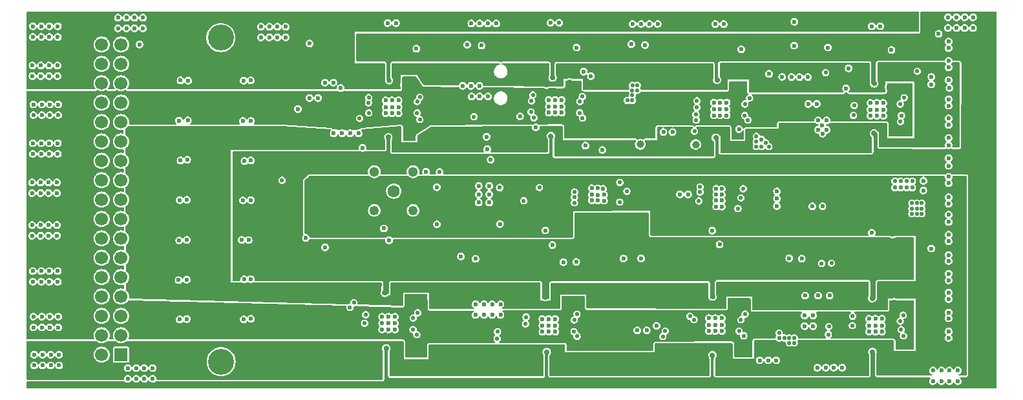
<source format=gbr>
%TF.GenerationSoftware,KiCad,Pcbnew,8.0.7*%
%TF.CreationDate,2025-02-17T23:40:52+01:00*%
%TF.ProjectId,A5256,41353235-362e-46b6-9963-61645f706362,rev?*%
%TF.SameCoordinates,Original*%
%TF.FileFunction,Copper,L5,Inr*%
%TF.FilePolarity,Positive*%
%FSLAX46Y46*%
G04 Gerber Fmt 4.6, Leading zero omitted, Abs format (unit mm)*
G04 Created by KiCad (PCBNEW 8.0.7) date 2025-02-17 23:40:52*
%MOMM*%
%LPD*%
G01*
G04 APERTURE LIST*
%TA.AperFunction,ComponentPad*%
%ADD10C,3.400000*%
%TD*%
%TA.AperFunction,ComponentPad*%
%ADD11R,1.700000X1.700000*%
%TD*%
%TA.AperFunction,ComponentPad*%
%ADD12C,1.700000*%
%TD*%
%TA.AperFunction,ComponentPad*%
%ADD13C,1.250000*%
%TD*%
%TA.AperFunction,ComponentPad*%
%ADD14C,1.300000*%
%TD*%
%TA.AperFunction,ComponentPad*%
%ADD15C,1.600000*%
%TD*%
%TA.AperFunction,ViaPad*%
%ADD16C,1.000000*%
%TD*%
%TA.AperFunction,ViaPad*%
%ADD17C,0.600000*%
%TD*%
%TA.AperFunction,ViaPad*%
%ADD18C,0.550000*%
%TD*%
%TA.AperFunction,ViaPad*%
%ADD19C,0.700000*%
%TD*%
G04 APERTURE END LIST*
D10*
%TO.N,GND*%
%TO.C,H2*%
X114150000Y-75600000D03*
%TD*%
D11*
%TO.N,unconnected-(J2-Pad1)*%
%TO.C,J2*%
X101090000Y-117140000D03*
D12*
%TO.N,unconnected-(J2-Pad2)*%
X98550000Y-117140000D03*
%TO.N,unconnected-(J2-Pad3)*%
X101090000Y-114600000D03*
%TO.N,unconnected-(J2-Pad4)*%
X98550000Y-114600000D03*
%TO.N,/IN 14*%
X101090000Y-112060000D03*
%TO.N,GND*%
X98550000Y-112060000D03*
%TO.N,/IN 13*%
X101090000Y-109520000D03*
%TO.N,GND*%
X98550000Y-109520000D03*
%TO.N,/IN 12*%
X101090000Y-106980000D03*
%TO.N,GND*%
X98550000Y-106980000D03*
%TO.N,/IN 11*%
X101090000Y-104440000D03*
%TO.N,GND*%
X98550000Y-104440000D03*
%TO.N,/IN 10*%
X101090000Y-101900000D03*
%TO.N,GND*%
X98550000Y-101900000D03*
%TO.N,/IN 9*%
X101090000Y-99360000D03*
%TO.N,GND*%
X98550000Y-99360000D03*
%TO.N,/IN 8*%
X101090000Y-96820000D03*
%TO.N,GND*%
X98550000Y-96820000D03*
%TO.N,/IN 7*%
X101090000Y-94280000D03*
%TO.N,GND*%
X98550000Y-94280000D03*
%TO.N,/IN 6*%
X101090000Y-91740000D03*
%TO.N,GND*%
X98550000Y-91740000D03*
%TO.N,/IN 5*%
X101090000Y-89200000D03*
%TO.N,GND*%
X98550000Y-89200000D03*
%TO.N,/IN 4*%
X101090000Y-86660000D03*
%TO.N,GND*%
X98550000Y-86660000D03*
%TO.N,/IN 3*%
X101090000Y-84120000D03*
%TO.N,GND*%
X98550000Y-84120000D03*
%TO.N,/IN 2*%
X101090000Y-81580000D03*
%TO.N,GND*%
X98550000Y-81580000D03*
%TO.N,/IN 1*%
X101090000Y-79040000D03*
%TO.N,GND*%
X98550000Y-79040000D03*
%TO.N,/IN 0*%
X101090000Y-76500000D03*
%TO.N,GND*%
X98550000Y-76500000D03*
%TD*%
D10*
%TO.N,GND*%
%TO.C,H1*%
X114190000Y-118060000D03*
%TD*%
D13*
%TO.N,GND*%
%TO.C,J3*%
X134270000Y-98250000D03*
X139350000Y-98250000D03*
D14*
X139350000Y-93170000D03*
X134270000Y-93170000D03*
D15*
%TO.N,/IN 0*%
X136810000Y-95710000D03*
%TD*%
D16*
%TO.N,/Power Supply/-5V*%
X176370000Y-89610000D03*
X169110000Y-89590000D03*
D17*
%TO.N,GND*%
X196420000Y-79620000D03*
D18*
X187310000Y-114950000D03*
D17*
X100680000Y-72990000D03*
X92970000Y-117150000D03*
X187020000Y-97680000D03*
X160710000Y-104990000D03*
X89530000Y-107590000D03*
X168720000Y-113950000D03*
X91700000Y-74120000D03*
X193910000Y-109410000D03*
X92690000Y-95980000D03*
X91590000Y-95980000D03*
X92800000Y-106190000D03*
D18*
X189280000Y-115600000D03*
D17*
X122680000Y-74170000D03*
X148640000Y-111940000D03*
X164360000Y-96190000D03*
X90640000Y-106190000D03*
X207230000Y-81730000D03*
X158470000Y-73650000D03*
X192990000Y-88170000D03*
X150800000Y-111940000D03*
X209430000Y-74340000D03*
X90590000Y-79260000D03*
X148960000Y-88590000D03*
X169220000Y-73810000D03*
X162760000Y-96190000D03*
X192970000Y-97700000D03*
X92860000Y-85750000D03*
X90810000Y-118550000D03*
X146970000Y-73750000D03*
X149070000Y-90220000D03*
X91590000Y-94580000D03*
X191750000Y-112000000D03*
X178930000Y-73830000D03*
X91700000Y-75520000D03*
X188920000Y-80760000D03*
X196080000Y-82260000D03*
X92800000Y-75520000D03*
X89590000Y-84350000D03*
X164360000Y-96970000D03*
X211600000Y-72940000D03*
X162740000Y-95330000D03*
X92860000Y-112160000D03*
X149330000Y-97200000D03*
X206180000Y-95640000D03*
X148080000Y-73750000D03*
X161700000Y-80050000D03*
X184750000Y-117880000D03*
X179780000Y-96950000D03*
X101790000Y-74390000D03*
X89700000Y-118550000D03*
X100680000Y-74390000D03*
X125780000Y-83520000D03*
X90640000Y-107590000D03*
X92690000Y-101560000D03*
X90530000Y-94580000D03*
X90590000Y-80660000D03*
X135990000Y-73700000D03*
X200560000Y-74110000D03*
X206200000Y-94380000D03*
X105230000Y-120300000D03*
X91700000Y-90830000D03*
X92860000Y-113560000D03*
D18*
X168060000Y-83840000D03*
D17*
X147530000Y-111940000D03*
X179780000Y-97740000D03*
X148060000Y-83300000D03*
X121580000Y-75570000D03*
X89530000Y-89430000D03*
X191660000Y-97700000D03*
X132210000Y-88150000D03*
X185860000Y-117880000D03*
X126890000Y-83520000D03*
D18*
X194160000Y-105160000D03*
D17*
X91590000Y-100160000D03*
X89420000Y-101560000D03*
X89420000Y-95980000D03*
X90700000Y-113560000D03*
X92970000Y-118550000D03*
X191130000Y-84300000D03*
X130050000Y-88150000D03*
X192230000Y-84300000D03*
X192300000Y-118850000D03*
X164240000Y-95400000D03*
X179780000Y-95440000D03*
X119410000Y-75570000D03*
X150710000Y-95240000D03*
X148640000Y-110540000D03*
X102850000Y-74390000D03*
D18*
X187980000Y-114950000D03*
D17*
X92800000Y-89430000D03*
X169940000Y-113950000D03*
X150240000Y-73750000D03*
X90700000Y-85750000D03*
X195570000Y-118850000D03*
X92800000Y-90830000D03*
X104130000Y-118900000D03*
X89480000Y-80660000D03*
D18*
X167410000Y-83830000D03*
D17*
X209620000Y-119220000D03*
X199450000Y-74110000D03*
X150800000Y-110540000D03*
X89590000Y-85750000D03*
D18*
X187300000Y-114290000D03*
D17*
X192410000Y-86440000D03*
D18*
X168710000Y-82510000D03*
D17*
X89590000Y-113560000D03*
X149160000Y-83300000D03*
X102850000Y-72990000D03*
X90700000Y-112160000D03*
X103950000Y-72990000D03*
X137100000Y-73700000D03*
X103950000Y-74390000D03*
X149700000Y-111940000D03*
D18*
X168710000Y-81850000D03*
D17*
X89420000Y-94580000D03*
X207450000Y-120620000D03*
D18*
X192870000Y-105180000D03*
D17*
X141040000Y-93160000D03*
X179500000Y-102700000D03*
X91760000Y-85750000D03*
X190710000Y-109410000D03*
D18*
X168060000Y-83160000D03*
D17*
X186920000Y-117880000D03*
X104130000Y-120300000D03*
X179780000Y-96180000D03*
X212700000Y-74340000D03*
X127810000Y-81510000D03*
X190650000Y-112000000D03*
X208560000Y-120620000D03*
X149700000Y-110540000D03*
X193410000Y-118850000D03*
D18*
X166420000Y-97150000D03*
D17*
X161920000Y-89750000D03*
X174310000Y-96140000D03*
X91590000Y-101560000D03*
X210720000Y-120620000D03*
X192410000Y-87680000D03*
X163540000Y-96950000D03*
X171240000Y-113360000D03*
X105230000Y-118900000D03*
X90640000Y-89430000D03*
X90530000Y-101560000D03*
D18*
X188624600Y-115600000D03*
D17*
X89700000Y-117150000D03*
X92690000Y-94580000D03*
X187020000Y-96700000D03*
X91700000Y-89430000D03*
X89530000Y-90830000D03*
X145860000Y-81930000D03*
X91700000Y-106190000D03*
X149330000Y-95040000D03*
X187710000Y-80750000D03*
X207250000Y-80750000D03*
X89480000Y-79260000D03*
X122680000Y-75570000D03*
X136200000Y-102160000D03*
X119410000Y-74170000D03*
D18*
X189284600Y-114950000D03*
D17*
X212700000Y-72940000D03*
X142820000Y-93210000D03*
X172140000Y-87970000D03*
X179060000Y-95430000D03*
D18*
X188630000Y-114960000D03*
D17*
X193530000Y-86440000D03*
X168110000Y-73810000D03*
X209620000Y-120620000D03*
X90640000Y-75520000D03*
X147930000Y-95040000D03*
X90700000Y-84350000D03*
X120520000Y-75570000D03*
X163520000Y-95350000D03*
X101960000Y-120300000D03*
X90530000Y-95980000D03*
X89530000Y-106190000D03*
X149330000Y-96140000D03*
X92860000Y-84350000D03*
X120520000Y-74170000D03*
X194470000Y-118850000D03*
X92750000Y-79260000D03*
X180040000Y-73830000D03*
X147530000Y-110540000D03*
X149140000Y-73750000D03*
D18*
X168070000Y-81860000D03*
D17*
X150720000Y-100020000D03*
X209430000Y-72940000D03*
X179060000Y-96960000D03*
X90640000Y-90830000D03*
X92690000Y-100160000D03*
X101960000Y-118900000D03*
X155430000Y-87360000D03*
X147000000Y-83300000D03*
X91700000Y-107590000D03*
X147930000Y-97200000D03*
X211600000Y-74340000D03*
X210720000Y-119220000D03*
X91650000Y-79260000D03*
X146920000Y-81930000D03*
X91870000Y-118550000D03*
X91760000Y-112160000D03*
X210540000Y-74340000D03*
X142490000Y-100060000D03*
X101790000Y-72990000D03*
X103070000Y-120300000D03*
X171380000Y-73810000D03*
X182040000Y-87600000D03*
X157360000Y-73650000D03*
X208560000Y-119220000D03*
X147930000Y-96140000D03*
X149510000Y-91600000D03*
X191750000Y-113400000D03*
X91760000Y-113560000D03*
X89420000Y-100160000D03*
X92750000Y-80660000D03*
X153350000Y-85920000D03*
X142450000Y-95200000D03*
X187020000Y-95750000D03*
X162650000Y-80660000D03*
X159030000Y-105020000D03*
X207450000Y-119220000D03*
X128910000Y-81510000D03*
X189980000Y-80760000D03*
X92800000Y-74120000D03*
X131110000Y-88150000D03*
X170280000Y-73810000D03*
X179060000Y-96200000D03*
X90530000Y-100160000D03*
X192410000Y-109410000D03*
X164160000Y-90320000D03*
X90810000Y-117150000D03*
X91760000Y-84350000D03*
X191080000Y-80760000D03*
X193530000Y-87680000D03*
X92800000Y-107590000D03*
X128940000Y-88150000D03*
X163570000Y-96210000D03*
X89530000Y-75520000D03*
X179060000Y-97730000D03*
X90640000Y-74120000D03*
X192960000Y-87080000D03*
X89530000Y-74120000D03*
X91870000Y-117150000D03*
X148020000Y-81930000D03*
X89590000Y-112160000D03*
D18*
X168060000Y-82510000D03*
D17*
X173330000Y-87970000D03*
X210540000Y-72940000D03*
X103070000Y-118900000D03*
X121580000Y-74170000D03*
X157580000Y-102780000D03*
X190650000Y-113400000D03*
X175370000Y-96140000D03*
X91650000Y-80660000D03*
X162750000Y-96940000D03*
D18*
%TO.N,4V5*%
X182360000Y-97400000D03*
D17*
X178222500Y-88252500D03*
D18*
X166900000Y-95110000D03*
X160620000Y-95150000D03*
D17*
X198180000Y-110090000D03*
X161462800Y-73600000D03*
X134580000Y-110160000D03*
X183120000Y-73600000D03*
X156465000Y-88035000D03*
X155777900Y-116617900D03*
X177875000Y-116285000D03*
X138409400Y-101086400D03*
X175250000Y-117820000D03*
X175250000Y-116160000D03*
X153780000Y-89840000D03*
X134692900Y-116260000D03*
X153790000Y-88150000D03*
X174400000Y-116990000D03*
X155430000Y-110420000D03*
X135252500Y-87922500D03*
X203500000Y-73915900D03*
X175250000Y-116990000D03*
X178387250Y-81752750D03*
X198850000Y-88050000D03*
X134980000Y-81910000D03*
X174400000Y-117800000D03*
X140100000Y-73600000D03*
X156838800Y-81821300D03*
X173400000Y-117800000D03*
X181330000Y-101080000D03*
X174400000Y-116160000D03*
X173400000Y-116990000D03*
X198557900Y-116587900D03*
X175250000Y-118660000D03*
D18*
X166430000Y-96320000D03*
D17*
X202180000Y-101410000D03*
X198920000Y-82110000D03*
X125650000Y-97725000D03*
X174400000Y-118660000D03*
X159461200Y-101100000D03*
D18*
X176270000Y-96350000D03*
D17*
X177770000Y-110330000D03*
X173400000Y-116160000D03*
X173400000Y-118660000D03*
%TO.N,-4V5*%
X135290000Y-113850000D03*
X178740000Y-84990000D03*
X200100000Y-85040000D03*
X136980000Y-113850000D03*
X157980000Y-114140000D03*
X179800000Y-113240000D03*
X135290000Y-112170000D03*
X199260000Y-84160000D03*
X122700000Y-91100000D03*
X157970000Y-85440000D03*
X178950000Y-112360000D03*
X178110000Y-112360000D03*
X200950000Y-85840000D03*
X133659400Y-104586400D03*
X157130000Y-85440000D03*
X136130000Y-113850000D03*
D19*
X199520000Y-116780000D03*
X178550000Y-117220000D03*
D17*
X175800000Y-77160000D03*
D19*
X199720000Y-88140000D03*
D17*
X156290000Y-113340000D03*
X178950000Y-114040000D03*
D19*
X179180000Y-81150000D03*
D17*
X199910000Y-113330000D03*
X157980000Y-113340000D03*
X136230000Y-81230000D03*
X157970000Y-84640000D03*
X165810000Y-102000000D03*
X157130000Y-113340000D03*
X136980000Y-112170000D03*
X199910000Y-114130000D03*
X199070000Y-112450000D03*
D19*
X157626682Y-80829465D03*
D17*
X137440000Y-83830000D03*
X180430000Y-85790000D03*
D19*
X178580000Y-109530000D03*
D17*
X179800000Y-114040000D03*
D19*
X135640000Y-109034600D03*
D17*
X196450000Y-76725000D03*
X180430000Y-84990000D03*
X200760000Y-113330000D03*
D19*
X199750000Y-81610000D03*
D17*
X157970000Y-83760000D03*
X135750000Y-83830000D03*
X199070000Y-114130000D03*
D19*
X135830000Y-116300000D03*
D17*
X199260000Y-85040000D03*
X199260000Y-85840000D03*
X136980000Y-113050000D03*
X196190000Y-104330000D03*
D19*
X136102515Y-88650000D03*
D17*
X179580000Y-85790000D03*
X158820000Y-83760000D03*
X157130000Y-83760000D03*
X158820000Y-85440000D03*
X178740000Y-85790000D03*
X157130000Y-84640000D03*
X199070000Y-113330000D03*
X156290000Y-114140000D03*
X178110000Y-113240000D03*
X166800000Y-101020000D03*
X135750000Y-85510000D03*
X158820000Y-84640000D03*
X166800000Y-100120000D03*
X179580000Y-84110000D03*
X157980000Y-112460000D03*
X178950000Y-113240000D03*
X135750000Y-84710000D03*
D19*
X156847400Y-116812600D03*
D17*
X179580000Y-84990000D03*
D19*
X156695964Y-109590289D03*
D17*
X200760000Y-114130000D03*
X179800000Y-112360000D03*
X180430000Y-84110000D03*
X137440000Y-85510000D03*
X154350000Y-76325000D03*
X164890000Y-101020000D03*
X178740000Y-84110000D03*
X200100000Y-84160000D03*
X153575000Y-104836400D03*
X200950000Y-85040000D03*
X137440000Y-84710000D03*
D19*
X179015000Y-88710000D03*
D17*
X135290000Y-113050000D03*
X136590000Y-85510000D03*
X136130000Y-112170000D03*
X200950000Y-84160000D03*
D19*
X157401368Y-88520000D03*
D17*
X157130000Y-114140000D03*
X136130000Y-113050000D03*
X156290000Y-112460000D03*
X200100000Y-85840000D03*
X163830000Y-100120000D03*
X136590000Y-83830000D03*
X136590000Y-84710000D03*
X157130000Y-112460000D03*
X164890000Y-100120000D03*
X132710000Y-76990000D03*
D19*
X199500000Y-109760000D03*
D17*
X178110000Y-114040000D03*
X199910000Y-112450000D03*
X165810000Y-101020000D03*
X200760000Y-112450000D03*
X166800000Y-102000000D03*
X175400000Y-104870000D03*
X165810000Y-100120000D03*
%TO.N,+1V7*%
X138140000Y-81790000D03*
X170640000Y-85420000D03*
X169800000Y-88090000D03*
X181840000Y-116220000D03*
X139300000Y-113123400D03*
X138870000Y-116212900D03*
X202860000Y-115780000D03*
X159855050Y-81405050D03*
X181375000Y-88045900D03*
X169120000Y-84210000D03*
X201639800Y-82079800D03*
X159920000Y-115920000D03*
X159620000Y-110200000D03*
X181400000Y-110250000D03*
X139375000Y-84745900D03*
X138425000Y-87695900D03*
X170640000Y-87470000D03*
X202900000Y-85055400D03*
X160336200Y-113384600D03*
X169830000Y-84830000D03*
X138590000Y-109910000D03*
X170670000Y-86500000D03*
X201950000Y-88005400D03*
X160775000Y-84720900D03*
X159825000Y-87670900D03*
X181350000Y-81680000D03*
X202400000Y-110240000D03*
X170640000Y-84190000D03*
X181761200Y-113334600D03*
X169060000Y-87440000D03*
X202619291Y-113289172D03*
X182325000Y-85095900D03*
%TO.N,/Vb2*%
X178550000Y-100890000D03*
X125306350Y-101850000D03*
X156660000Y-100860000D03*
X135530000Y-100601000D03*
X199420000Y-101160000D03*
%TO.N,/Vb1*%
X125790000Y-76370000D03*
X160775000Y-76900000D03*
X182350000Y-77125000D03*
X139780000Y-77060000D03*
X202020000Y-77210000D03*
D18*
%TO.N,Net-(U4-INB+)*%
X197040100Y-85783300D03*
D17*
X193700000Y-76900000D03*
D18*
%TO.N,Net-(U4-INA+)*%
X197140100Y-84503303D03*
D17*
X208200000Y-75100000D03*
%TO.N,Net-(JP5-B)*%
X189265000Y-76650000D03*
%TO.N,Net-(JP8-B)*%
X169740000Y-76580000D03*
%TO.N,Net-(JP10-B)*%
X167925000Y-76449500D03*
%TO.N,Net-(JP13-B)*%
X148323300Y-76641000D03*
%TO.N,Net-(JP15-B)*%
X146425000Y-76539500D03*
%TO.N,Net-(JP18-B)*%
X124260000Y-84960000D03*
%TO.N,Net-(JP20-B)*%
X145620000Y-104280000D03*
%TO.N,Net-(JP23-B)*%
X127810000Y-103080000D03*
%TO.N,Net-(JP25-B)*%
X166910000Y-104540000D03*
%TO.N,Net-(JP28-B)*%
X147520000Y-104580000D03*
%TO.N,Net-(JP30-B)*%
X188630000Y-104510000D03*
%TO.N,Net-(JP33-B)*%
X169230000Y-104530000D03*
%TO.N,Net-(JP35-B)*%
X207230000Y-103230000D03*
%TO.N,Net-(JP38-B)*%
X190260000Y-104558100D03*
%TO.N,/VOUT1*%
X185980000Y-80360000D03*
D18*
X176210000Y-87870000D03*
%TO.N,Net-(IC6-VREF)*%
X182280000Y-96600000D03*
X166430000Y-94580000D03*
D17*
X132713850Y-90045000D03*
D18*
%TO.N,/CH0/SCL*%
X176781985Y-97001985D03*
X153840000Y-96970000D03*
X160499178Y-95830821D03*
%TO.N,/CH0/SDA*%
X155900000Y-95240000D03*
X167350000Y-95740000D03*
%TO.N,/CH0/A0*%
X160485000Y-96530822D03*
D17*
%TO.N,/VOUT4*%
X129860000Y-82210000D03*
D18*
X147310000Y-85960000D03*
%TO.N,/CH0/A1*%
X160480000Y-97250000D03*
D17*
%TO.N,/IN 0*%
X103500000Y-76500000D03*
X189310000Y-73530000D03*
D18*
X122180000Y-94290000D03*
D17*
%TO.N,/~{OUT6}*%
X209500000Y-94675000D03*
D18*
X140230000Y-86320000D03*
D17*
%TO.N,/QB_CH0*%
X209500000Y-78650000D03*
D18*
X203320000Y-85805400D03*
%TO.N,/~{OUT3}*%
X161520000Y-83330000D03*
D17*
X209500000Y-86175000D03*
D18*
%TO.N,/OUT9*%
X160463700Y-112609200D03*
D17*
X209500000Y-102275000D03*
D18*
%TO.N,/~{OUT7}*%
X139937750Y-111657750D03*
D17*
X209500000Y-96512500D03*
%TO.N,/~{OUT5}*%
X209500000Y-91387500D03*
D18*
X140227500Y-83405500D03*
D17*
%TO.N,/~{OUT13}*%
X209500000Y-111625000D03*
D18*
X203552450Y-111970850D03*
%TO.N,/OUT11*%
X182282450Y-112570850D03*
D17*
X209500000Y-107400000D03*
D18*
%TO.N,/OUT4*%
X161171250Y-85451750D03*
D17*
X209500000Y-88750000D03*
D18*
%TO.N,/OUT12*%
X182040000Y-114056700D03*
D17*
X209500000Y-109000000D03*
%TO.N,/~{OUT8}*%
X209500000Y-99750000D03*
D18*
X139832500Y-114520000D03*
D17*
%TO.N,/OUT14*%
X209500000Y-114100000D03*
D18*
X203290000Y-113856590D03*
D17*
%TO.N,/OUT1*%
X209634620Y-82190650D03*
D18*
X182821250Y-84311750D03*
D17*
%TO.N,/OUT5*%
X209500000Y-92398492D03*
D18*
X139877500Y-83990500D03*
%TO.N,/~{OUT4}*%
X161540000Y-86130000D03*
D17*
X209500000Y-89725000D03*
%TO.N,/OUT3*%
X209500000Y-87025000D03*
D18*
X161191250Y-83961750D03*
%TO.N,/~{OUT14}*%
X203594550Y-114685450D03*
D17*
X209500000Y-114950000D03*
D18*
%TO.N,/OUT13*%
X203163700Y-112743350D03*
D17*
X209500000Y-112375000D03*
D18*
%TO.N,/~{OUT9}*%
X160813700Y-111859600D03*
D17*
X209500000Y-101425000D03*
%TO.N,/OUT7*%
X209500000Y-97362500D03*
D18*
X139352450Y-112350850D03*
D17*
%TO.N,/~{OUT12}*%
X209500000Y-109850000D03*
D18*
X182662450Y-114660850D03*
D17*
%TO.N,/~{QA}_CH0*%
X209500000Y-76100000D03*
D18*
X203685050Y-83470000D03*
%TO.N,/OUT10*%
X160422450Y-114130850D03*
D17*
X209500000Y-104079997D03*
D18*
%TO.N,/~{OUT1}*%
X183429250Y-83529250D03*
D17*
X209500000Y-81175000D03*
D18*
%TO.N,/QA_CH0*%
X203163800Y-84301650D03*
D17*
X209500000Y-76950000D03*
%TO.N,/OUT2*%
X209500000Y-83675000D03*
D18*
X182801250Y-85801750D03*
%TO.N,/OUT8*%
X139332450Y-113840850D03*
D17*
X209500000Y-98800000D03*
%TO.N,/OUT6*%
X209500000Y-93825000D03*
D18*
X139857500Y-85465500D03*
%TO.N,/~{QB}_CH0*%
X203190000Y-86620000D03*
D17*
X209500000Y-79500000D03*
D18*
%TO.N,/~{OUT11}*%
X182839400Y-111829400D03*
D17*
X209500000Y-106550000D03*
D18*
%TO.N,/~{OUT10}*%
X160822450Y-114730850D03*
D17*
X209500000Y-104875000D03*
%TO.N,/~{OUT2}*%
X209500000Y-84525000D03*
D18*
X183201250Y-86401750D03*
%TO.N,/CH0/CA1*%
X176940000Y-95840000D03*
%TO.N,/CH0/CA0*%
X176940000Y-95160000D03*
%TO.N,/Signals 1-2/INA+*%
X176527500Y-84765500D03*
D17*
X109875000Y-81250000D03*
D18*
%TO.N,Net-(JP6-C)*%
X176527500Y-83865500D03*
D17*
X108875000Y-81200000D03*
%TO.N,/Signals 1-2/INB+*%
X117150000Y-81250000D03*
D18*
X176400000Y-85680000D03*
%TO.N,Net-(JP9-C)*%
X176427500Y-86385503D03*
D17*
X118075000Y-81200000D03*
%TO.N,/Signals 3-4/INA+*%
X109825000Y-86450000D03*
D18*
X154850000Y-83910000D03*
D17*
%TO.N,Net-(JP11-C)*%
X108675000Y-86475000D03*
D18*
X155050000Y-83120000D03*
%TO.N,/Signals 3-4/INB+*%
X154801000Y-85339000D03*
D17*
X117025000Y-86525000D03*
%TO.N,Net-(JP14-C)*%
X118100000Y-86525000D03*
D18*
X155170000Y-86120153D03*
D17*
%TO.N,Net-(JP16-C)*%
X108875000Y-91700000D03*
D18*
X133527500Y-83465500D03*
D17*
%TO.N,/Signals 5-6/INB+*%
X117250000Y-91775000D03*
D18*
X133527500Y-85465500D03*
%TO.N,Net-(JP19-C)*%
X132340000Y-86190000D03*
D17*
X118100000Y-91700000D03*
D18*
%TO.N,/Signals 7-8/INA+*%
X132988700Y-113034600D03*
D17*
X109725000Y-96850000D03*
D18*
%TO.N,Net-(JP21-C)*%
X133137500Y-111912500D03*
D17*
X108775000Y-96900000D03*
D18*
%TO.N,/Signals 7-8/INB+*%
X131588700Y-110334600D03*
D17*
X117050000Y-96925000D03*
%TO.N,Net-(JP24-C)*%
X118100000Y-96900000D03*
D18*
X131057053Y-110934600D03*
%TO.N,/Signals 9-10/INA+*%
X154080000Y-113120000D03*
D17*
X109700000Y-102100000D03*
%TO.N,Net-(JP26-C)*%
X108700000Y-102175000D03*
D18*
X154137500Y-112212500D03*
%TO.N,/Signals 9-10/INB+*%
X150408703Y-114134600D03*
D17*
X116900000Y-102100000D03*
%TO.N,Net-(JP29-C)*%
X117791551Y-102128449D03*
D18*
X150350000Y-115030000D03*
%TO.N,/Signals 11-12/INA+*%
X176150000Y-112560000D03*
D17*
X109675000Y-107325000D03*
%TO.N,Net-(JP31-C)*%
X108625000Y-107375000D03*
D18*
X175617500Y-112112500D03*
D17*
%TO.N,/Signals 11-12/INB+*%
X117225000Y-107275000D03*
D18*
X172375714Y-114034600D03*
D17*
%TO.N,Net-(JP34-C)*%
X118075000Y-107250000D03*
D18*
X172065400Y-114755400D03*
%TO.N,/Signals 13-14/INA+*%
X196888700Y-113334600D03*
D17*
X109725000Y-112475000D03*
%TO.N,Net-(JP36-C)*%
X108775000Y-112525000D03*
D18*
X196937500Y-112112500D03*
D17*
%TO.N,/Signals 13-14/INB+*%
X117160000Y-112520000D03*
D18*
X193820000Y-113460000D03*
%TO.N,Net-(JP39-C)*%
X193750000Y-114500000D03*
D17*
X118100000Y-112450000D03*
D18*
%TO.N,Net-(U1-VOUTA)*%
X193400000Y-80200000D03*
X182600000Y-95400000D03*
%TO.N,Net-(U1-VOUTB)*%
X181900000Y-98000000D03*
X205400000Y-80000000D03*
%TO.N,/Signals 5-6/INA+*%
X133500000Y-84150000D03*
D17*
X109750000Y-91600000D03*
D18*
%TO.N,/Power Supply/GND_out*%
X184990000Y-89880000D03*
X184300000Y-89860000D03*
X185960000Y-89880000D03*
X184300000Y-89210000D03*
X185538016Y-89381984D03*
X184990000Y-88930000D03*
X184320000Y-88530000D03*
%TO.N,/Power Supply/GND_in*%
X203220000Y-95260000D03*
X204750000Y-94420000D03*
X202470000Y-95260000D03*
X204750000Y-95260000D03*
X202470000Y-94420000D03*
X204010000Y-94420000D03*
X203220000Y-94420000D03*
X204010000Y-95260000D03*
%TO.N,/Power Supply/GND_diode*%
X206000000Y-98660000D03*
X206000000Y-97300000D03*
X205340000Y-97300000D03*
X205340000Y-98660000D03*
X205350000Y-98010000D03*
X204700000Y-97300000D03*
X206000000Y-98010000D03*
X204700000Y-98660000D03*
X204700000Y-98010000D03*
%TD*%
%TA.AperFunction,Conductor*%
%TO.N,+1V7*%
G36*
X139758499Y-80724407D02*
G01*
X139782585Y-80749441D01*
X140227610Y-81414500D01*
X140287689Y-81504284D01*
X140541076Y-81882954D01*
X140562929Y-81910261D01*
X140562934Y-81910266D01*
X140586071Y-81934602D01*
X140591229Y-81939837D01*
X140591231Y-81939839D01*
X140632892Y-81965409D01*
X140669174Y-81987678D01*
X140727135Y-82007278D01*
X140790513Y-82018092D01*
X145274119Y-82071599D01*
X145292812Y-82070971D01*
X145302223Y-82070224D01*
X145361724Y-82084470D01*
X145400103Y-82127787D01*
X145429002Y-82191065D01*
X145434623Y-82203373D01*
X145496459Y-82274736D01*
X145528873Y-82312144D01*
X145610341Y-82364500D01*
X145649947Y-82389953D01*
X145738271Y-82415887D01*
X145788035Y-82430499D01*
X145788036Y-82430499D01*
X145788039Y-82430500D01*
X145788041Y-82430500D01*
X145931959Y-82430500D01*
X145931961Y-82430500D01*
X146070053Y-82389953D01*
X146191128Y-82312143D01*
X146285377Y-82203373D01*
X146299947Y-82171467D01*
X146341315Y-82126393D01*
X146401282Y-82114241D01*
X146456939Y-82139657D01*
X146480052Y-82171468D01*
X146494622Y-82203372D01*
X146515930Y-82227963D01*
X146556351Y-82274612D01*
X146588873Y-82312144D01*
X146670341Y-82364500D01*
X146709947Y-82389953D01*
X146798271Y-82415887D01*
X146848035Y-82430499D01*
X146848036Y-82430499D01*
X146848039Y-82430500D01*
X146848041Y-82430500D01*
X146991959Y-82430500D01*
X146991961Y-82430500D01*
X147130053Y-82389953D01*
X147251128Y-82312143D01*
X147345377Y-82203373D01*
X147379947Y-82127675D01*
X147421317Y-82082599D01*
X147481283Y-82070448D01*
X147536940Y-82095865D01*
X147560052Y-82127676D01*
X147594621Y-82203371D01*
X147688873Y-82312144D01*
X147770341Y-82364500D01*
X147809947Y-82389953D01*
X147898271Y-82415887D01*
X147948035Y-82430499D01*
X147948036Y-82430499D01*
X147948039Y-82430500D01*
X147948041Y-82430500D01*
X148091959Y-82430500D01*
X148091961Y-82430500D01*
X148230053Y-82389953D01*
X148351128Y-82312143D01*
X148445377Y-82203373D01*
X148464223Y-82162105D01*
X148505594Y-82117029D01*
X148565560Y-82104877D01*
X148570909Y-82105640D01*
X148604327Y-82111342D01*
X156482764Y-82205363D01*
X156535102Y-82221071D01*
X156628747Y-82281253D01*
X156733950Y-82312143D01*
X156766835Y-82321799D01*
X156766836Y-82321799D01*
X156766839Y-82321800D01*
X156766841Y-82321800D01*
X156910759Y-82321800D01*
X156910761Y-82321800D01*
X157048853Y-82281253D01*
X157129471Y-82229442D01*
X157184172Y-82213734D01*
X158977367Y-82235135D01*
X158977368Y-82235134D01*
X158977374Y-82235135D01*
X158977374Y-82235134D01*
X159010752Y-82232808D01*
X159042526Y-82227970D01*
X159048287Y-82227009D01*
X159132383Y-82191065D01*
X159181883Y-82155101D01*
X159209628Y-82130860D01*
X159256536Y-82052350D01*
X159275443Y-81994159D01*
X159281630Y-81955093D01*
X159285500Y-81930660D01*
X159285500Y-81344500D01*
X159304407Y-81286309D01*
X159353907Y-81250345D01*
X159384500Y-81245500D01*
X159468261Y-81245500D01*
X159526147Y-81237177D01*
X159526147Y-81237176D01*
X159526153Y-81237176D01*
X159579676Y-81221460D01*
X159632881Y-81197161D01*
X159719266Y-81141643D01*
X159744895Y-81129939D01*
X159776972Y-81120520D01*
X159798976Y-81114060D01*
X159826866Y-81110050D01*
X159883231Y-81110050D01*
X159911123Y-81114060D01*
X159965204Y-81129940D01*
X159990835Y-81141646D01*
X160028109Y-81165600D01*
X160077219Y-81197161D01*
X160130424Y-81221460D01*
X160183947Y-81237176D01*
X160183950Y-81237176D01*
X160183952Y-81237177D01*
X160241839Y-81245500D01*
X160241844Y-81245500D01*
X161295500Y-81245500D01*
X161353691Y-81264407D01*
X161389655Y-81313907D01*
X161394500Y-81344500D01*
X161394500Y-82361000D01*
X161394776Y-82364502D01*
X161397030Y-82393143D01*
X161401883Y-82423793D01*
X161402646Y-82428281D01*
X161402647Y-82428286D01*
X161438591Y-82512382D01*
X161438592Y-82512383D01*
X161474556Y-82561883D01*
X161498797Y-82589628D01*
X161577307Y-82636536D01*
X161635498Y-82655443D01*
X161647552Y-82657352D01*
X161698996Y-82665500D01*
X161699000Y-82665500D01*
X167501023Y-82665500D01*
X167518581Y-82664748D01*
X167523849Y-82664295D01*
X167535026Y-82663336D01*
X167594621Y-82677195D01*
X167633550Y-82720846D01*
X167655868Y-82769714D01*
X167655870Y-82769718D01*
X167656263Y-82770171D01*
X167656457Y-82770631D01*
X167659696Y-82775670D01*
X167658823Y-82776230D01*
X167680079Y-82826531D01*
X167666219Y-82886126D01*
X167656263Y-82899829D01*
X167655870Y-82900281D01*
X167655866Y-82900287D01*
X167599069Y-83024654D01*
X167599067Y-83024662D01*
X167579610Y-83159997D01*
X167579610Y-83160004D01*
X167591480Y-83242567D01*
X167581046Y-83302856D01*
X167537168Y-83345498D01*
X167485448Y-83353692D01*
X167485448Y-83354500D01*
X167480351Y-83354500D01*
X167479411Y-83354649D01*
X167478374Y-83354500D01*
X167478367Y-83354500D01*
X167341633Y-83354500D01*
X167341631Y-83354500D01*
X167210441Y-83393021D01*
X167210439Y-83393021D01*
X167210439Y-83393022D01*
X167095411Y-83466945D01*
X167095410Y-83466945D01*
X167095410Y-83466946D01*
X167005868Y-83570284D01*
X166949069Y-83694654D01*
X166949067Y-83694662D01*
X166929610Y-83829997D01*
X166929610Y-83830002D01*
X166949067Y-83965337D01*
X166949069Y-83965345D01*
X167005868Y-84089715D01*
X167005869Y-84089716D01*
X167005870Y-84089718D01*
X167095411Y-84193055D01*
X167210439Y-84266978D01*
X167341633Y-84305500D01*
X167341634Y-84305500D01*
X167478366Y-84305500D01*
X167478367Y-84305500D01*
X167609561Y-84266978D01*
X167673697Y-84225760D01*
X167732871Y-84210206D01*
X167780741Y-84225760D01*
X167860439Y-84276978D01*
X167991633Y-84315500D01*
X167991634Y-84315500D01*
X168128366Y-84315500D01*
X168128367Y-84315500D01*
X168259561Y-84276978D01*
X168374589Y-84203055D01*
X168464130Y-84099718D01*
X168509284Y-84000845D01*
X168520930Y-83975345D01*
X168520932Y-83975337D01*
X168540390Y-83840002D01*
X168540390Y-83839997D01*
X168520932Y-83704662D01*
X168520930Y-83704654D01*
X168464131Y-83580283D01*
X168464130Y-83580281D01*
X168450742Y-83564831D01*
X168426924Y-83508472D01*
X168440782Y-83448877D01*
X168450742Y-83435169D01*
X168464130Y-83419718D01*
X168464131Y-83419716D01*
X168520930Y-83295345D01*
X168520932Y-83295337D01*
X168540390Y-83160002D01*
X168540390Y-83159998D01*
X168531455Y-83097856D01*
X168541888Y-83037566D01*
X168585766Y-82994924D01*
X168634552Y-82987196D01*
X168634552Y-82985500D01*
X168778366Y-82985500D01*
X168778367Y-82985500D01*
X168909561Y-82946978D01*
X169024589Y-82873055D01*
X169114130Y-82769718D01*
X169137713Y-82718077D01*
X169179084Y-82673001D01*
X169239051Y-82660850D01*
X169243213Y-82661418D01*
X169268986Y-82665500D01*
X180450993Y-82665500D01*
X180451000Y-82665500D01*
X180483144Y-82662970D01*
X180513737Y-82658125D01*
X180513748Y-82658123D01*
X180513793Y-82658116D01*
X180518281Y-82657353D01*
X180518280Y-82657353D01*
X180518287Y-82657352D01*
X180602383Y-82621408D01*
X180651883Y-82585444D01*
X180679628Y-82561203D01*
X180726536Y-82482693D01*
X180745443Y-82424502D01*
X180750915Y-82389950D01*
X180755500Y-82361003D01*
X180755500Y-81414500D01*
X180774407Y-81356309D01*
X180823907Y-81320345D01*
X180854500Y-81315500D01*
X183015500Y-81315500D01*
X183073691Y-81334407D01*
X183109655Y-81383907D01*
X183114500Y-81414500D01*
X183114500Y-82691000D01*
X183115563Y-82704500D01*
X183117030Y-82723143D01*
X183121883Y-82753793D01*
X183122646Y-82758281D01*
X183122647Y-82758286D01*
X183158591Y-82842382D01*
X183171596Y-82860282D01*
X183194556Y-82891883D01*
X183218797Y-82919628D01*
X183226547Y-82924258D01*
X183266801Y-82970333D01*
X183272286Y-83031272D01*
X183240904Y-83083797D01*
X183229291Y-83092527D01*
X183114662Y-83166193D01*
X183025118Y-83269534D01*
X182968319Y-83393904D01*
X182968317Y-83393912D01*
X182948860Y-83529247D01*
X182948860Y-83529252D01*
X182968317Y-83664587D01*
X182968319Y-83664592D01*
X182978800Y-83687543D01*
X182982719Y-83696123D01*
X182989694Y-83756910D01*
X182959608Y-83810187D01*
X182903952Y-83835605D01*
X182892666Y-83836250D01*
X182752881Y-83836250D01*
X182621691Y-83874771D01*
X182621689Y-83874771D01*
X182621689Y-83874772D01*
X182506661Y-83948695D01*
X182506660Y-83948695D01*
X182506660Y-83948696D01*
X182417118Y-84052034D01*
X182360319Y-84176404D01*
X182360317Y-84176412D01*
X182340860Y-84311747D01*
X182340860Y-84311752D01*
X182360317Y-84447087D01*
X182360319Y-84447095D01*
X182417118Y-84571465D01*
X182417119Y-84571466D01*
X182417120Y-84571468D01*
X182506661Y-84674805D01*
X182621689Y-84748728D01*
X182752883Y-84787250D01*
X182752884Y-84787250D01*
X182889616Y-84787250D01*
X182889617Y-84787250D01*
X183020811Y-84748728D01*
X183135839Y-84674805D01*
X183225380Y-84571468D01*
X183256510Y-84503303D01*
X183282180Y-84447095D01*
X183282182Y-84447087D01*
X183301640Y-84311752D01*
X183301640Y-84311747D01*
X183299951Y-84299997D01*
X190624353Y-84299997D01*
X190624353Y-84300002D01*
X190644834Y-84442456D01*
X190693949Y-84550000D01*
X190704623Y-84573373D01*
X190783762Y-84664705D01*
X190798873Y-84682144D01*
X190904833Y-84750240D01*
X190919947Y-84759953D01*
X191012910Y-84787249D01*
X191058035Y-84800499D01*
X191058036Y-84800499D01*
X191058039Y-84800500D01*
X191058041Y-84800500D01*
X191201959Y-84800500D01*
X191201961Y-84800500D01*
X191340053Y-84759953D01*
X191461128Y-84682143D01*
X191555377Y-84573373D01*
X191582925Y-84513053D01*
X191589947Y-84497677D01*
X191631319Y-84452599D01*
X191691285Y-84440448D01*
X191746942Y-84465866D01*
X191770053Y-84497677D01*
X191804621Y-84573370D01*
X191804622Y-84573371D01*
X191804623Y-84573373D01*
X191847947Y-84623372D01*
X191898873Y-84682144D01*
X192004833Y-84750240D01*
X192019947Y-84759953D01*
X192112910Y-84787249D01*
X192158035Y-84800499D01*
X192158036Y-84800499D01*
X192158039Y-84800500D01*
X192158041Y-84800500D01*
X192301959Y-84800500D01*
X192301961Y-84800500D01*
X192440053Y-84759953D01*
X192561128Y-84682143D01*
X192655377Y-84573373D01*
X192687379Y-84503300D01*
X196659710Y-84503300D01*
X196659710Y-84503305D01*
X196679167Y-84638640D01*
X196679169Y-84638648D01*
X196735968Y-84763018D01*
X196735969Y-84763019D01*
X196735970Y-84763021D01*
X196825511Y-84866358D01*
X196940539Y-84940281D01*
X197071733Y-84978803D01*
X197071734Y-84978803D01*
X197208466Y-84978803D01*
X197208467Y-84978803D01*
X197339661Y-84940281D01*
X197454689Y-84866358D01*
X197544230Y-84763021D01*
X197595332Y-84651124D01*
X197601030Y-84638648D01*
X197601032Y-84638640D01*
X197620490Y-84503305D01*
X197620490Y-84503300D01*
X197601032Y-84367965D01*
X197601030Y-84367957D01*
X197544231Y-84243587D01*
X197544230Y-84243586D01*
X197544230Y-84243585D01*
X197471801Y-84159997D01*
X198754353Y-84159997D01*
X198754353Y-84160002D01*
X198774834Y-84302456D01*
X198823820Y-84409718D01*
X198834623Y-84433373D01*
X198891381Y-84498876D01*
X198922829Y-84535169D01*
X198946646Y-84591529D01*
X198932787Y-84651124D01*
X198922829Y-84664831D01*
X198834622Y-84766628D01*
X198774834Y-84897543D01*
X198754353Y-85039997D01*
X198754353Y-85040002D01*
X198774834Y-85182456D01*
X198834623Y-85313373D01*
X198888169Y-85375170D01*
X198911986Y-85431529D01*
X198898127Y-85491124D01*
X198888169Y-85504830D01*
X198834623Y-85566626D01*
X198774834Y-85697543D01*
X198754353Y-85839997D01*
X198754353Y-85840002D01*
X198774834Y-85982456D01*
X198826386Y-86095337D01*
X198834623Y-86113373D01*
X198926768Y-86219715D01*
X198928873Y-86222144D01*
X199043841Y-86296029D01*
X199049947Y-86299953D01*
X199156403Y-86331211D01*
X199188035Y-86340499D01*
X199188036Y-86340499D01*
X199188039Y-86340500D01*
X199188041Y-86340500D01*
X199331959Y-86340500D01*
X199331961Y-86340500D01*
X199470053Y-86299953D01*
X199591128Y-86222143D01*
X199605180Y-86205926D01*
X199657575Y-86174329D01*
X199718536Y-86179564D01*
X199754820Y-86205926D01*
X199768871Y-86222142D01*
X199768872Y-86222143D01*
X199873328Y-86289273D01*
X199889947Y-86299953D01*
X199996403Y-86331211D01*
X200028035Y-86340499D01*
X200028036Y-86340499D01*
X200028039Y-86340500D01*
X200028041Y-86340500D01*
X200171959Y-86340500D01*
X200171961Y-86340500D01*
X200310053Y-86299953D01*
X200431128Y-86222143D01*
X200450181Y-86200154D01*
X200502576Y-86168559D01*
X200563537Y-86173794D01*
X200599818Y-86200153D01*
X200616768Y-86219715D01*
X200618873Y-86222144D01*
X200733841Y-86296029D01*
X200739947Y-86299953D01*
X200846403Y-86331211D01*
X200878035Y-86340499D01*
X200878036Y-86340499D01*
X200878039Y-86340500D01*
X200878041Y-86340500D01*
X201021959Y-86340500D01*
X201021961Y-86340500D01*
X201160053Y-86299953D01*
X201281128Y-86222143D01*
X201375377Y-86113373D01*
X201435165Y-85982457D01*
X201442667Y-85930282D01*
X201455647Y-85840002D01*
X201455647Y-85839997D01*
X201435165Y-85697543D01*
X201420944Y-85666404D01*
X201375377Y-85566627D01*
X201321828Y-85504828D01*
X201298012Y-85448473D01*
X201311870Y-85388877D01*
X201321820Y-85375180D01*
X201375377Y-85313373D01*
X201435165Y-85182457D01*
X201455647Y-85040000D01*
X201453521Y-85025215D01*
X201435165Y-84897543D01*
X201419618Y-84863500D01*
X201375377Y-84766627D01*
X201287171Y-84664831D01*
X201263353Y-84608472D01*
X201277212Y-84548876D01*
X201287171Y-84535169D01*
X201312633Y-84505784D01*
X201375377Y-84433373D01*
X201435165Y-84302457D01*
X201435281Y-84301647D01*
X202683410Y-84301647D01*
X202683410Y-84301652D01*
X202702867Y-84436987D01*
X202702869Y-84436995D01*
X202759668Y-84561365D01*
X202759669Y-84561366D01*
X202759670Y-84561368D01*
X202849211Y-84664705D01*
X202964239Y-84738628D01*
X203095433Y-84777150D01*
X203095434Y-84777150D01*
X203232166Y-84777150D01*
X203232167Y-84777150D01*
X203363361Y-84738628D01*
X203478389Y-84664705D01*
X203567930Y-84561368D01*
X203605318Y-84479500D01*
X203624730Y-84436995D01*
X203624732Y-84436987D01*
X203644190Y-84301652D01*
X203644190Y-84301647D01*
X203624732Y-84166312D01*
X203624730Y-84166304D01*
X203587885Y-84085626D01*
X203580910Y-84024840D01*
X203610997Y-83971563D01*
X203666653Y-83946145D01*
X203677938Y-83945500D01*
X203753416Y-83945500D01*
X203753417Y-83945500D01*
X203884611Y-83906978D01*
X203999639Y-83833055D01*
X204089180Y-83729718D01*
X204125457Y-83650284D01*
X204145980Y-83605345D01*
X204145982Y-83605337D01*
X204165440Y-83470002D01*
X204165440Y-83469997D01*
X204145982Y-83334662D01*
X204145980Y-83334654D01*
X204089181Y-83210284D01*
X204089180Y-83210283D01*
X204089180Y-83210282D01*
X203999639Y-83106945D01*
X203884611Y-83033022D01*
X203878651Y-83031272D01*
X203753418Y-82994500D01*
X203753417Y-82994500D01*
X203616683Y-82994500D01*
X203616681Y-82994500D01*
X203485491Y-83033021D01*
X203485489Y-83033021D01*
X203485489Y-83033022D01*
X203370461Y-83106945D01*
X203370460Y-83106945D01*
X203370460Y-83106946D01*
X203280918Y-83210284D01*
X203224119Y-83334654D01*
X203224117Y-83334662D01*
X203204660Y-83469997D01*
X203204660Y-83470002D01*
X203224117Y-83605337D01*
X203224119Y-83605345D01*
X203260965Y-83686024D01*
X203267940Y-83746810D01*
X203237853Y-83800087D01*
X203182197Y-83825505D01*
X203170912Y-83826150D01*
X203095431Y-83826150D01*
X202964241Y-83864671D01*
X202964239Y-83864671D01*
X202964239Y-83864672D01*
X202849211Y-83938595D01*
X202849210Y-83938595D01*
X202849210Y-83938596D01*
X202759668Y-84041934D01*
X202702869Y-84166304D01*
X202702867Y-84166312D01*
X202683410Y-84301647D01*
X201435281Y-84301647D01*
X201442354Y-84252456D01*
X201455647Y-84160002D01*
X201455647Y-84159997D01*
X201435165Y-84017543D01*
X201427538Y-84000842D01*
X201375377Y-83886627D01*
X201281128Y-83777857D01*
X201281127Y-83777856D01*
X201281126Y-83777855D01*
X201160057Y-83700049D01*
X201160054Y-83700047D01*
X201160053Y-83700047D01*
X201160050Y-83700046D01*
X201021964Y-83659500D01*
X201021961Y-83659500D01*
X200878039Y-83659500D01*
X200878035Y-83659500D01*
X200739949Y-83700046D01*
X200739942Y-83700049D01*
X200618876Y-83777854D01*
X200618870Y-83777859D01*
X200599818Y-83799846D01*
X200547422Y-83831441D01*
X200486461Y-83826205D01*
X200450182Y-83799846D01*
X200440753Y-83788965D01*
X200431128Y-83777857D01*
X200358880Y-83731426D01*
X200310057Y-83700049D01*
X200310054Y-83700047D01*
X200310053Y-83700047D01*
X200310050Y-83700046D01*
X200171964Y-83659500D01*
X200171961Y-83659500D01*
X200028039Y-83659500D01*
X200028035Y-83659500D01*
X199889949Y-83700046D01*
X199889942Y-83700049D01*
X199768876Y-83777854D01*
X199768874Y-83777855D01*
X199768872Y-83777856D01*
X199768872Y-83777857D01*
X199754817Y-83794077D01*
X199702422Y-83825671D01*
X199641461Y-83820435D01*
X199605183Y-83794077D01*
X199591128Y-83777857D01*
X199518880Y-83731426D01*
X199470057Y-83700049D01*
X199470054Y-83700047D01*
X199470053Y-83700047D01*
X199470050Y-83700046D01*
X199331964Y-83659500D01*
X199331961Y-83659500D01*
X199188039Y-83659500D01*
X199188035Y-83659500D01*
X199049949Y-83700046D01*
X199049942Y-83700049D01*
X198928873Y-83777855D01*
X198834622Y-83886628D01*
X198774834Y-84017543D01*
X198754353Y-84159997D01*
X197471801Y-84159997D01*
X197454689Y-84140248D01*
X197339661Y-84066325D01*
X197339658Y-84066324D01*
X197208468Y-84027803D01*
X197208467Y-84027803D01*
X197071733Y-84027803D01*
X197071731Y-84027803D01*
X196940541Y-84066324D01*
X196940539Y-84066324D01*
X196940539Y-84066325D01*
X196825511Y-84140248D01*
X196825510Y-84140248D01*
X196825510Y-84140249D01*
X196735968Y-84243587D01*
X196679169Y-84367957D01*
X196679167Y-84367965D01*
X196659710Y-84503300D01*
X192687379Y-84503300D01*
X192715165Y-84442457D01*
X192725876Y-84367957D01*
X192735647Y-84300002D01*
X192735647Y-84299997D01*
X192715165Y-84157543D01*
X192707267Y-84140249D01*
X192655377Y-84026627D01*
X192561128Y-83917857D01*
X192561127Y-83917856D01*
X192561126Y-83917855D01*
X192440057Y-83840049D01*
X192440054Y-83840047D01*
X192440053Y-83840047D01*
X192428409Y-83836628D01*
X192301964Y-83799500D01*
X192301961Y-83799500D01*
X192158039Y-83799500D01*
X192158035Y-83799500D01*
X192019949Y-83840046D01*
X192019942Y-83840049D01*
X191898873Y-83917855D01*
X191804622Y-84026628D01*
X191770053Y-84102323D01*
X191728681Y-84147400D01*
X191668714Y-84159551D01*
X191613058Y-84134133D01*
X191589947Y-84102323D01*
X191563924Y-84045342D01*
X191555377Y-84026627D01*
X191461128Y-83917857D01*
X191461127Y-83917856D01*
X191461126Y-83917855D01*
X191340057Y-83840049D01*
X191340054Y-83840047D01*
X191340053Y-83840047D01*
X191328409Y-83836628D01*
X191201964Y-83799500D01*
X191201961Y-83799500D01*
X191058039Y-83799500D01*
X191058035Y-83799500D01*
X190919949Y-83840046D01*
X190919942Y-83840049D01*
X190798873Y-83917855D01*
X190704622Y-84026628D01*
X190644834Y-84157543D01*
X190624353Y-84299997D01*
X183299951Y-84299997D01*
X183282182Y-84176412D01*
X183282181Y-84176410D01*
X183282181Y-84176408D01*
X183267780Y-84144876D01*
X183260806Y-84084090D01*
X183290892Y-84030813D01*
X183346548Y-84005395D01*
X183357834Y-84004750D01*
X183497616Y-84004750D01*
X183497617Y-84004750D01*
X183628811Y-83966228D01*
X183743839Y-83892305D01*
X183833380Y-83788968D01*
X183875781Y-83696123D01*
X183890180Y-83664595D01*
X183890182Y-83664587D01*
X183909640Y-83529252D01*
X183909640Y-83529247D01*
X183890182Y-83393912D01*
X183890180Y-83393904D01*
X183833381Y-83269534D01*
X183833380Y-83269533D01*
X183833380Y-83269532D01*
X183743839Y-83166195D01*
X183743838Y-83166194D01*
X183739202Y-83160844D01*
X183741258Y-83159061D01*
X183715848Y-83116921D01*
X183721086Y-83055960D01*
X183761155Y-83009720D01*
X183812276Y-82995500D01*
X195660205Y-82995500D01*
X195660211Y-82995500D01*
X195701023Y-82991407D01*
X195739560Y-82983598D01*
X195752607Y-82980507D01*
X195833320Y-82937499D01*
X195879561Y-82897432D01*
X195905130Y-82870908D01*
X195913115Y-82854500D01*
X195917407Y-82845681D01*
X195959870Y-82801630D01*
X196006426Y-82790000D01*
X196152006Y-82790000D01*
X196210197Y-82808907D01*
X196236098Y-82837893D01*
X196236112Y-82837884D01*
X196236210Y-82838019D01*
X196238116Y-82840152D01*
X196239384Y-82842388D01*
X196252385Y-82860282D01*
X196275345Y-82891883D01*
X196299586Y-82919628D01*
X196378096Y-82966536D01*
X196436287Y-82985443D01*
X196447356Y-82987196D01*
X196499785Y-82995500D01*
X196499789Y-82995500D01*
X201130993Y-82995500D01*
X201131000Y-82995500D01*
X201163144Y-82992970D01*
X201193737Y-82988125D01*
X201193748Y-82988123D01*
X201193793Y-82988116D01*
X201198281Y-82987353D01*
X201198280Y-82987353D01*
X201198287Y-82987352D01*
X201282383Y-82951408D01*
X201331883Y-82915444D01*
X201359628Y-82891203D01*
X201406536Y-82812693D01*
X201425443Y-82754502D01*
X201430773Y-82720846D01*
X201435500Y-82691003D01*
X201435500Y-82406483D01*
X201435500Y-82406480D01*
X201427172Y-82348571D01*
X201413541Y-82302159D01*
X201413540Y-82302159D01*
X201406196Y-82277154D01*
X201405102Y-82275995D01*
X201404517Y-82274736D01*
X201359750Y-82176712D01*
X201351811Y-82149674D01*
X201348664Y-82127787D01*
X201343789Y-82093883D01*
X201343789Y-82065720D01*
X201351811Y-82009916D01*
X201359745Y-81982898D01*
X201404293Y-81885357D01*
X201404293Y-81885355D01*
X201404476Y-81884956D01*
X201405946Y-81883353D01*
X201413551Y-81857423D01*
X201414110Y-81855515D01*
X201415021Y-81852582D01*
X201418588Y-81841690D01*
X201418587Y-81841688D01*
X201419421Y-81839144D01*
X201420936Y-81832265D01*
X201427178Y-81811008D01*
X201435499Y-81753124D01*
X201435500Y-81753124D01*
X201435500Y-81673312D01*
X201454407Y-81615121D01*
X201503907Y-81579157D01*
X201534244Y-81574312D01*
X204705249Y-81566202D01*
X204763486Y-81584961D01*
X204799576Y-81634369D01*
X204804500Y-81665202D01*
X204804500Y-88455500D01*
X204785593Y-88513691D01*
X204736093Y-88549655D01*
X204705500Y-88554500D01*
X201754500Y-88554500D01*
X201696309Y-88535593D01*
X201660345Y-88486093D01*
X201655500Y-88455500D01*
X201655500Y-88051756D01*
X201654976Y-88037093D01*
X201653967Y-88022985D01*
X201653214Y-88015983D01*
X201653213Y-87994818D01*
X201653968Y-87987798D01*
X201654976Y-87973709D01*
X201655500Y-87959044D01*
X201655500Y-86879000D01*
X201652970Y-86846856D01*
X201648125Y-86816263D01*
X201648116Y-86816206D01*
X201647353Y-86811714D01*
X201647352Y-86811713D01*
X201611408Y-86727617D01*
X201575444Y-86678117D01*
X201551203Y-86650372D01*
X201500364Y-86619997D01*
X202709610Y-86619997D01*
X202709610Y-86620002D01*
X202729067Y-86755337D01*
X202729069Y-86755345D01*
X202785868Y-86879715D01*
X202785869Y-86879716D01*
X202785870Y-86879718D01*
X202875411Y-86983055D01*
X202990439Y-87056978D01*
X203121633Y-87095500D01*
X203121634Y-87095500D01*
X203258366Y-87095500D01*
X203258367Y-87095500D01*
X203389561Y-87056978D01*
X203504589Y-86983055D01*
X203594130Y-86879718D01*
X203623458Y-86815499D01*
X203650930Y-86755345D01*
X203650932Y-86755337D01*
X203670390Y-86620002D01*
X203670390Y-86619997D01*
X203650932Y-86484662D01*
X203650930Y-86484654D01*
X203594131Y-86360283D01*
X203594130Y-86360282D01*
X203576655Y-86340114D01*
X203552838Y-86283755D01*
X203566697Y-86224160D01*
X203597949Y-86192001D01*
X203634589Y-86168455D01*
X203724130Y-86065118D01*
X203758414Y-85990047D01*
X203780930Y-85940745D01*
X203780932Y-85940737D01*
X203800390Y-85805402D01*
X203800390Y-85805397D01*
X203780932Y-85670062D01*
X203780930Y-85670054D01*
X203724131Y-85545684D01*
X203724130Y-85545683D01*
X203724130Y-85545682D01*
X203634589Y-85442345D01*
X203519561Y-85368422D01*
X203517630Y-85367855D01*
X203388368Y-85329900D01*
X203388367Y-85329900D01*
X203251633Y-85329900D01*
X203251631Y-85329900D01*
X203120441Y-85368421D01*
X203120439Y-85368421D01*
X203120439Y-85368422D01*
X203005411Y-85442345D01*
X203005410Y-85442345D01*
X203005410Y-85442346D01*
X202915868Y-85545684D01*
X202859069Y-85670054D01*
X202859067Y-85670062D01*
X202839610Y-85805397D01*
X202839610Y-85805402D01*
X202859067Y-85940737D01*
X202859069Y-85940745D01*
X202915868Y-86065115D01*
X202915869Y-86065116D01*
X202915870Y-86065118D01*
X202933345Y-86085285D01*
X202957162Y-86141642D01*
X202943304Y-86201238D01*
X202912049Y-86233399D01*
X202875411Y-86256944D01*
X202785868Y-86360284D01*
X202729069Y-86484654D01*
X202729067Y-86484662D01*
X202709610Y-86619997D01*
X201500364Y-86619997D01*
X201472693Y-86603464D01*
X201472691Y-86603463D01*
X201472689Y-86603462D01*
X201414499Y-86584556D01*
X201414500Y-86584556D01*
X201351003Y-86574500D01*
X201351000Y-86574500D01*
X194130561Y-86574500D01*
X194072370Y-86555593D01*
X194036406Y-86506093D01*
X194032569Y-86461411D01*
X194035647Y-86440002D01*
X194035647Y-86439997D01*
X194015165Y-86297543D01*
X194000944Y-86266404D01*
X193955377Y-86166627D01*
X193861128Y-86057857D01*
X193861127Y-86057856D01*
X193861126Y-86057855D01*
X193740057Y-85980049D01*
X193740054Y-85980047D01*
X193740053Y-85980047D01*
X193740050Y-85980046D01*
X193601964Y-85939500D01*
X193601961Y-85939500D01*
X193458039Y-85939500D01*
X193458035Y-85939500D01*
X193319949Y-85980046D01*
X193319942Y-85980049D01*
X193198873Y-86057855D01*
X193104622Y-86166628D01*
X193060053Y-86264219D01*
X193018681Y-86309296D01*
X192958714Y-86321447D01*
X192903058Y-86296029D01*
X192879947Y-86264219D01*
X192850689Y-86200155D01*
X192835377Y-86166627D01*
X192741128Y-86057857D01*
X192741127Y-86057856D01*
X192741126Y-86057855D01*
X192620057Y-85980049D01*
X192620054Y-85980047D01*
X192620053Y-85980047D01*
X192620050Y-85980046D01*
X192481964Y-85939500D01*
X192481961Y-85939500D01*
X192338039Y-85939500D01*
X192338035Y-85939500D01*
X192199949Y-85980046D01*
X192199942Y-85980049D01*
X192078873Y-86057855D01*
X191984622Y-86166628D01*
X191924834Y-86297543D01*
X191904353Y-86439997D01*
X191904353Y-86440002D01*
X191907431Y-86461411D01*
X191896998Y-86521701D01*
X191853119Y-86564343D01*
X191809439Y-86574500D01*
X187329000Y-86574500D01*
X187296856Y-86577030D01*
X187266206Y-86581883D01*
X187261718Y-86582646D01*
X187261713Y-86582647D01*
X187177617Y-86618591D01*
X187128118Y-86654555D01*
X187100372Y-86678797D01*
X187053464Y-86757307D01*
X187053462Y-86757310D01*
X187034556Y-86815499D01*
X187024500Y-86878996D01*
X187024500Y-87225500D01*
X187005593Y-87283691D01*
X186956093Y-87319655D01*
X186925500Y-87324500D01*
X182969000Y-87324500D01*
X182936856Y-87327030D01*
X182906206Y-87331883D01*
X182901718Y-87332646D01*
X182901713Y-87332647D01*
X182817617Y-87368591D01*
X182768118Y-87404555D01*
X182740372Y-87428797D01*
X182706585Y-87485346D01*
X182660507Y-87525602D01*
X182599568Y-87531086D01*
X182547044Y-87499703D01*
X182526610Y-87462462D01*
X182525165Y-87457543D01*
X182484542Y-87368592D01*
X182465377Y-87326627D01*
X182371128Y-87217857D01*
X182371127Y-87217856D01*
X182371126Y-87217855D01*
X182250057Y-87140049D01*
X182250054Y-87140047D01*
X182250053Y-87140047D01*
X182250050Y-87140046D01*
X182111964Y-87099500D01*
X182111961Y-87099500D01*
X181968039Y-87099500D01*
X181968035Y-87099500D01*
X181829949Y-87140046D01*
X181829942Y-87140049D01*
X181708873Y-87217855D01*
X181614622Y-87326628D01*
X181554834Y-87457543D01*
X181534353Y-87599997D01*
X181534353Y-87600002D01*
X181554834Y-87742456D01*
X181604553Y-87851324D01*
X181614623Y-87873373D01*
X181688854Y-87959041D01*
X181708873Y-87982144D01*
X181794371Y-88037090D01*
X181829947Y-88059953D01*
X181929013Y-88089041D01*
X181968035Y-88100499D01*
X181968036Y-88100499D01*
X181968039Y-88100500D01*
X181968041Y-88100500D01*
X182111959Y-88100500D01*
X182111961Y-88100500D01*
X182250053Y-88059953D01*
X182371128Y-87982143D01*
X182465377Y-87873373D01*
X182475447Y-87851322D01*
X182516819Y-87806246D01*
X182576785Y-87794095D01*
X182632441Y-87819513D01*
X182662528Y-87872790D01*
X182664500Y-87892450D01*
X182664500Y-88835500D01*
X182645593Y-88893691D01*
X182596093Y-88929655D01*
X182565500Y-88934500D01*
X181164500Y-88934500D01*
X181106309Y-88915593D01*
X181070345Y-88866093D01*
X181065500Y-88835500D01*
X181065500Y-87389006D01*
X181065500Y-87389000D01*
X181062970Y-87356856D01*
X181058125Y-87326263D01*
X181058116Y-87326206D01*
X181057353Y-87321714D01*
X181057352Y-87321713D01*
X181021408Y-87237617D01*
X180998072Y-87205498D01*
X180985444Y-87188117D01*
X180961203Y-87160372D01*
X180882693Y-87113464D01*
X180882691Y-87113463D01*
X180882689Y-87113462D01*
X180824499Y-87094556D01*
X180824500Y-87094556D01*
X180761003Y-87084500D01*
X180761000Y-87084500D01*
X176524178Y-87084500D01*
X176524175Y-87084500D01*
X176518340Y-87084582D01*
X176512674Y-87084744D01*
X176512673Y-87084744D01*
X176443970Y-87098663D01*
X176443962Y-87098665D01*
X176386953Y-87120861D01*
X176386937Y-87120868D01*
X176353957Y-87137251D01*
X176353956Y-87137251D01*
X176288628Y-87201261D01*
X176285936Y-87204568D01*
X176234531Y-87237751D01*
X176173438Y-87234381D01*
X176129078Y-87200245D01*
X176120270Y-87188123D01*
X176120266Y-87188117D01*
X176096025Y-87160372D01*
X176017515Y-87113464D01*
X176017513Y-87113463D01*
X176017511Y-87113462D01*
X175959321Y-87094556D01*
X175959322Y-87094556D01*
X175895825Y-87084500D01*
X175895822Y-87084500D01*
X173479201Y-87084500D01*
X173479195Y-87084500D01*
X173444178Y-87087506D01*
X173444146Y-87087510D01*
X173410905Y-87093262D01*
X173403481Y-87094689D01*
X173403477Y-87094690D01*
X173373097Y-87108714D01*
X173312339Y-87115935D01*
X173301015Y-87112983D01*
X173244302Y-87094557D01*
X173244299Y-87094556D01*
X173180802Y-87084500D01*
X173180799Y-87084500D01*
X172289201Y-87084500D01*
X172289195Y-87084500D01*
X172254178Y-87087506D01*
X172254146Y-87087510D01*
X172220905Y-87093262D01*
X172213481Y-87094689D01*
X172213477Y-87094690D01*
X172183097Y-87108714D01*
X172122339Y-87115935D01*
X172111015Y-87112983D01*
X172054302Y-87094557D01*
X172054299Y-87094556D01*
X171990802Y-87084500D01*
X171990799Y-87084500D01*
X171409000Y-87084500D01*
X171376856Y-87087030D01*
X171346206Y-87091883D01*
X171341718Y-87092646D01*
X171341713Y-87092647D01*
X171257617Y-87128591D01*
X171208118Y-87164555D01*
X171180372Y-87188797D01*
X171133464Y-87267307D01*
X171133462Y-87267310D01*
X171114556Y-87325499D01*
X171104500Y-87388996D01*
X171104500Y-88725500D01*
X171085593Y-88783691D01*
X171036093Y-88819655D01*
X171005500Y-88824500D01*
X169763260Y-88824500D01*
X169733572Y-88826656D01*
X169733561Y-88826657D01*
X169705272Y-88830788D01*
X169703158Y-88831108D01*
X169703154Y-88831109D01*
X169618211Y-88865011D01*
X169567865Y-88899763D01*
X169539537Y-88923330D01*
X169534405Y-88929185D01*
X169533071Y-88928016D01*
X169493418Y-88961000D01*
X169432364Y-88965007D01*
X169410718Y-88956711D01*
X169360223Y-88930209D01*
X169195058Y-88889500D01*
X169195056Y-88889500D01*
X169024944Y-88889500D01*
X169024941Y-88889500D01*
X168859777Y-88930209D01*
X168807374Y-88957712D01*
X168747061Y-88968012D01*
X168692214Y-88940894D01*
X168682625Y-88929802D01*
X168682566Y-88929850D01*
X168681382Y-88928365D01*
X168681272Y-88928238D01*
X168681187Y-88928121D01*
X168681184Y-88928117D01*
X168656943Y-88900372D01*
X168578433Y-88853464D01*
X168578431Y-88853463D01*
X168578429Y-88853462D01*
X168520239Y-88834556D01*
X168520240Y-88834556D01*
X168456743Y-88824500D01*
X168456740Y-88824500D01*
X159244500Y-88824500D01*
X159186309Y-88805593D01*
X159150345Y-88756093D01*
X159145500Y-88725500D01*
X159145500Y-87269566D01*
X159145500Y-87269554D01*
X159144361Y-87255409D01*
X159142858Y-87236714D01*
X159142856Y-87236705D01*
X159142856Y-87236695D01*
X159137794Y-87205445D01*
X159136874Y-87200200D01*
X159100344Y-87116356D01*
X159064036Y-87067109D01*
X159064032Y-87067104D01*
X159039606Y-87039537D01*
X159039604Y-87039536D01*
X158960769Y-86993177D01*
X158960770Y-86993177D01*
X158902452Y-86974676D01*
X158838876Y-86965061D01*
X158838874Y-86965061D01*
X158034441Y-86970683D01*
X156023355Y-86984739D01*
X155977554Y-86990238D01*
X155977544Y-86990240D01*
X155934570Y-87000393D01*
X155934561Y-87000395D01*
X155934559Y-87000396D01*
X155916714Y-87005472D01*
X155916712Y-87005473D01*
X155916711Y-87005473D01*
X155901997Y-87014428D01*
X155842459Y-87028527D01*
X155786003Y-87004938D01*
X155775718Y-86994695D01*
X155761128Y-86977857D01*
X155761125Y-86977855D01*
X155640057Y-86900049D01*
X155640054Y-86900047D01*
X155640053Y-86900047D01*
X155629775Y-86897029D01*
X155501964Y-86859500D01*
X155501961Y-86859500D01*
X155358039Y-86859500D01*
X155358035Y-86859500D01*
X155219949Y-86900046D01*
X155219942Y-86900049D01*
X155098871Y-86977856D01*
X155098869Y-86977858D01*
X155078752Y-87001075D01*
X155026356Y-87032671D01*
X154965395Y-87027434D01*
X154953747Y-87021579D01*
X154953077Y-87021185D01*
X154894763Y-87002686D01*
X154831189Y-86993071D01*
X154831187Y-86993071D01*
X150479564Y-87023484D01*
X141776316Y-87084311D01*
X141731178Y-87090841D01*
X141720891Y-87092330D01*
X141720890Y-87092330D01*
X141720885Y-87092331D01*
X141669525Y-87107120D01*
X141669523Y-87107121D01*
X141618318Y-87129808D01*
X141618316Y-87129809D01*
X139891302Y-88197588D01*
X139828877Y-88236183D01*
X139828858Y-88236196D01*
X139797149Y-88260348D01*
X139769106Y-88286373D01*
X139760371Y-88294981D01*
X139760370Y-88294982D01*
X139713466Y-88373486D01*
X139713462Y-88373494D01*
X139694556Y-88431683D01*
X139684500Y-88495180D01*
X139684500Y-89015500D01*
X139665593Y-89073691D01*
X139616093Y-89109655D01*
X139585500Y-89114500D01*
X138124500Y-89114500D01*
X138066309Y-89095593D01*
X138030345Y-89046093D01*
X138025500Y-89015500D01*
X138025500Y-87317531D01*
X138025499Y-87317511D01*
X138021471Y-87277038D01*
X138021470Y-87277030D01*
X138019516Y-87267307D01*
X138013783Y-87238784D01*
X138010796Y-87226038D01*
X138010511Y-87225500D01*
X137968040Y-87145191D01*
X137943212Y-87116356D01*
X137928117Y-87098824D01*
X137928113Y-87098820D01*
X137928107Y-87098813D01*
X137901676Y-87073175D01*
X137901671Y-87073172D01*
X137819567Y-87032900D01*
X137819557Y-87032896D01*
X137760018Y-87018854D01*
X137760013Y-87018853D01*
X137760012Y-87018853D01*
X137755223Y-87018495D01*
X137695895Y-87014064D01*
X132620623Y-87433934D01*
X132620615Y-87433935D01*
X132588462Y-87439185D01*
X132558090Y-87446658D01*
X132555423Y-87447348D01*
X132553334Y-87447890D01*
X132525987Y-87462462D01*
X132472620Y-87490898D01*
X132472619Y-87490898D01*
X132426376Y-87530968D01*
X132400813Y-87557485D01*
X132400812Y-87557487D01*
X132385121Y-87589731D01*
X132342656Y-87633781D01*
X132304066Y-87645089D01*
X132258927Y-87648732D01*
X132253387Y-87649179D01*
X132245426Y-87649500D01*
X132138039Y-87649500D01*
X132138037Y-87649500D01*
X132138033Y-87649501D01*
X132105607Y-87659022D01*
X132085680Y-87662711D01*
X131401015Y-87717958D01*
X131341492Y-87703793D01*
X131339529Y-87702563D01*
X131320057Y-87690049D01*
X131320054Y-87690047D01*
X131320053Y-87690047D01*
X131313351Y-87688079D01*
X131181964Y-87649500D01*
X131181961Y-87649500D01*
X131038039Y-87649500D01*
X131038035Y-87649500D01*
X130899948Y-87690046D01*
X130826489Y-87737254D01*
X130767313Y-87752807D01*
X130766664Y-87752768D01*
X130338190Y-87725431D01*
X130290970Y-87709916D01*
X130260053Y-87690047D01*
X130253351Y-87688079D01*
X130121964Y-87649500D01*
X130121961Y-87649500D01*
X129978039Y-87649500D01*
X129978035Y-87649500D01*
X129846647Y-87688079D01*
X129812452Y-87691888D01*
X128865182Y-87631451D01*
X128808314Y-87608877D01*
X128787749Y-87585464D01*
X128755893Y-87534953D01*
X128755887Y-87534945D01*
X128755884Y-87534940D01*
X128733532Y-87505685D01*
X128733529Y-87505681D01*
X128658265Y-87453723D01*
X128658263Y-87453722D01*
X128658260Y-87453720D01*
X128601446Y-87431040D01*
X128601442Y-87431038D01*
X128601440Y-87431038D01*
X128601436Y-87431037D01*
X128601429Y-87431035D01*
X128538735Y-87416835D01*
X122277250Y-87005153D01*
X122270515Y-87004821D01*
X122264006Y-87004608D01*
X122257303Y-87004500D01*
X118563547Y-87004500D01*
X118505356Y-86985593D01*
X118469392Y-86936093D01*
X118469392Y-86874907D01*
X118488728Y-86840669D01*
X118509875Y-86816263D01*
X118525377Y-86798373D01*
X118585165Y-86667457D01*
X118594635Y-86601588D01*
X118605647Y-86525002D01*
X118605647Y-86524997D01*
X118585165Y-86382543D01*
X118575495Y-86361369D01*
X118525377Y-86251627D01*
X118471975Y-86189997D01*
X131859610Y-86189997D01*
X131859610Y-86190002D01*
X131879067Y-86325337D01*
X131879069Y-86325345D01*
X131935868Y-86449715D01*
X131935869Y-86449716D01*
X131935870Y-86449718D01*
X132025411Y-86553055D01*
X132140439Y-86626978D01*
X132271633Y-86665500D01*
X132271634Y-86665500D01*
X132408366Y-86665500D01*
X132408367Y-86665500D01*
X132539561Y-86626978D01*
X132654589Y-86553055D01*
X132744130Y-86449718D01*
X132784478Y-86361369D01*
X132800930Y-86325345D01*
X132800932Y-86325337D01*
X132820390Y-86190002D01*
X132820390Y-86189997D01*
X132800932Y-86054662D01*
X132800930Y-86054654D01*
X132744131Y-85930284D01*
X132744130Y-85930283D01*
X132744130Y-85930282D01*
X132654589Y-85826945D01*
X132539561Y-85753022D01*
X132529259Y-85749997D01*
X132408368Y-85714500D01*
X132408367Y-85714500D01*
X132271633Y-85714500D01*
X132271631Y-85714500D01*
X132140441Y-85753021D01*
X132140439Y-85753021D01*
X132140439Y-85753022D01*
X132025411Y-85826945D01*
X132025410Y-85826945D01*
X132025410Y-85826946D01*
X131935868Y-85930284D01*
X131879069Y-86054654D01*
X131879067Y-86054662D01*
X131859610Y-86189997D01*
X118471975Y-86189997D01*
X118431128Y-86142857D01*
X118431127Y-86142856D01*
X118431126Y-86142855D01*
X118310057Y-86065049D01*
X118310054Y-86065047D01*
X118310053Y-86065047D01*
X118310050Y-86065046D01*
X118171964Y-86024500D01*
X118171961Y-86024500D01*
X118028039Y-86024500D01*
X118028035Y-86024500D01*
X117889949Y-86065046D01*
X117889942Y-86065049D01*
X117768873Y-86142855D01*
X117674622Y-86251628D01*
X117652553Y-86299952D01*
X117611181Y-86345029D01*
X117551214Y-86357180D01*
X117495558Y-86331762D01*
X117472447Y-86299952D01*
X117457127Y-86266408D01*
X117450377Y-86251627D01*
X117356128Y-86142857D01*
X117356127Y-86142856D01*
X117356126Y-86142855D01*
X117235057Y-86065049D01*
X117235054Y-86065047D01*
X117235053Y-86065047D01*
X117235050Y-86065046D01*
X117096964Y-86024500D01*
X117096961Y-86024500D01*
X116953039Y-86024500D01*
X116953035Y-86024500D01*
X116814949Y-86065046D01*
X116814942Y-86065049D01*
X116693873Y-86142855D01*
X116599622Y-86251628D01*
X116539834Y-86382543D01*
X116519353Y-86524997D01*
X116519353Y-86525002D01*
X116539834Y-86667456D01*
X116599623Y-86798373D01*
X116636272Y-86840669D01*
X116660090Y-86897029D01*
X116646231Y-86956624D01*
X116599990Y-86996691D01*
X116561453Y-87004500D01*
X110222647Y-87004500D01*
X110164456Y-86985593D01*
X110128492Y-86936093D01*
X110128492Y-86874907D01*
X110152638Y-86838488D01*
X110151491Y-86837494D01*
X110164500Y-86822481D01*
X110250377Y-86723373D01*
X110310165Y-86592457D01*
X110318126Y-86537087D01*
X110330647Y-86450002D01*
X110330647Y-86449997D01*
X110310165Y-86307543D01*
X110291377Y-86266404D01*
X110250377Y-86176627D01*
X110156128Y-86067857D01*
X110156127Y-86067856D01*
X110156126Y-86067855D01*
X110035057Y-85990049D01*
X110035054Y-85990047D01*
X110035053Y-85990047D01*
X110035050Y-85990046D01*
X109896964Y-85949500D01*
X109896961Y-85949500D01*
X109753039Y-85949500D01*
X109753035Y-85949500D01*
X109614949Y-85990046D01*
X109614942Y-85990049D01*
X109493873Y-86067855D01*
X109399622Y-86176628D01*
X109336893Y-86313984D01*
X109335778Y-86313475D01*
X109305295Y-86358052D01*
X109247667Y-86378610D01*
X109188961Y-86361369D01*
X109154792Y-86320777D01*
X109122540Y-86250157D01*
X109100377Y-86201627D01*
X109006128Y-86092857D01*
X109006127Y-86092856D01*
X109006126Y-86092855D01*
X108885057Y-86015049D01*
X108885054Y-86015047D01*
X108885053Y-86015047D01*
X108885050Y-86015046D01*
X108746964Y-85974500D01*
X108746961Y-85974500D01*
X108603039Y-85974500D01*
X108603035Y-85974500D01*
X108464949Y-86015046D01*
X108464942Y-86015049D01*
X108343873Y-86092855D01*
X108249622Y-86201628D01*
X108189834Y-86332543D01*
X108169353Y-86474997D01*
X108169353Y-86475002D01*
X108189834Y-86617456D01*
X108249623Y-86748373D01*
X108329597Y-86840669D01*
X108353415Y-86897028D01*
X108339556Y-86956624D01*
X108293315Y-86996691D01*
X108254778Y-87004500D01*
X102216753Y-87004500D01*
X102158562Y-86985593D01*
X102122598Y-86936093D01*
X102122015Y-86876764D01*
X102122613Y-86874791D01*
X102125300Y-86865934D01*
X102125300Y-86865930D01*
X102125301Y-86865929D01*
X102145583Y-86660003D01*
X102145583Y-86659996D01*
X102125301Y-86454070D01*
X102125300Y-86454065D01*
X102102793Y-86379871D01*
X102065232Y-86256046D01*
X101967685Y-86073550D01*
X101964425Y-86069578D01*
X101841672Y-85920002D01*
X101836410Y-85913590D01*
X101825843Y-85904918D01*
X101676452Y-85782316D01*
X101493954Y-85684768D01*
X101295934Y-85624699D01*
X101295929Y-85624698D01*
X101090003Y-85604417D01*
X101089997Y-85604417D01*
X100884070Y-85624698D01*
X100884065Y-85624699D01*
X100686045Y-85684768D01*
X100503547Y-85782316D01*
X100343595Y-85913585D01*
X100343585Y-85913595D01*
X100212316Y-86073547D01*
X100114768Y-86256045D01*
X100054699Y-86454065D01*
X100054698Y-86454070D01*
X100034417Y-86659996D01*
X100034417Y-86660003D01*
X100054698Y-86865929D01*
X100054699Y-86865934D01*
X100114768Y-87063954D01*
X100212316Y-87246452D01*
X100283055Y-87332648D01*
X100343590Y-87406410D01*
X100343595Y-87406414D01*
X100503547Y-87537683D01*
X100503548Y-87537683D01*
X100503550Y-87537685D01*
X100686046Y-87635232D01*
X100799014Y-87669500D01*
X100884065Y-87695300D01*
X100884070Y-87695301D01*
X101089997Y-87715583D01*
X101090000Y-87715583D01*
X101090003Y-87715583D01*
X101295925Y-87695301D01*
X101295925Y-87695300D01*
X101295934Y-87695300D01*
X101299780Y-87694133D01*
X101360950Y-87695327D01*
X101409739Y-87732250D01*
X101427525Y-87788483D01*
X101428621Y-88071080D01*
X101409940Y-88129344D01*
X101360580Y-88165499D01*
X101300887Y-88166202D01*
X101295934Y-88164699D01*
X101295929Y-88164698D01*
X101090003Y-88144417D01*
X101089997Y-88144417D01*
X100884070Y-88164698D01*
X100884065Y-88164699D01*
X100686045Y-88224768D01*
X100503547Y-88322316D01*
X100343595Y-88453585D01*
X100343585Y-88453595D01*
X100212316Y-88613547D01*
X100114768Y-88796045D01*
X100054699Y-88994065D01*
X100054698Y-88994070D01*
X100034417Y-89199996D01*
X100034417Y-89200003D01*
X100054698Y-89405929D01*
X100054699Y-89405934D01*
X100114768Y-89603954D01*
X100212316Y-89786452D01*
X100322036Y-89920146D01*
X100343590Y-89946410D01*
X100343595Y-89946414D01*
X100503547Y-90077683D01*
X100503548Y-90077683D01*
X100503550Y-90077685D01*
X100686046Y-90175232D01*
X100814956Y-90214336D01*
X100884065Y-90235300D01*
X100884070Y-90235301D01*
X101089997Y-90255583D01*
X101090000Y-90255583D01*
X101090003Y-90255583D01*
X101295927Y-90235301D01*
X101295928Y-90235300D01*
X101295934Y-90235300D01*
X101309631Y-90231145D01*
X101370801Y-90232344D01*
X101419587Y-90269270D01*
X101437369Y-90325497D01*
X101438489Y-90614074D01*
X101419808Y-90672337D01*
X101370448Y-90708493D01*
X101310752Y-90709195D01*
X101295936Y-90704700D01*
X101295924Y-90704698D01*
X101090003Y-90684417D01*
X101089997Y-90684417D01*
X100884070Y-90704698D01*
X100884065Y-90704699D01*
X100686045Y-90764768D01*
X100503547Y-90862316D01*
X100343595Y-90993585D01*
X100343585Y-90993595D01*
X100212316Y-91153547D01*
X100114768Y-91336045D01*
X100054699Y-91534065D01*
X100054698Y-91534070D01*
X100034417Y-91739996D01*
X100034417Y-91740003D01*
X100054698Y-91945929D01*
X100054699Y-91945934D01*
X100114768Y-92143954D01*
X100212316Y-92326452D01*
X100343585Y-92486404D01*
X100343590Y-92486410D01*
X100343595Y-92486414D01*
X100503547Y-92617683D01*
X100503548Y-92617683D01*
X100503550Y-92617685D01*
X100686046Y-92715232D01*
X100800817Y-92750047D01*
X100884065Y-92775300D01*
X100884070Y-92775301D01*
X101089997Y-92795583D01*
X101090000Y-92795583D01*
X101090003Y-92795583D01*
X101295929Y-92775301D01*
X101295929Y-92775300D01*
X101295934Y-92775300D01*
X101319474Y-92768159D01*
X101380645Y-92769358D01*
X101429431Y-92806285D01*
X101447212Y-92862511D01*
X101448355Y-93157066D01*
X101429674Y-93215330D01*
X101380314Y-93251485D01*
X101320620Y-93252188D01*
X101311348Y-93249375D01*
X101295934Y-93244700D01*
X101295932Y-93244699D01*
X101295924Y-93244698D01*
X101090003Y-93224417D01*
X101089997Y-93224417D01*
X100884070Y-93244698D01*
X100884065Y-93244699D01*
X100686045Y-93304768D01*
X100503547Y-93402316D01*
X100343595Y-93533585D01*
X100343585Y-93533595D01*
X100212316Y-93693547D01*
X100114768Y-93876045D01*
X100054699Y-94074065D01*
X100054698Y-94074070D01*
X100034417Y-94279996D01*
X100034417Y-94280003D01*
X100054698Y-94485929D01*
X100054699Y-94485934D01*
X100114768Y-94683954D01*
X100212316Y-94866452D01*
X100291408Y-94962826D01*
X100343590Y-95026410D01*
X100343595Y-95026414D01*
X100503547Y-95157683D01*
X100503548Y-95157683D01*
X100503550Y-95157685D01*
X100686046Y-95255232D01*
X100823997Y-95297078D01*
X100884065Y-95315300D01*
X100884070Y-95315301D01*
X101089997Y-95335583D01*
X101090000Y-95335583D01*
X101090003Y-95335583D01*
X101295929Y-95315301D01*
X101295929Y-95315300D01*
X101295934Y-95315300D01*
X101329318Y-95305173D01*
X101390491Y-95306374D01*
X101439275Y-95343302D01*
X101457055Y-95399526D01*
X101458221Y-95700059D01*
X101439540Y-95758323D01*
X101390180Y-95794478D01*
X101330485Y-95795180D01*
X101295937Y-95784700D01*
X101295929Y-95784698D01*
X101090003Y-95764417D01*
X101089997Y-95764417D01*
X100884070Y-95784698D01*
X100884065Y-95784699D01*
X100686045Y-95844768D01*
X100503547Y-95942316D01*
X100343595Y-96073585D01*
X100343585Y-96073595D01*
X100212316Y-96233547D01*
X100114768Y-96416045D01*
X100054699Y-96614065D01*
X100054698Y-96614070D01*
X100034417Y-96819996D01*
X100034417Y-96820003D01*
X100054698Y-97025929D01*
X100054699Y-97025934D01*
X100114768Y-97223954D01*
X100212316Y-97406452D01*
X100336141Y-97557333D01*
X100343590Y-97566410D01*
X100343595Y-97566414D01*
X100503547Y-97697683D01*
X100503548Y-97697683D01*
X100503550Y-97697685D01*
X100686046Y-97795232D01*
X100823997Y-97837078D01*
X100884065Y-97855300D01*
X100884070Y-97855301D01*
X101089997Y-97875583D01*
X101090000Y-97875583D01*
X101090003Y-97875583D01*
X101295929Y-97855301D01*
X101295931Y-97855300D01*
X101295934Y-97855300D01*
X101339162Y-97842187D01*
X101400333Y-97843386D01*
X101449118Y-97880314D01*
X101466899Y-97936539D01*
X101468089Y-98243052D01*
X101449408Y-98301315D01*
X101400048Y-98337471D01*
X101340353Y-98338174D01*
X101295928Y-98324698D01*
X101295929Y-98324698D01*
X101090003Y-98304417D01*
X101089997Y-98304417D01*
X100884070Y-98324698D01*
X100884065Y-98324699D01*
X100686045Y-98384768D01*
X100503547Y-98482316D01*
X100343595Y-98613585D01*
X100343585Y-98613595D01*
X100212316Y-98773547D01*
X100114768Y-98956045D01*
X100054699Y-99154065D01*
X100054698Y-99154070D01*
X100034417Y-99359996D01*
X100034417Y-99360003D01*
X100054698Y-99565929D01*
X100054699Y-99565934D01*
X100114768Y-99763954D01*
X100212316Y-99946452D01*
X100343585Y-100106404D01*
X100343590Y-100106410D01*
X100343595Y-100106414D01*
X100503547Y-100237683D01*
X100503548Y-100237683D01*
X100503550Y-100237685D01*
X100686046Y-100335232D01*
X100799535Y-100369658D01*
X100884065Y-100395300D01*
X100884070Y-100395301D01*
X101089997Y-100415583D01*
X101090000Y-100415583D01*
X101090003Y-100415583D01*
X101295928Y-100395301D01*
X101295929Y-100395300D01*
X101295934Y-100395300D01*
X101349008Y-100379200D01*
X101410178Y-100380401D01*
X101458963Y-100417329D01*
X101476743Y-100473553D01*
X101477955Y-100786045D01*
X101459274Y-100844309D01*
X101409914Y-100880464D01*
X101350219Y-100881166D01*
X101295937Y-100864700D01*
X101295929Y-100864698D01*
X101090003Y-100844417D01*
X101089997Y-100844417D01*
X100884070Y-100864698D01*
X100884065Y-100864699D01*
X100686045Y-100924768D01*
X100503547Y-101022316D01*
X100343595Y-101153585D01*
X100343585Y-101153595D01*
X100212316Y-101313547D01*
X100114768Y-101496045D01*
X100054699Y-101694065D01*
X100054698Y-101694070D01*
X100034417Y-101899996D01*
X100034417Y-101900003D01*
X100054698Y-102105929D01*
X100054699Y-102105934D01*
X100114768Y-102303954D01*
X100212316Y-102486452D01*
X100329260Y-102628949D01*
X100343590Y-102646410D01*
X100343595Y-102646414D01*
X100503547Y-102777683D01*
X100503548Y-102777683D01*
X100503550Y-102777685D01*
X100686046Y-102875232D01*
X100821150Y-102916215D01*
X100884065Y-102935300D01*
X100884070Y-102935301D01*
X101089997Y-102955583D01*
X101090000Y-102955583D01*
X101090003Y-102955583D01*
X101295929Y-102935301D01*
X101295929Y-102935300D01*
X101295934Y-102935300D01*
X101358848Y-102916215D01*
X101420021Y-102917416D01*
X101468805Y-102954344D01*
X101486585Y-103010568D01*
X101487821Y-103329038D01*
X101469140Y-103387301D01*
X101419780Y-103423457D01*
X101360084Y-103424159D01*
X101295934Y-103404699D01*
X101295929Y-103404698D01*
X101090003Y-103384417D01*
X101089997Y-103384417D01*
X100884070Y-103404698D01*
X100884065Y-103404699D01*
X100686045Y-103464768D01*
X100503547Y-103562316D01*
X100343595Y-103693585D01*
X100343585Y-103693595D01*
X100212316Y-103853547D01*
X100114768Y-104036045D01*
X100054699Y-104234065D01*
X100054698Y-104234070D01*
X100034417Y-104439996D01*
X100034417Y-104440003D01*
X100054698Y-104645929D01*
X100054699Y-104645934D01*
X100114768Y-104843954D01*
X100212316Y-105026452D01*
X100310509Y-105146101D01*
X100343590Y-105186410D01*
X100343595Y-105186414D01*
X100503547Y-105317683D01*
X100503548Y-105317683D01*
X100503550Y-105317685D01*
X100686046Y-105415232D01*
X100811307Y-105453229D01*
X100884065Y-105475300D01*
X100884070Y-105475301D01*
X101089997Y-105495583D01*
X101090000Y-105495583D01*
X101090003Y-105495583D01*
X101295929Y-105475301D01*
X101295930Y-105475300D01*
X101295934Y-105475300D01*
X101368693Y-105453229D01*
X101429865Y-105454430D01*
X101478650Y-105491359D01*
X101496429Y-105547582D01*
X101497688Y-105872031D01*
X101479007Y-105930295D01*
X101429647Y-105966450D01*
X101369951Y-105967152D01*
X101295934Y-105944699D01*
X101295929Y-105944698D01*
X101090003Y-105924417D01*
X101089997Y-105924417D01*
X100884070Y-105944698D01*
X100884065Y-105944699D01*
X100686045Y-106004768D01*
X100503547Y-106102316D01*
X100343595Y-106233585D01*
X100343585Y-106233595D01*
X100212316Y-106393547D01*
X100114768Y-106576045D01*
X100054699Y-106774065D01*
X100054698Y-106774070D01*
X100034417Y-106979996D01*
X100034417Y-106980003D01*
X100054698Y-107185929D01*
X100054699Y-107185934D01*
X100114768Y-107383954D01*
X100212316Y-107566452D01*
X100334635Y-107715498D01*
X100343590Y-107726410D01*
X100366142Y-107744918D01*
X100503547Y-107857683D01*
X100503548Y-107857683D01*
X100503550Y-107857685D01*
X100686046Y-107955232D01*
X100823997Y-107997078D01*
X100884065Y-108015300D01*
X100884070Y-108015301D01*
X101089997Y-108035583D01*
X101090000Y-108035583D01*
X101090003Y-108035583D01*
X101295929Y-108015301D01*
X101295934Y-108015300D01*
X101378536Y-107990243D01*
X101439709Y-107991444D01*
X101488494Y-108028373D01*
X101506273Y-108084596D01*
X101507555Y-108415024D01*
X101488874Y-108473288D01*
X101439514Y-108509443D01*
X101379819Y-108510145D01*
X101295937Y-108484700D01*
X101295929Y-108484698D01*
X101090003Y-108464417D01*
X101089997Y-108464417D01*
X100884070Y-108484698D01*
X100884065Y-108484699D01*
X100686045Y-108544768D01*
X100503547Y-108642316D01*
X100343595Y-108773585D01*
X100343585Y-108773595D01*
X100212316Y-108933547D01*
X100114768Y-109116045D01*
X100054699Y-109314065D01*
X100054698Y-109314070D01*
X100034417Y-109519996D01*
X100034417Y-109520003D01*
X100054698Y-109725929D01*
X100054699Y-109725934D01*
X100114768Y-109923954D01*
X100212316Y-110106452D01*
X100343585Y-110266404D01*
X100343590Y-110266410D01*
X100343595Y-110266414D01*
X100503547Y-110397683D01*
X100503548Y-110397683D01*
X100503550Y-110397685D01*
X100686046Y-110495232D01*
X100823997Y-110537078D01*
X100884065Y-110555300D01*
X100884070Y-110555301D01*
X101089997Y-110575583D01*
X101090000Y-110575583D01*
X101090003Y-110575583D01*
X101295929Y-110555301D01*
X101295934Y-110555300D01*
X101493954Y-110495232D01*
X101676450Y-110397685D01*
X101836410Y-110266410D01*
X101967685Y-110106450D01*
X101992974Y-110059136D01*
X102037077Y-110016732D01*
X102097685Y-110008347D01*
X102113245Y-110012455D01*
X102153065Y-110026518D01*
X102216292Y-110038181D01*
X130490782Y-110754748D01*
X130548474Y-110775123D01*
X130583172Y-110825519D01*
X130586266Y-110867804D01*
X130576663Y-110934602D01*
X130596120Y-111069937D01*
X130596122Y-111069945D01*
X130652921Y-111194315D01*
X130652922Y-111194316D01*
X130652923Y-111194318D01*
X130742464Y-111297655D01*
X130857492Y-111371578D01*
X130988686Y-111410100D01*
X130988687Y-111410100D01*
X131125419Y-111410100D01*
X131125420Y-111410100D01*
X131256614Y-111371578D01*
X131371642Y-111297655D01*
X131461183Y-111194318D01*
X131497140Y-111115583D01*
X131517983Y-111069945D01*
X131517985Y-111069937D01*
X131537443Y-110934602D01*
X131535802Y-110923188D01*
X131546237Y-110862899D01*
X131590115Y-110820257D01*
X131633795Y-110810100D01*
X131657066Y-110810100D01*
X131657067Y-110810100D01*
X131788261Y-110771578D01*
X131854521Y-110728995D01*
X131913691Y-110713442D01*
X131960953Y-110728608D01*
X132017661Y-110764469D01*
X132017663Y-110764470D01*
X132017668Y-110764473D01*
X132017674Y-110764475D01*
X132075351Y-110784845D01*
X132075358Y-110784847D01*
X132075361Y-110784848D01*
X132138588Y-110796511D01*
X137913286Y-110942861D01*
X137948061Y-110940788D01*
X137981162Y-110935975D01*
X137988287Y-110934811D01*
X138072383Y-110898867D01*
X138121883Y-110862903D01*
X138149628Y-110838662D01*
X138196536Y-110760152D01*
X138215443Y-110701961D01*
X138225500Y-110638459D01*
X138225500Y-109294500D01*
X138244407Y-109236309D01*
X138293907Y-109200345D01*
X138324500Y-109195500D01*
X141131011Y-109195500D01*
X141189202Y-109214407D01*
X141225166Y-109263907D01*
X141229994Y-109292692D01*
X141252776Y-110539999D01*
X141262750Y-111086209D01*
X141265609Y-111116821D01*
X141265612Y-111116840D01*
X141270539Y-111145895D01*
X141271085Y-111148979D01*
X141271087Y-111148985D01*
X141291862Y-111197123D01*
X141307325Y-111232952D01*
X141343462Y-111282326D01*
X141367799Y-111309986D01*
X141444569Y-111355490D01*
X141446476Y-111356620D01*
X141495576Y-111372383D01*
X141504730Y-111375322D01*
X141568266Y-111385157D01*
X141568273Y-111385156D01*
X141568274Y-111385157D01*
X142135199Y-111383174D01*
X147160515Y-111365604D01*
X147218771Y-111384307D01*
X147254908Y-111433681D01*
X147255122Y-111494866D01*
X147219331Y-111544492D01*
X147214386Y-111547886D01*
X147198873Y-111557855D01*
X147104622Y-111666628D01*
X147044834Y-111797543D01*
X147024353Y-111939997D01*
X147024353Y-111940002D01*
X147044834Y-112082456D01*
X147102076Y-112207796D01*
X147104623Y-112213373D01*
X147188585Y-112310271D01*
X147198873Y-112322144D01*
X147319469Y-112399646D01*
X147319947Y-112399953D01*
X147426093Y-112431120D01*
X147458035Y-112440499D01*
X147458036Y-112440499D01*
X147458039Y-112440500D01*
X147458041Y-112440500D01*
X147601959Y-112440500D01*
X147601961Y-112440500D01*
X147740053Y-112399953D01*
X147861128Y-112322143D01*
X147955377Y-112213373D01*
X147974172Y-112172218D01*
X147994947Y-112126729D01*
X148036319Y-112081651D01*
X148096286Y-112069500D01*
X148151942Y-112094918D01*
X148175053Y-112126729D01*
X148214621Y-112213370D01*
X148214622Y-112213371D01*
X148214623Y-112213373D01*
X148298585Y-112310271D01*
X148308873Y-112322144D01*
X148429469Y-112399646D01*
X148429947Y-112399953D01*
X148536093Y-112431120D01*
X148568035Y-112440499D01*
X148568036Y-112440499D01*
X148568039Y-112440500D01*
X148568041Y-112440500D01*
X148711959Y-112440500D01*
X148711961Y-112440500D01*
X148850053Y-112399953D01*
X148971128Y-112322143D01*
X149065377Y-112213373D01*
X149079947Y-112181468D01*
X149121318Y-112136392D01*
X149181285Y-112124241D01*
X149236941Y-112149658D01*
X149260051Y-112181467D01*
X149274623Y-112213373D01*
X149358585Y-112310271D01*
X149368873Y-112322144D01*
X149489469Y-112399646D01*
X149489947Y-112399953D01*
X149596093Y-112431120D01*
X149628035Y-112440499D01*
X149628036Y-112440499D01*
X149628039Y-112440500D01*
X149628041Y-112440500D01*
X149771959Y-112440500D01*
X149771961Y-112440500D01*
X149910053Y-112399953D01*
X150031128Y-112322143D01*
X150125377Y-112213373D01*
X150156684Y-112144822D01*
X150159947Y-112137677D01*
X150201319Y-112092599D01*
X150261285Y-112080448D01*
X150316942Y-112105866D01*
X150340053Y-112137677D01*
X150374621Y-112213370D01*
X150374622Y-112213371D01*
X150374623Y-112213373D01*
X150458585Y-112310271D01*
X150468873Y-112322144D01*
X150589469Y-112399646D01*
X150589947Y-112399953D01*
X150696093Y-112431120D01*
X150728035Y-112440499D01*
X150728036Y-112440499D01*
X150728039Y-112440500D01*
X150728041Y-112440500D01*
X150871959Y-112440500D01*
X150871961Y-112440500D01*
X151010053Y-112399953D01*
X151131128Y-112322143D01*
X151225377Y-112213373D01*
X151285165Y-112082457D01*
X151294857Y-112015046D01*
X151305647Y-111940002D01*
X151305647Y-111939997D01*
X151285165Y-111797543D01*
X151280742Y-111787859D01*
X151225377Y-111666627D01*
X151131128Y-111557857D01*
X151093925Y-111533948D01*
X151055194Y-111486581D01*
X151051702Y-111425496D01*
X151084781Y-111374024D01*
X151141798Y-111351825D01*
X151147087Y-111351665D01*
X158532065Y-111325843D01*
X158563842Y-111323258D01*
X158594089Y-111318414D01*
X158598287Y-111317697D01*
X158598288Y-111317696D01*
X158598290Y-111317696D01*
X158645178Y-111297655D01*
X158682383Y-111281753D01*
X158731883Y-111245789D01*
X158759628Y-111221548D01*
X158806536Y-111143038D01*
X158825443Y-111084847D01*
X158830395Y-111053578D01*
X158835500Y-111021348D01*
X158835500Y-109574500D01*
X158854407Y-109516309D01*
X158903907Y-109480345D01*
X158934500Y-109475500D01*
X161735500Y-109475500D01*
X161793691Y-109494407D01*
X161829655Y-109543907D01*
X161834500Y-109574500D01*
X161834500Y-110991161D01*
X161837003Y-111023139D01*
X161841798Y-111053578D01*
X161841803Y-111053606D01*
X161842538Y-111057965D01*
X161878345Y-111142118D01*
X161889062Y-111156919D01*
X161912706Y-111189574D01*
X161914233Y-111191682D01*
X161914234Y-111191684D01*
X161938419Y-111219457D01*
X161938421Y-111219459D01*
X162016854Y-111266496D01*
X162075014Y-111285499D01*
X162138502Y-111295661D01*
X180270502Y-111325337D01*
X180302817Y-111322834D01*
X180333572Y-111317989D01*
X180338287Y-111317189D01*
X180422383Y-111281245D01*
X180471883Y-111245281D01*
X180499628Y-111221040D01*
X180546536Y-111142530D01*
X180565443Y-111084339D01*
X180572386Y-111040500D01*
X180575500Y-111020840D01*
X180575500Y-109844500D01*
X180594407Y-109786309D01*
X180643907Y-109750345D01*
X180674500Y-109745500D01*
X183465500Y-109745500D01*
X183523691Y-109764407D01*
X183559655Y-109813907D01*
X183564500Y-109844500D01*
X183564500Y-111221000D01*
X183567030Y-111253143D01*
X183571883Y-111283793D01*
X183572646Y-111288281D01*
X183572647Y-111288286D01*
X183608591Y-111372382D01*
X183614420Y-111380405D01*
X183644556Y-111421883D01*
X183668797Y-111449628D01*
X183747307Y-111496536D01*
X183805498Y-111515443D01*
X183817552Y-111517352D01*
X183868996Y-111525500D01*
X183869000Y-111525500D01*
X190182120Y-111525500D01*
X190240311Y-111544407D01*
X190276275Y-111593907D01*
X190276275Y-111655093D01*
X190256940Y-111689330D01*
X190224623Y-111726626D01*
X190164834Y-111857543D01*
X190144353Y-111999997D01*
X190144353Y-112000002D01*
X190164834Y-112142456D01*
X190214692Y-112251627D01*
X190224623Y-112273373D01*
X190310272Y-112372218D01*
X190318873Y-112382144D01*
X190438405Y-112458962D01*
X190439947Y-112459953D01*
X190520598Y-112483634D01*
X190578035Y-112500499D01*
X190578036Y-112500499D01*
X190578039Y-112500500D01*
X190578041Y-112500500D01*
X190721959Y-112500500D01*
X190721961Y-112500500D01*
X190860053Y-112459953D01*
X190981128Y-112382143D01*
X191075377Y-112273373D01*
X191097967Y-112223908D01*
X191109947Y-112197677D01*
X191151319Y-112152599D01*
X191211285Y-112140448D01*
X191266942Y-112165866D01*
X191290053Y-112197677D01*
X191324621Y-112273370D01*
X191324622Y-112273371D01*
X191324623Y-112273373D01*
X191410272Y-112372218D01*
X191418873Y-112382144D01*
X191538405Y-112458962D01*
X191539947Y-112459953D01*
X191620598Y-112483634D01*
X191678035Y-112500499D01*
X191678036Y-112500499D01*
X191678039Y-112500500D01*
X191678041Y-112500500D01*
X191821959Y-112500500D01*
X191821961Y-112500500D01*
X191960053Y-112459953D01*
X192081128Y-112382143D01*
X192175377Y-112273373D01*
X192235165Y-112142457D01*
X192243792Y-112082456D01*
X192255647Y-112000002D01*
X192255647Y-111999997D01*
X192235165Y-111857543D01*
X192209158Y-111800596D01*
X192175377Y-111726627D01*
X192170654Y-111721176D01*
X192143060Y-111689330D01*
X192119243Y-111632971D01*
X192133102Y-111573376D01*
X192179343Y-111533308D01*
X192217880Y-111525500D01*
X196634215Y-111525500D01*
X196692406Y-111544407D01*
X196728370Y-111593907D01*
X196728370Y-111655093D01*
X196692406Y-111704593D01*
X196687767Y-111707764D01*
X196622911Y-111749445D01*
X196622910Y-111749445D01*
X196622910Y-111749446D01*
X196533368Y-111852784D01*
X196476569Y-111977154D01*
X196476567Y-111977162D01*
X196457110Y-112112497D01*
X196457110Y-112112502D01*
X196476567Y-112247837D01*
X196476569Y-112247845D01*
X196533368Y-112372215D01*
X196533369Y-112372216D01*
X196533370Y-112372218D01*
X196622911Y-112475555D01*
X196737939Y-112549478D01*
X196869133Y-112588000D01*
X196869134Y-112588000D01*
X197005866Y-112588000D01*
X197005867Y-112588000D01*
X197137061Y-112549478D01*
X197252089Y-112475555D01*
X197274235Y-112449997D01*
X198564353Y-112449997D01*
X198564353Y-112450002D01*
X198584834Y-112592456D01*
X198636778Y-112706195D01*
X198644623Y-112723373D01*
X198716578Y-112806414D01*
X198732829Y-112825169D01*
X198756646Y-112881529D01*
X198742787Y-112941124D01*
X198732829Y-112954831D01*
X198644622Y-113056628D01*
X198584834Y-113187543D01*
X198564353Y-113329997D01*
X198564353Y-113330002D01*
X198584834Y-113472456D01*
X198644623Y-113603373D01*
X198698169Y-113665170D01*
X198721986Y-113721529D01*
X198708127Y-113781124D01*
X198698169Y-113794830D01*
X198644623Y-113856626D01*
X198584834Y-113987543D01*
X198564353Y-114129997D01*
X198564353Y-114130002D01*
X198584834Y-114272456D01*
X198643600Y-114401134D01*
X198644623Y-114403373D01*
X198729778Y-114501648D01*
X198738873Y-114512144D01*
X198834627Y-114573681D01*
X198859947Y-114589953D01*
X198953087Y-114617301D01*
X198998035Y-114630499D01*
X198998036Y-114630499D01*
X198998039Y-114630500D01*
X198998041Y-114630500D01*
X199141959Y-114630500D01*
X199141961Y-114630500D01*
X199280053Y-114589953D01*
X199401128Y-114512143D01*
X199415180Y-114495926D01*
X199467575Y-114464329D01*
X199528536Y-114469564D01*
X199564820Y-114495926D01*
X199578871Y-114512142D01*
X199578872Y-114512143D01*
X199637940Y-114550104D01*
X199699947Y-114589953D01*
X199793087Y-114617301D01*
X199838035Y-114630499D01*
X199838036Y-114630499D01*
X199838039Y-114630500D01*
X199838041Y-114630500D01*
X199981959Y-114630500D01*
X199981961Y-114630500D01*
X200120053Y-114589953D01*
X200241128Y-114512143D01*
X200260181Y-114490154D01*
X200312576Y-114458559D01*
X200373537Y-114463794D01*
X200409818Y-114490153D01*
X200419778Y-114501648D01*
X200428873Y-114512144D01*
X200524627Y-114573681D01*
X200549947Y-114589953D01*
X200643087Y-114617301D01*
X200688035Y-114630499D01*
X200688036Y-114630499D01*
X200688039Y-114630500D01*
X200688041Y-114630500D01*
X200831959Y-114630500D01*
X200831961Y-114630500D01*
X200970053Y-114589953D01*
X201091128Y-114512143D01*
X201185377Y-114403373D01*
X201245165Y-114272457D01*
X201255021Y-114203905D01*
X201265647Y-114130002D01*
X201265647Y-114129997D01*
X201245165Y-113987543D01*
X201224431Y-113942143D01*
X201185377Y-113856627D01*
X201131828Y-113794828D01*
X201108012Y-113738473D01*
X201121870Y-113678877D01*
X201131820Y-113665180D01*
X201185377Y-113603373D01*
X201245165Y-113472457D01*
X201258105Y-113382456D01*
X201265647Y-113330002D01*
X201265647Y-113329997D01*
X201245165Y-113187543D01*
X201241870Y-113180328D01*
X201185377Y-113056627D01*
X201097171Y-112954831D01*
X201073353Y-112898472D01*
X201087212Y-112838876D01*
X201097171Y-112825169D01*
X201113422Y-112806414D01*
X201168070Y-112743347D01*
X202683310Y-112743347D01*
X202683310Y-112743352D01*
X202702767Y-112878687D01*
X202702769Y-112878695D01*
X202759568Y-113003065D01*
X202759569Y-113003066D01*
X202759570Y-113003068D01*
X202849111Y-113106405D01*
X202964139Y-113180328D01*
X203095333Y-113218850D01*
X203095339Y-113218850D01*
X203100565Y-113219602D01*
X203155473Y-113246597D01*
X203184028Y-113300710D01*
X203175323Y-113361273D01*
X203132682Y-113405152D01*
X203114371Y-113412585D01*
X203090441Y-113419611D01*
X203090439Y-113419611D01*
X203090439Y-113419612D01*
X202975411Y-113493535D01*
X202975410Y-113493535D01*
X202975410Y-113493536D01*
X202885868Y-113596874D01*
X202829069Y-113721244D01*
X202829067Y-113721252D01*
X202809610Y-113856587D01*
X202809610Y-113856592D01*
X202829067Y-113991927D01*
X202829069Y-113991935D01*
X202885868Y-114116305D01*
X202885869Y-114116306D01*
X202885870Y-114116308D01*
X202975411Y-114219645D01*
X203090439Y-114293568D01*
X203122196Y-114302892D01*
X203172701Y-114337428D01*
X203193263Y-114395055D01*
X203184357Y-114439008D01*
X203133618Y-114550110D01*
X203133617Y-114550112D01*
X203114160Y-114685447D01*
X203114160Y-114685452D01*
X203133617Y-114820787D01*
X203133619Y-114820795D01*
X203190418Y-114945165D01*
X203190419Y-114945166D01*
X203190420Y-114945168D01*
X203279961Y-115048505D01*
X203394989Y-115122428D01*
X203526183Y-115160950D01*
X203526184Y-115160950D01*
X203662916Y-115160950D01*
X203662917Y-115160950D01*
X203794111Y-115122428D01*
X203909139Y-115048505D01*
X203998680Y-114945168D01*
X204055481Y-114820792D01*
X204055482Y-114820787D01*
X204074940Y-114685452D01*
X204074940Y-114685447D01*
X204055482Y-114550112D01*
X204055480Y-114550104D01*
X203998681Y-114425734D01*
X203998680Y-114425733D01*
X203998680Y-114425732D01*
X203909139Y-114322395D01*
X203794111Y-114248472D01*
X203794107Y-114248470D01*
X203794106Y-114248470D01*
X203762353Y-114239146D01*
X203711847Y-114204610D01*
X203691286Y-114146982D01*
X203700192Y-114103033D01*
X203750931Y-113991932D01*
X203751562Y-113987543D01*
X203770390Y-113856592D01*
X203770390Y-113856587D01*
X203750932Y-113721252D01*
X203750930Y-113721244D01*
X203694131Y-113596874D01*
X203694130Y-113596873D01*
X203694130Y-113596872D01*
X203604589Y-113493535D01*
X203489561Y-113419612D01*
X203489354Y-113419551D01*
X203358364Y-113381089D01*
X203353127Y-113380336D01*
X203298221Y-113353338D01*
X203269669Y-113299222D01*
X203278379Y-113238660D01*
X203321023Y-113194784D01*
X203339317Y-113187358D01*
X203363261Y-113180328D01*
X203478289Y-113106405D01*
X203567830Y-113003068D01*
X203604372Y-112923053D01*
X203624630Y-112878695D01*
X203624632Y-112878687D01*
X203644090Y-112743352D01*
X203644090Y-112743347D01*
X203624632Y-112608012D01*
X203624631Y-112608010D01*
X203624631Y-112608008D01*
X203606543Y-112568403D01*
X203599570Y-112507617D01*
X203629657Y-112454341D01*
X203668706Y-112432288D01*
X203752011Y-112407828D01*
X203867039Y-112333905D01*
X203956580Y-112230568D01*
X203988809Y-112159997D01*
X204013380Y-112106195D01*
X204013382Y-112106187D01*
X204032840Y-111970852D01*
X204032840Y-111970847D01*
X204013382Y-111835512D01*
X204013380Y-111835504D01*
X203956581Y-111711134D01*
X203956580Y-111711133D01*
X203956580Y-111711132D01*
X203867039Y-111607795D01*
X203752011Y-111533872D01*
X203752008Y-111533871D01*
X203620818Y-111495350D01*
X203620817Y-111495350D01*
X203484083Y-111495350D01*
X203484081Y-111495350D01*
X203352891Y-111533871D01*
X203352889Y-111533871D01*
X203352889Y-111533872D01*
X203237861Y-111607795D01*
X203237860Y-111607795D01*
X203237860Y-111607796D01*
X203148318Y-111711134D01*
X203091519Y-111835504D01*
X203091517Y-111835512D01*
X203072060Y-111970847D01*
X203072060Y-111970852D01*
X203091517Y-112106187D01*
X203091519Y-112106192D01*
X203109605Y-112145796D01*
X203116579Y-112206582D01*
X203086492Y-112259859D01*
X203047444Y-112281910D01*
X202964143Y-112306370D01*
X202964140Y-112306371D01*
X202964139Y-112306372D01*
X202849111Y-112380295D01*
X202849110Y-112380295D01*
X202849110Y-112380296D01*
X202759568Y-112483634D01*
X202702769Y-112608004D01*
X202702767Y-112608012D01*
X202683310Y-112743347D01*
X201168070Y-112743347D01*
X201185377Y-112723373D01*
X201245165Y-112592457D01*
X201253264Y-112536129D01*
X201265647Y-112450002D01*
X201265647Y-112449997D01*
X201245165Y-112307543D01*
X201229559Y-112273371D01*
X201185377Y-112176627D01*
X201091128Y-112067857D01*
X201091127Y-112067856D01*
X201091126Y-112067855D01*
X200970057Y-111990049D01*
X200970054Y-111990047D01*
X200970053Y-111990047D01*
X200962387Y-111987796D01*
X200831964Y-111949500D01*
X200831961Y-111949500D01*
X200688039Y-111949500D01*
X200688035Y-111949500D01*
X200549949Y-111990046D01*
X200549942Y-111990049D01*
X200428876Y-112067854D01*
X200428870Y-112067859D01*
X200409818Y-112089846D01*
X200357422Y-112121441D01*
X200296461Y-112116205D01*
X200260182Y-112089846D01*
X200249184Y-112077154D01*
X200241128Y-112067857D01*
X200194796Y-112038081D01*
X200120057Y-111990049D01*
X200120054Y-111990047D01*
X200120053Y-111990047D01*
X200112387Y-111987796D01*
X199981964Y-111949500D01*
X199981961Y-111949500D01*
X199838039Y-111949500D01*
X199838035Y-111949500D01*
X199699949Y-111990046D01*
X199699942Y-111990049D01*
X199578876Y-112067854D01*
X199578874Y-112067855D01*
X199578872Y-112067856D01*
X199578872Y-112067857D01*
X199564817Y-112084077D01*
X199512422Y-112115671D01*
X199451461Y-112110435D01*
X199415183Y-112084077D01*
X199401128Y-112067857D01*
X199354796Y-112038081D01*
X199280057Y-111990049D01*
X199280054Y-111990047D01*
X199280053Y-111990047D01*
X199272387Y-111987796D01*
X199141964Y-111949500D01*
X199141961Y-111949500D01*
X198998039Y-111949500D01*
X198998035Y-111949500D01*
X198859949Y-111990046D01*
X198859942Y-111990049D01*
X198738873Y-112067855D01*
X198644622Y-112176628D01*
X198584834Y-112307543D01*
X198564353Y-112449997D01*
X197274235Y-112449997D01*
X197341630Y-112372218D01*
X197373857Y-112301651D01*
X197398430Y-112247845D01*
X197398432Y-112247837D01*
X197417890Y-112112502D01*
X197417890Y-112112497D01*
X197398432Y-111977162D01*
X197398430Y-111977154D01*
X197341631Y-111852784D01*
X197341630Y-111852783D01*
X197341630Y-111852782D01*
X197252089Y-111749445D01*
X197187259Y-111707782D01*
X197148531Y-111660419D01*
X197145037Y-111599333D01*
X197178116Y-111547861D01*
X197235132Y-111525662D01*
X197240785Y-111525500D01*
X201430993Y-111525500D01*
X201431000Y-111525500D01*
X201463144Y-111522970D01*
X201493737Y-111518125D01*
X201493748Y-111518123D01*
X201493793Y-111518116D01*
X201498281Y-111517353D01*
X201498280Y-111517353D01*
X201498287Y-111517352D01*
X201582383Y-111481408D01*
X201631883Y-111445444D01*
X201659628Y-111421203D01*
X201706536Y-111342693D01*
X201725443Y-111284502D01*
X201725443Y-111284500D01*
X201725445Y-111284495D01*
X201735500Y-111221003D01*
X201735500Y-110134500D01*
X201754407Y-110076309D01*
X201803907Y-110040345D01*
X201834500Y-110035500D01*
X202083149Y-110035500D01*
X202083150Y-110035500D01*
X202141048Y-110027175D01*
X202194570Y-110011459D01*
X202247773Y-109987162D01*
X202264220Y-109976592D01*
X202289844Y-109964888D01*
X202343929Y-109949008D01*
X202371816Y-109945000D01*
X202428183Y-109945000D01*
X202456073Y-109949010D01*
X202478371Y-109955557D01*
X202510150Y-109964888D01*
X202535776Y-109976590D01*
X202552226Y-109987162D01*
X202605430Y-110011460D01*
X202658953Y-110027176D01*
X202684685Y-110030875D01*
X202716845Y-110035500D01*
X202716850Y-110035500D01*
X204855500Y-110035500D01*
X204913691Y-110054407D01*
X204949655Y-110103907D01*
X204954500Y-110134500D01*
X204954500Y-116375500D01*
X204935593Y-116433691D01*
X204886093Y-116469655D01*
X204855500Y-116474500D01*
X202634500Y-116474500D01*
X202576309Y-116455593D01*
X202540345Y-116406093D01*
X202535500Y-116375500D01*
X202535500Y-115339006D01*
X202535500Y-115339000D01*
X202532970Y-115306856D01*
X202528125Y-115276263D01*
X202528116Y-115276206D01*
X202527353Y-115271714D01*
X202527352Y-115271713D01*
X202491408Y-115187617D01*
X202475224Y-115165342D01*
X202455444Y-115138117D01*
X202431203Y-115110372D01*
X202352693Y-115063464D01*
X202352691Y-115063463D01*
X202352689Y-115063462D01*
X202294499Y-115044556D01*
X202294500Y-115044556D01*
X202231003Y-115034500D01*
X202231000Y-115034500D01*
X194132160Y-115034500D01*
X194073969Y-115015593D01*
X194038005Y-114966093D01*
X194038005Y-114904907D01*
X194061384Y-114869647D01*
X194059952Y-114868406D01*
X194064589Y-114863055D01*
X194154130Y-114759718D01*
X194195185Y-114669821D01*
X194210930Y-114635345D01*
X194210932Y-114635337D01*
X194230390Y-114500002D01*
X194230390Y-114499997D01*
X194210932Y-114364662D01*
X194210930Y-114364654D01*
X194154131Y-114240284D01*
X194154130Y-114240283D01*
X194154130Y-114240282D01*
X194064589Y-114136945D01*
X194064588Y-114136944D01*
X194064587Y-114136943D01*
X193976537Y-114080358D01*
X193937806Y-114032993D01*
X193934312Y-113971907D01*
X193967391Y-113920434D01*
X194002170Y-113902084D01*
X194019561Y-113896978D01*
X194134589Y-113823055D01*
X194224130Y-113719718D01*
X194267493Y-113624768D01*
X194280930Y-113595345D01*
X194280932Y-113595337D01*
X194300390Y-113460002D01*
X194300390Y-113459997D01*
X194282360Y-113334597D01*
X196408310Y-113334597D01*
X196408310Y-113334602D01*
X196427767Y-113469937D01*
X196427769Y-113469945D01*
X196484568Y-113594315D01*
X196484569Y-113594316D01*
X196484570Y-113594318D01*
X196574111Y-113697655D01*
X196689139Y-113771578D01*
X196820333Y-113810100D01*
X196820334Y-113810100D01*
X196957066Y-113810100D01*
X196957067Y-113810100D01*
X197088261Y-113771578D01*
X197203289Y-113697655D01*
X197292830Y-113594318D01*
X197338856Y-113493536D01*
X197349630Y-113469945D01*
X197349632Y-113469937D01*
X197369090Y-113334602D01*
X197369090Y-113334597D01*
X197349632Y-113199262D01*
X197349630Y-113199254D01*
X197292831Y-113074884D01*
X197292830Y-113074883D01*
X197292830Y-113074882D01*
X197203289Y-112971545D01*
X197088261Y-112897622D01*
X197088258Y-112897621D01*
X196957068Y-112859100D01*
X196957067Y-112859100D01*
X196820333Y-112859100D01*
X196820331Y-112859100D01*
X196689141Y-112897621D01*
X196689139Y-112897621D01*
X196689139Y-112897622D01*
X196574111Y-112971545D01*
X196574110Y-112971545D01*
X196574110Y-112971546D01*
X196484568Y-113074884D01*
X196427769Y-113199254D01*
X196427767Y-113199262D01*
X196408310Y-113334597D01*
X194282360Y-113334597D01*
X194280932Y-113324662D01*
X194280930Y-113324654D01*
X194224131Y-113200284D01*
X194224130Y-113200283D01*
X194224130Y-113200282D01*
X194134589Y-113096945D01*
X194019561Y-113023022D01*
X194010972Y-113020500D01*
X193888368Y-112984500D01*
X193888367Y-112984500D01*
X193751633Y-112984500D01*
X193751631Y-112984500D01*
X193620441Y-113023021D01*
X193620439Y-113023021D01*
X193620439Y-113023022D01*
X193505411Y-113096945D01*
X193505410Y-113096945D01*
X193505410Y-113096946D01*
X193415868Y-113200284D01*
X193359069Y-113324654D01*
X193359067Y-113324662D01*
X193339610Y-113459997D01*
X193339610Y-113460002D01*
X193359067Y-113595337D01*
X193359069Y-113595345D01*
X193415868Y-113719715D01*
X193415869Y-113719716D01*
X193415870Y-113719718D01*
X193505411Y-113823055D01*
X193593464Y-113879642D01*
X193632193Y-113927006D01*
X193635687Y-113988092D01*
X193602608Y-114039564D01*
X193567833Y-114057914D01*
X193550443Y-114063020D01*
X193550440Y-114063021D01*
X193550439Y-114063022D01*
X193435411Y-114136945D01*
X193435410Y-114136945D01*
X193435410Y-114136946D01*
X193345868Y-114240284D01*
X193289069Y-114364654D01*
X193289067Y-114364662D01*
X193269610Y-114499997D01*
X193269610Y-114500002D01*
X193289067Y-114635337D01*
X193289069Y-114635345D01*
X193345868Y-114759715D01*
X193345869Y-114759716D01*
X193345870Y-114759718D01*
X193398793Y-114820795D01*
X193440048Y-114868406D01*
X193438261Y-114869953D01*
X193464266Y-114913070D01*
X193459034Y-114974032D01*
X193418969Y-115020275D01*
X193367840Y-115034500D01*
X189862923Y-115034500D01*
X189804732Y-115015593D01*
X189768768Y-114966093D01*
X189764931Y-114949589D01*
X189745532Y-114814662D01*
X189745530Y-114814654D01*
X189688731Y-114690284D01*
X189688730Y-114690283D01*
X189688730Y-114690282D01*
X189599189Y-114586945D01*
X189484161Y-114513022D01*
X189481171Y-114512144D01*
X189352968Y-114474500D01*
X189352967Y-114474500D01*
X189216233Y-114474500D01*
X189216231Y-114474500D01*
X189085039Y-114513022D01*
X189003041Y-114565717D01*
X188943865Y-114581270D01*
X188895997Y-114565717D01*
X188863682Y-114544950D01*
X188829561Y-114523022D01*
X188743169Y-114497655D01*
X188698368Y-114484500D01*
X188698367Y-114484500D01*
X188561633Y-114484500D01*
X188561631Y-114484500D01*
X188430439Y-114523022D01*
X188366302Y-114564239D01*
X188307126Y-114579792D01*
X188259258Y-114564239D01*
X188198996Y-114525512D01*
X188179561Y-114513022D01*
X188082424Y-114484500D01*
X188048368Y-114474500D01*
X188048367Y-114474500D01*
X187911633Y-114474500D01*
X187911629Y-114474500D01*
X187894715Y-114479467D01*
X187833554Y-114477719D01*
X187785102Y-114440356D01*
X187767864Y-114381649D01*
X187768832Y-114370387D01*
X187769657Y-114364654D01*
X187776592Y-114316415D01*
X187780390Y-114290001D01*
X187780390Y-114289997D01*
X187760932Y-114154662D01*
X187760930Y-114154654D01*
X187704131Y-114030284D01*
X187704130Y-114030283D01*
X187704130Y-114030282D01*
X187614589Y-113926945D01*
X187499561Y-113853022D01*
X187458114Y-113840852D01*
X187368368Y-113814500D01*
X187368367Y-113814500D01*
X187231633Y-113814500D01*
X187231631Y-113814500D01*
X187100441Y-113853021D01*
X187100439Y-113853021D01*
X187100439Y-113853022D01*
X186985411Y-113926945D01*
X186985410Y-113926945D01*
X186985410Y-113926946D01*
X186895868Y-114030284D01*
X186839069Y-114154654D01*
X186839067Y-114154662D01*
X186819610Y-114289997D01*
X186819610Y-114290002D01*
X186839067Y-114425337D01*
X186839069Y-114425345D01*
X186895868Y-114549716D01*
X186895869Y-114549717D01*
X186905594Y-114560941D01*
X186929410Y-114617301D01*
X186915550Y-114676895D01*
X186906208Y-114689754D01*
X186905868Y-114690283D01*
X186849069Y-114814654D01*
X186849067Y-114814662D01*
X186829669Y-114949589D01*
X186802673Y-115004496D01*
X186748559Y-115033050D01*
X186731677Y-115034500D01*
X184109000Y-115034500D01*
X184076856Y-115037030D01*
X184046206Y-115041883D01*
X184041718Y-115042646D01*
X184041713Y-115042647D01*
X183957617Y-115078591D01*
X183908118Y-115114555D01*
X183880372Y-115138797D01*
X183833464Y-115217307D01*
X183833462Y-115217310D01*
X183814556Y-115275499D01*
X183804500Y-115338996D01*
X183804500Y-117355500D01*
X183785593Y-117413691D01*
X183736093Y-117449655D01*
X183705500Y-117454500D01*
X181514500Y-117454500D01*
X181456309Y-117435593D01*
X181420345Y-117386093D01*
X181415500Y-117355500D01*
X181415500Y-115717278D01*
X181415499Y-115717263D01*
X181412891Y-115684644D01*
X181412890Y-115684630D01*
X181407893Y-115653576D01*
X181407018Y-115648540D01*
X181403825Y-115641170D01*
X181370663Y-115564623D01*
X181370662Y-115564622D01*
X181370662Y-115564621D01*
X181334456Y-115515298D01*
X181310083Y-115487675D01*
X181310080Y-115487673D01*
X181310081Y-115487673D01*
X181231345Y-115441151D01*
X181173066Y-115422529D01*
X181154905Y-115419743D01*
X181109510Y-115412781D01*
X181109505Y-115412781D01*
X171101232Y-115461841D01*
X171070877Y-115464247D01*
X171070873Y-115464248D01*
X171041908Y-115468721D01*
X171039199Y-115469158D01*
X171039197Y-115469158D01*
X171039195Y-115469159D01*
X170977277Y-115494701D01*
X170954648Y-115504037D01*
X170904699Y-115539369D01*
X170876650Y-115563257D01*
X170828753Y-115641165D01*
X170828751Y-115641170D01*
X170809110Y-115699112D01*
X170798248Y-115762484D01*
X170788321Y-116546753D01*
X170768679Y-116604700D01*
X170718727Y-116640034D01*
X170689329Y-116644500D01*
X159564500Y-116644500D01*
X159506309Y-116625593D01*
X159470345Y-116576093D01*
X159465500Y-116545500D01*
X159465500Y-115899006D01*
X159465500Y-115899000D01*
X159462970Y-115866856D01*
X159458125Y-115836263D01*
X159458116Y-115836206D01*
X159457353Y-115831714D01*
X159457352Y-115831713D01*
X159421408Y-115747617D01*
X159399354Y-115717263D01*
X159385444Y-115698117D01*
X159361203Y-115670372D01*
X159282693Y-115623464D01*
X159282691Y-115623463D01*
X159282689Y-115623462D01*
X159224499Y-115604556D01*
X159224500Y-115604556D01*
X159161003Y-115594500D01*
X159161000Y-115594500D01*
X150688297Y-115594500D01*
X150630106Y-115575593D01*
X150594142Y-115526093D01*
X150594142Y-115464907D01*
X150630106Y-115415407D01*
X150634774Y-115412216D01*
X150664587Y-115393056D01*
X150664586Y-115393056D01*
X150664589Y-115393055D01*
X150754130Y-115289718D01*
X150798584Y-115192378D01*
X150810930Y-115165345D01*
X150810932Y-115165337D01*
X150830390Y-115030002D01*
X150830390Y-115029997D01*
X150810932Y-114894662D01*
X150810930Y-114894654D01*
X150754131Y-114770284D01*
X150754130Y-114770283D01*
X150754130Y-114770282D01*
X150666181Y-114668782D01*
X150642365Y-114612424D01*
X150656224Y-114552829D01*
X150687475Y-114520672D01*
X150723292Y-114497655D01*
X150812833Y-114394318D01*
X150848440Y-114316350D01*
X150869633Y-114269945D01*
X150869635Y-114269937D01*
X150889093Y-114134602D01*
X150889093Y-114134597D01*
X150869635Y-113999262D01*
X150869633Y-113999254D01*
X150812834Y-113874884D01*
X150812833Y-113874883D01*
X150812833Y-113874882D01*
X150723292Y-113771545D01*
X150608264Y-113697622D01*
X150595493Y-113693872D01*
X150477071Y-113659100D01*
X150477070Y-113659100D01*
X150340336Y-113659100D01*
X150340334Y-113659100D01*
X150209144Y-113697621D01*
X150209142Y-113697621D01*
X150209142Y-113697622D01*
X150094114Y-113771545D01*
X150094113Y-113771545D01*
X150094113Y-113771546D01*
X150004571Y-113874884D01*
X149947772Y-113999254D01*
X149947770Y-113999262D01*
X149928313Y-114134597D01*
X149928313Y-114134602D01*
X149947770Y-114269937D01*
X149947772Y-114269945D01*
X150004571Y-114394315D01*
X150004572Y-114394316D01*
X150004573Y-114394318D01*
X150092406Y-114495684D01*
X150092520Y-114495815D01*
X150116337Y-114552175D01*
X150102478Y-114611770D01*
X150071223Y-114643930D01*
X150035412Y-114666943D01*
X149945868Y-114770284D01*
X149889069Y-114894654D01*
X149889067Y-114894662D01*
X149869610Y-115029997D01*
X149869610Y-115030002D01*
X149889067Y-115165337D01*
X149889069Y-115165345D01*
X149945868Y-115289715D01*
X149945869Y-115289716D01*
X149945870Y-115289718D01*
X150035411Y-115393055D01*
X150035412Y-115393056D01*
X150065226Y-115412216D01*
X150103957Y-115459582D01*
X150107451Y-115520667D01*
X150074372Y-115572140D01*
X150017355Y-115594339D01*
X150011703Y-115594500D01*
X141489000Y-115594500D01*
X141456856Y-115597030D01*
X141426206Y-115601883D01*
X141421718Y-115602646D01*
X141421713Y-115602647D01*
X141337617Y-115638591D01*
X141288118Y-115674555D01*
X141260372Y-115698797D01*
X141213464Y-115777307D01*
X141213462Y-115777310D01*
X141194556Y-115835499D01*
X141184500Y-115898996D01*
X141184500Y-117415500D01*
X141165593Y-117473691D01*
X141116093Y-117509655D01*
X141085500Y-117514500D01*
X138404500Y-117514500D01*
X138346309Y-117495593D01*
X138310345Y-117446093D01*
X138305500Y-117415500D01*
X138305500Y-115459006D01*
X138305500Y-115459000D01*
X138302970Y-115426856D01*
X138298125Y-115396263D01*
X138298116Y-115396206D01*
X138297353Y-115391718D01*
X138297352Y-115391713D01*
X138261408Y-115307617D01*
X138260855Y-115306856D01*
X138225444Y-115258117D01*
X138201203Y-115230372D01*
X138122693Y-115183464D01*
X138122691Y-115183463D01*
X138122689Y-115183462D01*
X138064499Y-115164556D01*
X138064500Y-115164556D01*
X138001003Y-115154500D01*
X138001000Y-115154500D01*
X102149935Y-115154500D01*
X102091744Y-115135593D01*
X102055780Y-115086093D01*
X102055780Y-115024907D01*
X102062625Y-115008831D01*
X102065232Y-115003954D01*
X102125300Y-114805934D01*
X102125301Y-114805929D01*
X102145583Y-114600003D01*
X102145583Y-114599996D01*
X102125301Y-114394070D01*
X102125300Y-114394065D01*
X102097643Y-114302892D01*
X102065232Y-114196046D01*
X101967685Y-114013550D01*
X101955959Y-113999262D01*
X101838902Y-113856627D01*
X101836410Y-113853590D01*
X101820883Y-113840847D01*
X101676452Y-113722316D01*
X101493954Y-113624768D01*
X101295934Y-113564699D01*
X101295929Y-113564698D01*
X101090003Y-113544417D01*
X101089997Y-113544417D01*
X100884070Y-113564698D01*
X100884065Y-113564699D01*
X100686045Y-113624768D01*
X100503547Y-113722316D01*
X100343595Y-113853585D01*
X100343585Y-113853595D01*
X100212316Y-114013547D01*
X100114768Y-114196045D01*
X100054699Y-114394065D01*
X100054698Y-114394070D01*
X100034417Y-114599996D01*
X100034417Y-114600003D01*
X100054698Y-114805929D01*
X100054699Y-114805934D01*
X100114768Y-115003954D01*
X100117375Y-115008831D01*
X100128132Y-115069063D01*
X100101430Y-115124115D01*
X100047470Y-115152958D01*
X100030065Y-115154500D01*
X99609935Y-115154500D01*
X99551744Y-115135593D01*
X99515780Y-115086093D01*
X99515780Y-115024907D01*
X99522625Y-115008831D01*
X99525232Y-115003954D01*
X99585300Y-114805934D01*
X99585301Y-114805929D01*
X99605583Y-114600003D01*
X99605583Y-114599996D01*
X99585301Y-114394070D01*
X99585300Y-114394065D01*
X99557643Y-114302892D01*
X99525232Y-114196046D01*
X99427685Y-114013550D01*
X99415959Y-113999262D01*
X99298902Y-113856627D01*
X99296410Y-113853590D01*
X99280883Y-113840847D01*
X99136452Y-113722316D01*
X98953954Y-113624768D01*
X98755934Y-113564699D01*
X98755929Y-113564698D01*
X98550003Y-113544417D01*
X98549997Y-113544417D01*
X98344070Y-113564698D01*
X98344065Y-113564699D01*
X98146045Y-113624768D01*
X97963547Y-113722316D01*
X97803595Y-113853585D01*
X97803585Y-113853595D01*
X97672316Y-114013547D01*
X97574768Y-114196045D01*
X97514699Y-114394065D01*
X97514698Y-114394070D01*
X97494417Y-114599996D01*
X97494417Y-114600003D01*
X97514698Y-114805929D01*
X97514699Y-114805934D01*
X97574768Y-115003954D01*
X97577375Y-115008831D01*
X97588132Y-115069063D01*
X97561430Y-115124115D01*
X97507470Y-115152958D01*
X97490065Y-115154500D01*
X88789500Y-115154500D01*
X88731309Y-115135593D01*
X88695345Y-115086093D01*
X88690500Y-115055500D01*
X88690500Y-113559997D01*
X89084353Y-113559997D01*
X89084353Y-113560002D01*
X89104834Y-113702456D01*
X89151665Y-113805000D01*
X89164623Y-113833373D01*
X89245703Y-113926945D01*
X89258873Y-113942144D01*
X89373849Y-114016034D01*
X89379947Y-114019953D01*
X89486403Y-114051211D01*
X89518035Y-114060499D01*
X89518036Y-114060499D01*
X89518039Y-114060500D01*
X89518041Y-114060500D01*
X89661959Y-114060500D01*
X89661961Y-114060500D01*
X89800053Y-114019953D01*
X89921128Y-113942143D01*
X90015377Y-113833373D01*
X90030951Y-113799269D01*
X90054947Y-113746729D01*
X90096319Y-113701651D01*
X90156286Y-113689500D01*
X90211942Y-113714918D01*
X90235053Y-113746729D01*
X90274621Y-113833370D01*
X90274622Y-113833371D01*
X90274623Y-113833373D01*
X90355703Y-113926945D01*
X90368873Y-113942144D01*
X90483849Y-114016034D01*
X90489947Y-114019953D01*
X90596403Y-114051211D01*
X90628035Y-114060499D01*
X90628036Y-114060499D01*
X90628039Y-114060500D01*
X90628041Y-114060500D01*
X90771959Y-114060500D01*
X90771961Y-114060500D01*
X90910053Y-114019953D01*
X91031128Y-113942143D01*
X91125377Y-113833373D01*
X91139947Y-113801468D01*
X91181318Y-113756392D01*
X91241285Y-113744241D01*
X91296941Y-113769658D01*
X91320051Y-113801467D01*
X91334623Y-113833373D01*
X91415703Y-113926945D01*
X91428873Y-113942144D01*
X91543849Y-114016034D01*
X91549947Y-114019953D01*
X91656403Y-114051211D01*
X91688035Y-114060499D01*
X91688036Y-114060499D01*
X91688039Y-114060500D01*
X91688041Y-114060500D01*
X91831959Y-114060500D01*
X91831961Y-114060500D01*
X91970053Y-114019953D01*
X92091128Y-113942143D01*
X92185377Y-113833373D01*
X92209239Y-113781124D01*
X92219947Y-113757677D01*
X92261319Y-113712599D01*
X92321285Y-113700448D01*
X92376942Y-113725866D01*
X92400053Y-113757677D01*
X92434621Y-113833370D01*
X92434622Y-113833371D01*
X92434623Y-113833373D01*
X92515703Y-113926945D01*
X92528873Y-113942144D01*
X92643849Y-114016034D01*
X92649947Y-114019953D01*
X92756403Y-114051211D01*
X92788035Y-114060499D01*
X92788036Y-114060499D01*
X92788039Y-114060500D01*
X92788041Y-114060500D01*
X92931959Y-114060500D01*
X92931961Y-114060500D01*
X93070053Y-114019953D01*
X93191128Y-113942143D01*
X93285377Y-113833373D01*
X93345165Y-113702457D01*
X93357973Y-113613373D01*
X93365647Y-113560002D01*
X93365647Y-113559997D01*
X93345165Y-113417543D01*
X93334474Y-113394133D01*
X93285377Y-113286627D01*
X93191128Y-113177857D01*
X93191127Y-113177856D01*
X93191126Y-113177855D01*
X93070057Y-113100049D01*
X93070054Y-113100047D01*
X93070053Y-113100047D01*
X93070050Y-113100046D01*
X92931964Y-113059500D01*
X92931961Y-113059500D01*
X92788039Y-113059500D01*
X92788035Y-113059500D01*
X92649949Y-113100046D01*
X92649942Y-113100049D01*
X92528873Y-113177855D01*
X92434622Y-113286628D01*
X92400053Y-113362323D01*
X92358681Y-113407400D01*
X92298714Y-113419551D01*
X92243058Y-113394133D01*
X92219947Y-113362323D01*
X92202357Y-113323808D01*
X92185377Y-113286627D01*
X92091128Y-113177857D01*
X92091127Y-113177856D01*
X92091126Y-113177855D01*
X91970057Y-113100049D01*
X91970054Y-113100047D01*
X91970053Y-113100047D01*
X91970050Y-113100046D01*
X91831964Y-113059500D01*
X91831961Y-113059500D01*
X91688039Y-113059500D01*
X91688035Y-113059500D01*
X91549949Y-113100046D01*
X91549942Y-113100049D01*
X91428873Y-113177855D01*
X91334622Y-113286628D01*
X91320053Y-113318530D01*
X91278681Y-113363607D01*
X91218714Y-113375758D01*
X91163058Y-113350340D01*
X91139947Y-113318530D01*
X91135127Y-113307976D01*
X91125377Y-113286627D01*
X91031128Y-113177857D01*
X91031127Y-113177856D01*
X91031126Y-113177855D01*
X90910057Y-113100049D01*
X90910054Y-113100047D01*
X90910053Y-113100047D01*
X90910050Y-113100046D01*
X90771964Y-113059500D01*
X90771961Y-113059500D01*
X90628039Y-113059500D01*
X90628035Y-113059500D01*
X90489949Y-113100046D01*
X90489942Y-113100049D01*
X90368873Y-113177855D01*
X90274622Y-113286628D01*
X90235053Y-113373271D01*
X90193681Y-113418348D01*
X90133714Y-113430499D01*
X90078058Y-113405081D01*
X90054947Y-113373271D01*
X90029947Y-113318530D01*
X90015377Y-113286627D01*
X89921128Y-113177857D01*
X89921127Y-113177856D01*
X89921126Y-113177855D01*
X89800057Y-113100049D01*
X89800054Y-113100047D01*
X89800053Y-113100047D01*
X89800050Y-113100046D01*
X89661964Y-113059500D01*
X89661961Y-113059500D01*
X89518039Y-113059500D01*
X89518035Y-113059500D01*
X89379949Y-113100046D01*
X89379942Y-113100049D01*
X89258873Y-113177855D01*
X89164622Y-113286628D01*
X89104834Y-113417543D01*
X89084353Y-113559997D01*
X88690500Y-113559997D01*
X88690500Y-112159997D01*
X89084353Y-112159997D01*
X89084353Y-112160002D01*
X89104834Y-112302456D01*
X89164127Y-112432288D01*
X89164623Y-112433373D01*
X89253661Y-112536129D01*
X89258873Y-112542144D01*
X89379942Y-112619950D01*
X89379947Y-112619953D01*
X89472879Y-112647240D01*
X89518035Y-112660499D01*
X89518036Y-112660499D01*
X89518039Y-112660500D01*
X89518041Y-112660500D01*
X89661959Y-112660500D01*
X89661961Y-112660500D01*
X89800053Y-112619953D01*
X89921128Y-112542143D01*
X90015377Y-112433373D01*
X90033469Y-112393757D01*
X90054947Y-112346729D01*
X90096319Y-112301651D01*
X90156286Y-112289500D01*
X90211942Y-112314918D01*
X90235053Y-112346729D01*
X90274621Y-112433370D01*
X90274622Y-112433371D01*
X90274623Y-112433373D01*
X90363661Y-112536129D01*
X90368873Y-112542144D01*
X90489942Y-112619950D01*
X90489947Y-112619953D01*
X90582879Y-112647240D01*
X90628035Y-112660499D01*
X90628036Y-112660499D01*
X90628039Y-112660500D01*
X90628041Y-112660500D01*
X90771959Y-112660500D01*
X90771961Y-112660500D01*
X90910053Y-112619953D01*
X91031128Y-112542143D01*
X91125377Y-112433373D01*
X91139947Y-112401468D01*
X91181318Y-112356392D01*
X91241285Y-112344241D01*
X91296941Y-112369658D01*
X91320051Y-112401467D01*
X91334623Y-112433373D01*
X91423661Y-112536129D01*
X91428873Y-112542144D01*
X91549942Y-112619950D01*
X91549947Y-112619953D01*
X91642879Y-112647240D01*
X91688035Y-112660499D01*
X91688036Y-112660499D01*
X91688039Y-112660500D01*
X91688041Y-112660500D01*
X91831959Y-112660500D01*
X91831961Y-112660500D01*
X91970053Y-112619953D01*
X92091128Y-112542143D01*
X92185377Y-112433373D01*
X92206099Y-112387999D01*
X92219947Y-112357677D01*
X92261319Y-112312599D01*
X92321285Y-112300448D01*
X92376942Y-112325866D01*
X92400053Y-112357677D01*
X92434621Y-112433370D01*
X92434622Y-112433371D01*
X92434623Y-112433373D01*
X92523661Y-112536129D01*
X92528873Y-112542144D01*
X92649942Y-112619950D01*
X92649947Y-112619953D01*
X92742879Y-112647240D01*
X92788035Y-112660499D01*
X92788036Y-112660499D01*
X92788039Y-112660500D01*
X92788041Y-112660500D01*
X92931959Y-112660500D01*
X92931961Y-112660500D01*
X93070053Y-112619953D01*
X93191128Y-112542143D01*
X93285377Y-112433373D01*
X93345165Y-112302457D01*
X93357973Y-112213372D01*
X93365647Y-112160002D01*
X93365647Y-112159997D01*
X93351269Y-112059996D01*
X97494417Y-112059996D01*
X97494417Y-112060003D01*
X97514698Y-112265929D01*
X97514699Y-112265934D01*
X97574768Y-112463954D01*
X97672316Y-112646452D01*
X97796994Y-112798373D01*
X97803590Y-112806410D01*
X97803595Y-112806414D01*
X97963547Y-112937683D01*
X97963548Y-112937683D01*
X97963550Y-112937685D01*
X98146046Y-113035232D01*
X98276756Y-113074882D01*
X98344065Y-113095300D01*
X98344070Y-113095301D01*
X98549997Y-113115583D01*
X98550000Y-113115583D01*
X98550003Y-113115583D01*
X98755929Y-113095301D01*
X98755934Y-113095300D01*
X98784525Y-113086627D01*
X98953954Y-113035232D01*
X99136450Y-112937685D01*
X99296410Y-112806410D01*
X99427685Y-112646450D01*
X99525232Y-112463954D01*
X99585300Y-112265934D01*
X99585301Y-112265929D01*
X99605583Y-112060003D01*
X99605583Y-112059996D01*
X100034417Y-112059996D01*
X100034417Y-112060003D01*
X100054698Y-112265929D01*
X100054699Y-112265934D01*
X100114768Y-112463954D01*
X100212316Y-112646452D01*
X100336994Y-112798373D01*
X100343590Y-112806410D01*
X100343595Y-112806414D01*
X100503547Y-112937683D01*
X100503548Y-112937683D01*
X100503550Y-112937685D01*
X100686046Y-113035232D01*
X100816756Y-113074882D01*
X100884065Y-113095300D01*
X100884070Y-113095301D01*
X101089997Y-113115583D01*
X101090000Y-113115583D01*
X101090003Y-113115583D01*
X101295929Y-113095301D01*
X101295934Y-113095300D01*
X101324525Y-113086627D01*
X101493954Y-113035232D01*
X101495142Y-113034597D01*
X132508310Y-113034597D01*
X132508310Y-113034602D01*
X132527767Y-113169937D01*
X132527769Y-113169945D01*
X132584568Y-113294315D01*
X132584569Y-113294316D01*
X132584570Y-113294318D01*
X132674111Y-113397655D01*
X132789139Y-113471578D01*
X132920333Y-113510100D01*
X132920334Y-113510100D01*
X133057066Y-113510100D01*
X133057067Y-113510100D01*
X133188261Y-113471578D01*
X133303289Y-113397655D01*
X133392830Y-113294318D01*
X133444888Y-113180328D01*
X133449630Y-113169945D01*
X133449632Y-113169937D01*
X133469090Y-113034602D01*
X133469090Y-113034597D01*
X133449632Y-112899262D01*
X133449630Y-112899254D01*
X133392831Y-112774884D01*
X133392830Y-112774883D01*
X133392830Y-112774882D01*
X133303289Y-112671545D01*
X133188261Y-112597622D01*
X133135022Y-112581989D01*
X133084516Y-112547454D01*
X133063955Y-112489827D01*
X133081194Y-112431120D01*
X133129647Y-112393757D01*
X133162915Y-112388000D01*
X133205866Y-112388000D01*
X133205867Y-112388000D01*
X133337061Y-112349478D01*
X133452089Y-112275555D01*
X133541630Y-112172218D01*
X133542644Y-112169997D01*
X134784353Y-112169997D01*
X134784353Y-112170002D01*
X134804834Y-112312456D01*
X134860055Y-112433370D01*
X134864623Y-112443373D01*
X134927537Y-112515980D01*
X134952829Y-112545169D01*
X134976646Y-112601529D01*
X134962787Y-112661124D01*
X134952829Y-112674831D01*
X134864622Y-112776628D01*
X134804834Y-112907543D01*
X134784353Y-113049997D01*
X134784353Y-113050002D01*
X134804834Y-113192456D01*
X134864623Y-113323373D01*
X134918169Y-113385170D01*
X134941986Y-113441529D01*
X134928127Y-113501124D01*
X134918169Y-113514830D01*
X134864623Y-113576626D01*
X134804834Y-113707543D01*
X134784353Y-113849997D01*
X134784353Y-113850002D01*
X134804834Y-113992456D01*
X134861395Y-114116305D01*
X134864623Y-114123373D01*
X134951705Y-114223872D01*
X134958873Y-114232144D01*
X135079942Y-114309950D01*
X135079947Y-114309953D01*
X135180215Y-114339394D01*
X135218035Y-114350499D01*
X135218036Y-114350499D01*
X135218039Y-114350500D01*
X135218041Y-114350500D01*
X135361959Y-114350500D01*
X135361961Y-114350500D01*
X135500053Y-114309953D01*
X135621128Y-114232143D01*
X135635180Y-114215926D01*
X135687575Y-114184329D01*
X135748536Y-114189564D01*
X135784820Y-114215926D01*
X135798871Y-114232142D01*
X135798872Y-114232143D01*
X135901028Y-114297795D01*
X135919947Y-114309953D01*
X136020215Y-114339394D01*
X136058035Y-114350499D01*
X136058036Y-114350499D01*
X136058039Y-114350500D01*
X136058041Y-114350500D01*
X136201959Y-114350500D01*
X136201961Y-114350500D01*
X136340053Y-114309953D01*
X136461128Y-114232143D01*
X136480181Y-114210154D01*
X136532576Y-114178559D01*
X136593537Y-114183794D01*
X136629818Y-114210153D01*
X136641705Y-114223872D01*
X136648873Y-114232144D01*
X136769942Y-114309950D01*
X136769947Y-114309953D01*
X136870215Y-114339394D01*
X136908035Y-114350499D01*
X136908036Y-114350499D01*
X136908039Y-114350500D01*
X136908041Y-114350500D01*
X137051959Y-114350500D01*
X137051961Y-114350500D01*
X137190053Y-114309953D01*
X137311128Y-114232143D01*
X137405377Y-114123373D01*
X137465165Y-113992457D01*
X137478386Y-113900500D01*
X137485647Y-113850002D01*
X137485647Y-113849997D01*
X137484331Y-113840847D01*
X138852060Y-113840847D01*
X138852060Y-113840852D01*
X138871517Y-113976187D01*
X138871519Y-113976195D01*
X138928318Y-114100565D01*
X138928319Y-114100566D01*
X138928320Y-114100568D01*
X139017861Y-114203905D01*
X139132889Y-114277828D01*
X139264083Y-114316350D01*
X139264084Y-114316350D01*
X139267138Y-114316350D01*
X139269561Y-114317137D01*
X139271089Y-114317357D01*
X139271050Y-114317621D01*
X139325329Y-114335257D01*
X139361293Y-114384757D01*
X139365130Y-114429439D01*
X139352110Y-114519997D01*
X139352110Y-114520002D01*
X139371567Y-114655337D01*
X139371569Y-114655345D01*
X139428368Y-114779715D01*
X139428369Y-114779716D01*
X139428370Y-114779718D01*
X139517911Y-114883055D01*
X139632939Y-114956978D01*
X139764133Y-114995500D01*
X139764134Y-114995500D01*
X139900866Y-114995500D01*
X139900867Y-114995500D01*
X140032061Y-114956978D01*
X140147089Y-114883055D01*
X140236630Y-114779718D01*
X140276272Y-114692914D01*
X140293430Y-114655345D01*
X140293432Y-114655337D01*
X140312890Y-114520002D01*
X140312890Y-114519997D01*
X140293432Y-114384662D01*
X140293430Y-114384654D01*
X140236631Y-114260284D01*
X140236630Y-114260283D01*
X140236630Y-114260282D01*
X140147089Y-114156945D01*
X140032061Y-114083022D01*
X140032058Y-114083021D01*
X139900868Y-114044500D01*
X139900867Y-114044500D01*
X139897812Y-114044500D01*
X139895388Y-114043712D01*
X139893861Y-114043493D01*
X139893899Y-114043228D01*
X139839621Y-114025593D01*
X139803657Y-113976093D01*
X139799820Y-113931411D01*
X139812840Y-113840852D01*
X139812840Y-113840847D01*
X139793382Y-113705512D01*
X139793380Y-113705504D01*
X139736581Y-113581134D01*
X139736580Y-113581133D01*
X139736580Y-113581132D01*
X139647039Y-113477795D01*
X139532011Y-113403872D01*
X139518831Y-113400002D01*
X139400818Y-113365350D01*
X139400817Y-113365350D01*
X139264083Y-113365350D01*
X139264081Y-113365350D01*
X139132891Y-113403871D01*
X139132889Y-113403871D01*
X139132889Y-113403872D01*
X139017861Y-113477795D01*
X139017860Y-113477795D01*
X139017860Y-113477796D01*
X138928318Y-113581134D01*
X138871519Y-113705504D01*
X138871517Y-113705512D01*
X138852060Y-113840847D01*
X137484331Y-113840847D01*
X137465165Y-113707543D01*
X137456640Y-113688877D01*
X137405377Y-113576627D01*
X137351828Y-113514828D01*
X137328012Y-113458473D01*
X137341870Y-113398877D01*
X137351820Y-113385180D01*
X137405377Y-113323373D01*
X137465165Y-113192457D01*
X137475583Y-113119997D01*
X153599610Y-113119997D01*
X153599610Y-113120002D01*
X153619067Y-113255337D01*
X153619069Y-113255345D01*
X153675868Y-113379715D01*
X153675869Y-113379716D01*
X153675870Y-113379718D01*
X153765411Y-113483055D01*
X153880439Y-113556978D01*
X154011633Y-113595500D01*
X154011634Y-113595500D01*
X154148366Y-113595500D01*
X154148367Y-113595500D01*
X154279561Y-113556978D01*
X154394589Y-113483055D01*
X154484130Y-113379718D01*
X154540931Y-113255342D01*
X154542073Y-113247400D01*
X154560390Y-113120002D01*
X154560390Y-113119997D01*
X154540932Y-112984662D01*
X154540930Y-112984654D01*
X154484131Y-112860284D01*
X154484130Y-112860283D01*
X154484130Y-112860282D01*
X154394589Y-112756945D01*
X154394588Y-112756944D01*
X154389952Y-112751594D01*
X154392205Y-112749641D01*
X154367228Y-112708200D01*
X154372478Y-112647240D01*
X154410136Y-112602515D01*
X154452089Y-112575555D01*
X154541630Y-112472218D01*
X154547211Y-112459997D01*
X155784353Y-112459997D01*
X155784353Y-112460002D01*
X155804834Y-112602456D01*
X155847256Y-112695345D01*
X155864623Y-112733373D01*
X155927913Y-112806414D01*
X155952829Y-112835169D01*
X155976646Y-112891529D01*
X155962787Y-112951124D01*
X155952829Y-112964831D01*
X155864622Y-113066628D01*
X155804834Y-113197543D01*
X155784353Y-113339997D01*
X155784353Y-113340002D01*
X155804834Y-113482456D01*
X155864623Y-113613373D01*
X155918169Y-113675170D01*
X155941986Y-113731529D01*
X155928127Y-113791124D01*
X155918169Y-113804830D01*
X155864623Y-113866626D01*
X155804834Y-113997543D01*
X155784353Y-114139997D01*
X155784353Y-114140002D01*
X155804834Y-114282456D01*
X155860055Y-114403371D01*
X155864623Y-114413373D01*
X155957015Y-114520000D01*
X155958873Y-114522144D01*
X156075266Y-114596945D01*
X156079947Y-114599953D01*
X156148423Y-114620059D01*
X156218035Y-114640499D01*
X156218036Y-114640499D01*
X156218039Y-114640500D01*
X156218041Y-114640500D01*
X156361959Y-114640500D01*
X156361961Y-114640500D01*
X156500053Y-114599953D01*
X156621128Y-114522143D01*
X156635180Y-114505926D01*
X156687575Y-114474329D01*
X156748536Y-114479564D01*
X156784820Y-114505926D01*
X156798871Y-114522142D01*
X156798872Y-114522143D01*
X156913036Y-114595512D01*
X156919947Y-114599953D01*
X156988423Y-114620059D01*
X157058035Y-114640499D01*
X157058036Y-114640499D01*
X157058039Y-114640500D01*
X157058041Y-114640500D01*
X157201959Y-114640500D01*
X157201961Y-114640500D01*
X157340053Y-114599953D01*
X157461128Y-114522143D01*
X157480181Y-114500154D01*
X157532576Y-114468559D01*
X157593537Y-114473794D01*
X157629818Y-114500153D01*
X157647015Y-114520000D01*
X157648873Y-114522144D01*
X157765266Y-114596945D01*
X157769947Y-114599953D01*
X157838423Y-114620059D01*
X157908035Y-114640499D01*
X157908036Y-114640499D01*
X157908039Y-114640500D01*
X157908041Y-114640500D01*
X158051959Y-114640500D01*
X158051961Y-114640500D01*
X158190053Y-114599953D01*
X158311128Y-114522143D01*
X158405377Y-114413373D01*
X158465165Y-114282457D01*
X158479326Y-114183962D01*
X158485647Y-114140002D01*
X158485647Y-114139997D01*
X158484331Y-114130847D01*
X159942060Y-114130847D01*
X159942060Y-114130852D01*
X159961517Y-114266187D01*
X159961519Y-114266195D01*
X160018318Y-114390565D01*
X160018319Y-114390566D01*
X160018320Y-114390568D01*
X160107861Y-114493905D01*
X160222889Y-114567828D01*
X160277412Y-114583837D01*
X160327919Y-114618373D01*
X160348481Y-114676000D01*
X160347514Y-114692914D01*
X160342061Y-114730847D01*
X160342060Y-114730852D01*
X160361517Y-114866187D01*
X160361519Y-114866195D01*
X160418318Y-114990565D01*
X160418319Y-114990566D01*
X160418320Y-114990568D01*
X160507861Y-115093905D01*
X160622889Y-115167828D01*
X160754083Y-115206350D01*
X160754084Y-115206350D01*
X160890816Y-115206350D01*
X160890817Y-115206350D01*
X161022011Y-115167828D01*
X161137039Y-115093905D01*
X161226580Y-114990568D01*
X161272168Y-114890745D01*
X161283380Y-114866195D01*
X161283382Y-114866187D01*
X161299311Y-114755397D01*
X171585010Y-114755397D01*
X171585010Y-114755402D01*
X171604467Y-114890737D01*
X171604469Y-114890745D01*
X171661268Y-115015115D01*
X171661269Y-115015116D01*
X171661270Y-115015118D01*
X171750811Y-115118455D01*
X171865839Y-115192378D01*
X171997033Y-115230900D01*
X171997034Y-115230900D01*
X172133766Y-115230900D01*
X172133767Y-115230900D01*
X172264961Y-115192378D01*
X172379989Y-115118455D01*
X172469530Y-115015118D01*
X172524543Y-114894658D01*
X172526330Y-114890745D01*
X172526332Y-114890737D01*
X172545790Y-114755402D01*
X172545790Y-114755397D01*
X172526707Y-114622672D01*
X172526331Y-114620058D01*
X172519789Y-114605735D01*
X172512813Y-114544950D01*
X172542898Y-114491672D01*
X172569773Y-114476583D01*
X172568831Y-114474521D01*
X172575268Y-114471580D01*
X172575267Y-114471580D01*
X172575275Y-114471578D01*
X172690303Y-114397655D01*
X172779844Y-114294318D01*
X172821135Y-114203905D01*
X172836644Y-114169945D01*
X172836646Y-114169937D01*
X172856104Y-114034602D01*
X172856104Y-114034597D01*
X172836646Y-113899262D01*
X172836644Y-113899254D01*
X172779845Y-113774884D01*
X172779844Y-113774883D01*
X172779844Y-113774882D01*
X172690303Y-113671545D01*
X172575275Y-113597622D01*
X172572721Y-113596872D01*
X172444082Y-113559100D01*
X172444081Y-113559100D01*
X172307347Y-113559100D01*
X172307345Y-113559100D01*
X172176155Y-113597621D01*
X172176153Y-113597621D01*
X172176153Y-113597622D01*
X172061125Y-113671545D01*
X172061124Y-113671545D01*
X172061124Y-113671546D01*
X171971582Y-113774884D01*
X171914783Y-113899254D01*
X171914781Y-113899262D01*
X171895324Y-114034597D01*
X171895324Y-114034602D01*
X171914781Y-114169939D01*
X171914784Y-114169945D01*
X171921186Y-114183963D01*
X171921324Y-114184264D01*
X171928299Y-114245051D01*
X171898213Y-114298328D01*
X171871389Y-114313525D01*
X171872282Y-114315479D01*
X171865838Y-114318421D01*
X171750812Y-114392343D01*
X171661268Y-114495684D01*
X171604469Y-114620054D01*
X171604467Y-114620062D01*
X171585010Y-114755397D01*
X161299311Y-114755397D01*
X161302840Y-114730852D01*
X161302840Y-114730847D01*
X161283382Y-114595512D01*
X161283380Y-114595504D01*
X161226581Y-114471134D01*
X161226580Y-114471133D01*
X161226580Y-114471132D01*
X161137039Y-114367795D01*
X161022011Y-114293872D01*
X160967486Y-114277862D01*
X160916979Y-114243326D01*
X160896418Y-114185698D01*
X160897386Y-114168782D01*
X160897723Y-114166443D01*
X160902840Y-114130850D01*
X160902718Y-114130002D01*
X160883382Y-113995512D01*
X160883380Y-113995504D01*
X160862597Y-113949997D01*
X168214353Y-113949997D01*
X168214353Y-113950002D01*
X168234834Y-114092456D01*
X168292920Y-114219645D01*
X168294623Y-114223373D01*
X168380426Y-114322396D01*
X168388873Y-114332144D01*
X168490811Y-114397655D01*
X168509947Y-114409953D01*
X168613491Y-114440356D01*
X168648035Y-114450499D01*
X168648036Y-114450499D01*
X168648039Y-114450500D01*
X168648041Y-114450500D01*
X168791959Y-114450500D01*
X168791961Y-114450500D01*
X168930053Y-114409953D01*
X169051128Y-114332143D01*
X169145377Y-114223373D01*
X169205165Y-114092457D01*
X169213483Y-114034602D01*
X169225647Y-113950002D01*
X169225647Y-113949997D01*
X169434353Y-113949997D01*
X169434353Y-113950002D01*
X169454834Y-114092456D01*
X169512920Y-114219645D01*
X169514623Y-114223373D01*
X169600426Y-114322396D01*
X169608873Y-114332144D01*
X169710811Y-114397655D01*
X169729947Y-114409953D01*
X169833491Y-114440356D01*
X169868035Y-114450499D01*
X169868036Y-114450499D01*
X169868039Y-114450500D01*
X169868041Y-114450500D01*
X170011959Y-114450500D01*
X170011961Y-114450500D01*
X170150053Y-114409953D01*
X170271128Y-114332143D01*
X170365377Y-114223373D01*
X170425165Y-114092457D01*
X170433483Y-114034602D01*
X170445647Y-113950002D01*
X170445647Y-113949997D01*
X170425165Y-113807543D01*
X170417667Y-113791124D01*
X170365377Y-113676627D01*
X170271128Y-113567857D01*
X170271127Y-113567856D01*
X170271126Y-113567855D01*
X170150057Y-113490049D01*
X170150054Y-113490047D01*
X170150053Y-113490047D01*
X170150050Y-113490046D01*
X170011964Y-113449500D01*
X170011961Y-113449500D01*
X169868039Y-113449500D01*
X169868035Y-113449500D01*
X169729949Y-113490046D01*
X169729942Y-113490049D01*
X169608873Y-113567855D01*
X169514622Y-113676628D01*
X169454834Y-113807543D01*
X169434353Y-113949997D01*
X169225647Y-113949997D01*
X169205165Y-113807543D01*
X169197667Y-113791124D01*
X169145377Y-113676627D01*
X169051128Y-113567857D01*
X169051127Y-113567856D01*
X169051126Y-113567855D01*
X168930057Y-113490049D01*
X168930054Y-113490047D01*
X168930053Y-113490047D01*
X168930050Y-113490046D01*
X168791964Y-113449500D01*
X168791961Y-113449500D01*
X168648039Y-113449500D01*
X168648035Y-113449500D01*
X168509949Y-113490046D01*
X168509942Y-113490049D01*
X168388873Y-113567855D01*
X168294622Y-113676628D01*
X168234834Y-113807543D01*
X168214353Y-113949997D01*
X160862597Y-113949997D01*
X160826581Y-113871134D01*
X160826580Y-113871133D01*
X160826580Y-113871132D01*
X160737039Y-113767795D01*
X160622011Y-113693872D01*
X160622008Y-113693871D01*
X160490818Y-113655350D01*
X160490817Y-113655350D01*
X160354083Y-113655350D01*
X160354081Y-113655350D01*
X160222891Y-113693871D01*
X160222889Y-113693871D01*
X160222889Y-113693872D01*
X160107861Y-113767795D01*
X160107860Y-113767795D01*
X160107860Y-113767796D01*
X160018318Y-113871134D01*
X159961519Y-113995504D01*
X159961517Y-113995512D01*
X159942060Y-114130847D01*
X158484331Y-114130847D01*
X158465165Y-113997543D01*
X158462604Y-113991935D01*
X158405377Y-113866627D01*
X158351828Y-113804828D01*
X158328012Y-113748473D01*
X158341870Y-113688877D01*
X158351820Y-113675180D01*
X158405377Y-113613373D01*
X158465165Y-113482457D01*
X158475211Y-113412585D01*
X158482772Y-113359997D01*
X170734353Y-113359997D01*
X170734353Y-113360002D01*
X170754834Y-113502456D01*
X170797256Y-113595345D01*
X170814623Y-113633373D01*
X170878891Y-113707543D01*
X170908873Y-113742144D01*
X171014615Y-113810100D01*
X171029947Y-113819953D01*
X171132269Y-113849997D01*
X171168035Y-113860499D01*
X171168036Y-113860499D01*
X171168039Y-113860500D01*
X171168041Y-113860500D01*
X171311959Y-113860500D01*
X171311961Y-113860500D01*
X171450053Y-113819953D01*
X171571128Y-113742143D01*
X171665377Y-113633373D01*
X171725165Y-113502457D01*
X171739155Y-113405152D01*
X171745647Y-113360002D01*
X171745647Y-113359997D01*
X171725165Y-113217543D01*
X171711464Y-113187543D01*
X171665377Y-113086627D01*
X171571128Y-112977857D01*
X171571127Y-112977856D01*
X171571126Y-112977855D01*
X171450057Y-112900049D01*
X171450054Y-112900047D01*
X171450053Y-112900047D01*
X171449893Y-112900000D01*
X171311964Y-112859500D01*
X171311961Y-112859500D01*
X171168039Y-112859500D01*
X171168035Y-112859500D01*
X171029949Y-112900046D01*
X171029942Y-112900049D01*
X170908873Y-112977855D01*
X170814622Y-113086628D01*
X170754834Y-113217543D01*
X170734353Y-113359997D01*
X158482772Y-113359997D01*
X158485647Y-113340002D01*
X158485647Y-113339997D01*
X158465165Y-113197543D01*
X158432778Y-113126627D01*
X158405377Y-113066627D01*
X158323602Y-112972253D01*
X158317171Y-112964831D01*
X158293353Y-112908472D01*
X158307212Y-112848876D01*
X158317171Y-112835169D01*
X158342087Y-112806414D01*
X158405377Y-112733373D01*
X158462087Y-112609197D01*
X159983310Y-112609197D01*
X159983310Y-112609202D01*
X160002767Y-112744537D01*
X160002769Y-112744545D01*
X160059568Y-112868915D01*
X160059569Y-112868916D01*
X160059570Y-112868918D01*
X160149111Y-112972255D01*
X160264139Y-113046178D01*
X160395333Y-113084700D01*
X160395334Y-113084700D01*
X160532066Y-113084700D01*
X160532067Y-113084700D01*
X160663261Y-113046178D01*
X160778289Y-112972255D01*
X160867830Y-112868918D01*
X160900048Y-112798371D01*
X160924630Y-112744545D01*
X160924632Y-112744537D01*
X160944090Y-112609202D01*
X160944090Y-112609197D01*
X160924632Y-112473862D01*
X160924631Y-112473860D01*
X160924631Y-112473858D01*
X160911183Y-112444413D01*
X160904209Y-112383627D01*
X160934295Y-112330350D01*
X160973344Y-112308298D01*
X161013261Y-112296578D01*
X161128289Y-112222655D01*
X161217830Y-112119318D01*
X161220945Y-112112497D01*
X175137110Y-112112497D01*
X175137110Y-112112502D01*
X175156567Y-112247837D01*
X175156569Y-112247845D01*
X175213368Y-112372215D01*
X175213369Y-112372216D01*
X175213370Y-112372218D01*
X175302911Y-112475555D01*
X175417939Y-112549478D01*
X175549133Y-112588000D01*
X175587852Y-112588000D01*
X175646043Y-112606907D01*
X175682007Y-112656407D01*
X175685843Y-112672905D01*
X175687298Y-112683022D01*
X175689069Y-112695344D01*
X175745868Y-112819715D01*
X175745869Y-112819716D01*
X175745870Y-112819718D01*
X175835411Y-112923055D01*
X175950439Y-112996978D01*
X176081633Y-113035500D01*
X176081634Y-113035500D01*
X176218366Y-113035500D01*
X176218367Y-113035500D01*
X176349561Y-112996978D01*
X176464589Y-112923055D01*
X176554130Y-112819718D01*
X176588464Y-112744537D01*
X176610930Y-112695345D01*
X176610932Y-112695337D01*
X176630390Y-112560002D01*
X176630390Y-112559997D01*
X176610932Y-112424662D01*
X176610930Y-112424654D01*
X176581402Y-112359997D01*
X177604353Y-112359997D01*
X177604353Y-112360002D01*
X177624834Y-112502456D01*
X177670504Y-112602457D01*
X177684623Y-112633373D01*
X177754402Y-112713903D01*
X177772829Y-112735169D01*
X177796646Y-112791529D01*
X177782787Y-112851124D01*
X177772829Y-112864831D01*
X177684622Y-112966628D01*
X177624834Y-113097543D01*
X177604353Y-113239997D01*
X177604353Y-113240002D01*
X177624834Y-113382456D01*
X177684623Y-113513373D01*
X177738169Y-113575170D01*
X177761986Y-113631529D01*
X177748127Y-113691124D01*
X177738169Y-113704830D01*
X177684623Y-113766626D01*
X177624834Y-113897543D01*
X177604353Y-114039997D01*
X177604353Y-114040002D01*
X177624834Y-114182456D01*
X177675717Y-114293872D01*
X177684623Y-114313373D01*
X177776801Y-114419753D01*
X177778873Y-114422144D01*
X177896371Y-114497655D01*
X177899947Y-114499953D01*
X177986994Y-114525512D01*
X178038035Y-114540499D01*
X178038036Y-114540499D01*
X178038039Y-114540500D01*
X178038041Y-114540500D01*
X178181959Y-114540500D01*
X178181961Y-114540500D01*
X178320053Y-114499953D01*
X178441128Y-114422143D01*
X178455180Y-114405926D01*
X178507575Y-114374329D01*
X178568536Y-114379564D01*
X178604820Y-114405926D01*
X178618871Y-114422142D01*
X178618872Y-114422143D01*
X178736369Y-114497654D01*
X178739947Y-114499953D01*
X178826994Y-114525512D01*
X178878035Y-114540499D01*
X178878036Y-114540499D01*
X178878039Y-114540500D01*
X178878041Y-114540500D01*
X179021959Y-114540500D01*
X179021961Y-114540500D01*
X179160053Y-114499953D01*
X179281128Y-114422143D01*
X179300181Y-114400154D01*
X179352576Y-114368559D01*
X179413537Y-114373794D01*
X179449818Y-114400153D01*
X179466801Y-114419753D01*
X179468873Y-114422144D01*
X179586371Y-114497655D01*
X179589947Y-114499953D01*
X179676994Y-114525512D01*
X179728035Y-114540499D01*
X179728036Y-114540499D01*
X179728039Y-114540500D01*
X179728041Y-114540500D01*
X179871959Y-114540500D01*
X179871961Y-114540500D01*
X180010053Y-114499953D01*
X180131128Y-114422143D01*
X180225377Y-114313373D01*
X180285165Y-114182457D01*
X180296939Y-114100565D01*
X180303247Y-114056697D01*
X181559610Y-114056697D01*
X181559610Y-114056702D01*
X181579067Y-114192037D01*
X181579069Y-114192045D01*
X181635868Y-114316415D01*
X181635869Y-114316416D01*
X181635870Y-114316418D01*
X181725411Y-114419755D01*
X181840439Y-114493678D01*
X181971633Y-114532200D01*
X181971634Y-114532200D01*
X182086305Y-114532200D01*
X182144496Y-114551107D01*
X182180460Y-114600607D01*
X182184297Y-114645289D01*
X182182060Y-114660847D01*
X182182060Y-114660852D01*
X182201517Y-114796187D01*
X182201519Y-114796195D01*
X182258318Y-114920565D01*
X182258319Y-114920566D01*
X182258320Y-114920568D01*
X182347861Y-115023905D01*
X182462889Y-115097828D01*
X182594083Y-115136350D01*
X182594084Y-115136350D01*
X182730816Y-115136350D01*
X182730817Y-115136350D01*
X182862011Y-115097828D01*
X182977039Y-115023905D01*
X183066580Y-114920568D01*
X183112145Y-114820795D01*
X183123380Y-114796195D01*
X183123382Y-114796187D01*
X183142840Y-114660852D01*
X183142840Y-114660847D01*
X183123382Y-114525512D01*
X183123380Y-114525504D01*
X183066581Y-114401134D01*
X183066580Y-114401133D01*
X183066580Y-114401132D01*
X182977039Y-114297795D01*
X182862011Y-114223872D01*
X182860305Y-114223371D01*
X182730818Y-114185350D01*
X182730817Y-114185350D01*
X182616145Y-114185350D01*
X182557954Y-114166443D01*
X182521990Y-114116943D01*
X182518153Y-114072261D01*
X182520390Y-114056702D01*
X182520390Y-114056697D01*
X182500932Y-113921362D01*
X182500930Y-113921354D01*
X182444131Y-113796984D01*
X182444130Y-113796983D01*
X182444130Y-113796982D01*
X182354589Y-113693645D01*
X182239561Y-113619722D01*
X182219420Y-113613808D01*
X182108368Y-113581200D01*
X182108367Y-113581200D01*
X181971633Y-113581200D01*
X181971631Y-113581200D01*
X181840441Y-113619721D01*
X181840439Y-113619721D01*
X181840439Y-113619722D01*
X181725411Y-113693645D01*
X181725410Y-113693645D01*
X181725410Y-113693646D01*
X181635868Y-113796984D01*
X181579069Y-113921354D01*
X181579067Y-113921362D01*
X181559610Y-114056697D01*
X180303247Y-114056697D01*
X180305647Y-114040002D01*
X180305647Y-114039997D01*
X180285165Y-113897543D01*
X180271046Y-113866627D01*
X180225377Y-113766627D01*
X180171828Y-113704828D01*
X180148012Y-113648473D01*
X180161870Y-113588877D01*
X180171820Y-113575180D01*
X180225377Y-113513373D01*
X180277155Y-113399997D01*
X190144353Y-113399997D01*
X190144353Y-113400002D01*
X190164834Y-113542456D01*
X190205513Y-113631529D01*
X190224623Y-113673373D01*
X190312582Y-113774884D01*
X190318873Y-113782144D01*
X190434773Y-113856628D01*
X190439947Y-113859953D01*
X190506996Y-113879640D01*
X190578035Y-113900499D01*
X190578036Y-113900499D01*
X190578039Y-113900500D01*
X190578041Y-113900500D01*
X190721959Y-113900500D01*
X190721961Y-113900500D01*
X190860053Y-113859953D01*
X190981128Y-113782143D01*
X191075377Y-113673373D01*
X191094487Y-113631529D01*
X191109947Y-113597677D01*
X191151319Y-113552599D01*
X191211285Y-113540448D01*
X191266942Y-113565866D01*
X191290053Y-113597677D01*
X191324621Y-113673370D01*
X191324622Y-113673371D01*
X191324623Y-113673373D01*
X191412582Y-113774884D01*
X191418873Y-113782144D01*
X191534773Y-113856628D01*
X191539947Y-113859953D01*
X191606996Y-113879640D01*
X191678035Y-113900499D01*
X191678036Y-113900499D01*
X191678039Y-113900500D01*
X191678041Y-113900500D01*
X191821959Y-113900500D01*
X191821961Y-113900500D01*
X191960053Y-113859953D01*
X192081128Y-113782143D01*
X192175377Y-113673373D01*
X192235165Y-113542457D01*
X192247020Y-113460002D01*
X192255647Y-113400002D01*
X192255647Y-113399997D01*
X192235165Y-113257543D01*
X192216897Y-113217543D01*
X192175377Y-113126627D01*
X192081128Y-113017857D01*
X192081127Y-113017856D01*
X192081126Y-113017855D01*
X191960057Y-112940049D01*
X191960054Y-112940047D01*
X191960053Y-112940047D01*
X191952002Y-112937683D01*
X191821964Y-112899500D01*
X191821961Y-112899500D01*
X191678039Y-112899500D01*
X191678035Y-112899500D01*
X191539949Y-112940046D01*
X191539942Y-112940049D01*
X191418873Y-113017855D01*
X191324622Y-113126628D01*
X191290053Y-113202323D01*
X191248681Y-113247400D01*
X191188714Y-113259551D01*
X191133058Y-113234133D01*
X191109947Y-113202323D01*
X191075377Y-113126628D01*
X191075377Y-113126627D01*
X190981128Y-113017857D01*
X190981127Y-113017856D01*
X190981126Y-113017855D01*
X190860057Y-112940049D01*
X190860054Y-112940047D01*
X190860053Y-112940047D01*
X190852002Y-112937683D01*
X190721964Y-112899500D01*
X190721961Y-112899500D01*
X190578039Y-112899500D01*
X190578035Y-112899500D01*
X190439949Y-112940046D01*
X190439942Y-112940049D01*
X190318873Y-113017855D01*
X190224622Y-113126628D01*
X190164834Y-113257543D01*
X190144353Y-113399997D01*
X180277155Y-113399997D01*
X180285165Y-113382457D01*
X180305647Y-113240000D01*
X180305454Y-113238660D01*
X180285165Y-113097543D01*
X180271046Y-113066627D01*
X180225377Y-112966627D01*
X180149184Y-112878695D01*
X180137171Y-112864831D01*
X180113353Y-112808472D01*
X180127212Y-112748876D01*
X180137171Y-112735169D01*
X180155598Y-112713903D01*
X180225377Y-112633373D01*
X180253932Y-112570847D01*
X181802060Y-112570847D01*
X181802060Y-112570852D01*
X181821517Y-112706187D01*
X181821519Y-112706195D01*
X181878318Y-112830565D01*
X181878319Y-112830566D01*
X181878320Y-112830568D01*
X181967861Y-112933905D01*
X182082889Y-113007828D01*
X182214083Y-113046350D01*
X182214084Y-113046350D01*
X182350816Y-113046350D01*
X182350817Y-113046350D01*
X182482011Y-113007828D01*
X182597039Y-112933905D01*
X182686580Y-112830568D01*
X182720203Y-112756945D01*
X182743380Y-112706195D01*
X182743382Y-112706187D01*
X182762840Y-112570852D01*
X182762840Y-112570847D01*
X182743382Y-112435510D01*
X182742290Y-112431791D01*
X182742382Y-112428557D01*
X182742374Y-112428499D01*
X182742384Y-112428497D01*
X182744037Y-112370631D01*
X182781400Y-112322178D01*
X182837280Y-112304900D01*
X182907766Y-112304900D01*
X182907767Y-112304900D01*
X183038961Y-112266378D01*
X183153989Y-112192455D01*
X183243530Y-112089118D01*
X183284229Y-112000000D01*
X183300330Y-111964745D01*
X183300332Y-111964737D01*
X183319790Y-111829402D01*
X183319790Y-111829397D01*
X183300332Y-111694062D01*
X183300330Y-111694054D01*
X183243531Y-111569684D01*
X183243530Y-111569683D01*
X183243530Y-111569682D01*
X183153989Y-111466345D01*
X183038961Y-111392422D01*
X183038958Y-111392421D01*
X182907768Y-111353900D01*
X182907767Y-111353900D01*
X182771033Y-111353900D01*
X182771031Y-111353900D01*
X182639841Y-111392421D01*
X182639839Y-111392421D01*
X182639839Y-111392422D01*
X182524811Y-111466345D01*
X182524810Y-111466345D01*
X182524810Y-111466346D01*
X182435268Y-111569684D01*
X182378469Y-111694054D01*
X182378467Y-111694062D01*
X182359010Y-111829397D01*
X182359010Y-111829402D01*
X182378467Y-111964739D01*
X182379560Y-111968459D01*
X182379467Y-111971692D01*
X182379476Y-111971751D01*
X182379465Y-111971752D01*
X182377813Y-112029619D01*
X182340450Y-112078072D01*
X182284570Y-112095350D01*
X182214081Y-112095350D01*
X182082891Y-112133871D01*
X182082889Y-112133871D01*
X182082889Y-112133872D01*
X181967861Y-112207795D01*
X181967860Y-112207795D01*
X181967860Y-112207796D01*
X181878318Y-112311134D01*
X181821519Y-112435504D01*
X181821517Y-112435512D01*
X181802060Y-112570847D01*
X180253932Y-112570847D01*
X180285165Y-112502457D01*
X180295790Y-112428557D01*
X180305647Y-112360002D01*
X180305647Y-112359997D01*
X180285165Y-112217543D01*
X180276033Y-112197548D01*
X180225377Y-112086627D01*
X180131128Y-111977857D01*
X180131127Y-111977856D01*
X180131126Y-111977855D01*
X180010057Y-111900049D01*
X180010054Y-111900047D01*
X180010053Y-111900047D01*
X179998409Y-111896628D01*
X179871964Y-111859500D01*
X179871961Y-111859500D01*
X179728039Y-111859500D01*
X179728035Y-111859500D01*
X179589949Y-111900046D01*
X179589942Y-111900049D01*
X179468876Y-111977854D01*
X179468870Y-111977859D01*
X179449818Y-111999846D01*
X179397422Y-112031441D01*
X179336461Y-112026205D01*
X179300182Y-111999846D01*
X179289739Y-111987795D01*
X179281128Y-111977857D01*
X179242114Y-111952784D01*
X179160057Y-111900049D01*
X179160054Y-111900047D01*
X179160053Y-111900047D01*
X179148409Y-111896628D01*
X179021964Y-111859500D01*
X179021961Y-111859500D01*
X178878039Y-111859500D01*
X178878035Y-111859500D01*
X178739949Y-111900046D01*
X178739942Y-111900049D01*
X178618876Y-111977854D01*
X178618874Y-111977855D01*
X178618872Y-111977856D01*
X178618872Y-111977857D01*
X178604817Y-111994077D01*
X178552422Y-112025671D01*
X178491461Y-112020435D01*
X178455183Y-111994077D01*
X178441128Y-111977857D01*
X178402114Y-111952784D01*
X178320057Y-111900049D01*
X178320054Y-111900047D01*
X178320053Y-111900047D01*
X178308409Y-111896628D01*
X178181964Y-111859500D01*
X178181961Y-111859500D01*
X178038039Y-111859500D01*
X178038035Y-111859500D01*
X177899949Y-111900046D01*
X177899942Y-111900049D01*
X177778873Y-111977855D01*
X177684622Y-112086628D01*
X177624834Y-112217543D01*
X177604353Y-112359997D01*
X176581402Y-112359997D01*
X176554131Y-112300284D01*
X176554130Y-112300283D01*
X176554130Y-112300282D01*
X176464589Y-112196945D01*
X176349561Y-112123022D01*
X176344177Y-112121441D01*
X176218368Y-112084500D01*
X176218367Y-112084500D01*
X176179648Y-112084500D01*
X176121457Y-112065593D01*
X176085493Y-112016093D01*
X176081656Y-111999594D01*
X176078431Y-111977158D01*
X176078429Y-111977154D01*
X176021631Y-111852784D01*
X176021630Y-111852783D01*
X176021630Y-111852782D01*
X175932089Y-111749445D01*
X175817061Y-111675522D01*
X175786771Y-111666628D01*
X175685868Y-111637000D01*
X175685867Y-111637000D01*
X175549133Y-111637000D01*
X175549131Y-111637000D01*
X175417941Y-111675521D01*
X175417939Y-111675521D01*
X175417939Y-111675522D01*
X175302911Y-111749445D01*
X175302910Y-111749445D01*
X175302910Y-111749446D01*
X175213368Y-111852784D01*
X175156569Y-111977154D01*
X175156567Y-111977162D01*
X175137110Y-112112497D01*
X161220945Y-112112497D01*
X161250472Y-112047842D01*
X161274630Y-111994945D01*
X161274632Y-111994937D01*
X161294090Y-111859602D01*
X161294090Y-111859597D01*
X161274632Y-111724262D01*
X161274630Y-111724254D01*
X161217831Y-111599884D01*
X161217830Y-111599883D01*
X161217830Y-111599882D01*
X161128289Y-111496545D01*
X161013261Y-111422622D01*
X161011773Y-111422185D01*
X160882068Y-111384100D01*
X160882067Y-111384100D01*
X160745333Y-111384100D01*
X160745331Y-111384100D01*
X160614141Y-111422621D01*
X160614139Y-111422621D01*
X160614139Y-111422622D01*
X160499111Y-111496545D01*
X160499110Y-111496545D01*
X160499110Y-111496546D01*
X160409568Y-111599884D01*
X160352769Y-111724254D01*
X160352767Y-111724262D01*
X160333310Y-111859597D01*
X160333310Y-111859602D01*
X160352767Y-111994937D01*
X160352768Y-111994939D01*
X160352768Y-111994940D01*
X160352769Y-111994942D01*
X160366216Y-112024386D01*
X160373190Y-112085173D01*
X160343103Y-112138450D01*
X160304054Y-112160502D01*
X160264141Y-112172221D01*
X160264139Y-112172221D01*
X160264139Y-112172222D01*
X160149111Y-112246145D01*
X160149110Y-112246145D01*
X160149110Y-112246146D01*
X160059568Y-112349484D01*
X160002769Y-112473854D01*
X160002767Y-112473862D01*
X159983310Y-112609197D01*
X158462087Y-112609197D01*
X158465165Y-112602457D01*
X158477020Y-112520002D01*
X158485647Y-112460002D01*
X158485647Y-112459997D01*
X158465165Y-112317543D01*
X158455590Y-112296578D01*
X158405377Y-112186627D01*
X158311128Y-112077857D01*
X158311127Y-112077856D01*
X158311126Y-112077855D01*
X158190057Y-112000049D01*
X158190054Y-112000047D01*
X158190053Y-112000047D01*
X158189883Y-111999997D01*
X158051964Y-111959500D01*
X158051961Y-111959500D01*
X157908039Y-111959500D01*
X157908035Y-111959500D01*
X157769949Y-112000046D01*
X157769942Y-112000049D01*
X157648876Y-112077854D01*
X157648870Y-112077859D01*
X157629818Y-112099846D01*
X157577422Y-112131441D01*
X157516461Y-112126205D01*
X157480182Y-112099846D01*
X157472631Y-112091132D01*
X157461128Y-112077857D01*
X157399235Y-112038081D01*
X157340057Y-112000049D01*
X157340054Y-112000047D01*
X157340053Y-112000047D01*
X157339883Y-111999997D01*
X157201964Y-111959500D01*
X157201961Y-111959500D01*
X157058039Y-111959500D01*
X157058035Y-111959500D01*
X156919949Y-112000046D01*
X156919942Y-112000049D01*
X156798876Y-112077854D01*
X156798874Y-112077855D01*
X156798872Y-112077856D01*
X156798872Y-112077857D01*
X156784817Y-112094077D01*
X156732422Y-112125671D01*
X156671461Y-112120435D01*
X156635183Y-112094077D01*
X156621128Y-112077857D01*
X156559235Y-112038081D01*
X156500057Y-112000049D01*
X156500054Y-112000047D01*
X156500053Y-112000047D01*
X156499883Y-111999997D01*
X156361964Y-111959500D01*
X156361961Y-111959500D01*
X156218039Y-111959500D01*
X156218035Y-111959500D01*
X156079949Y-112000046D01*
X156079942Y-112000049D01*
X155958873Y-112077855D01*
X155864622Y-112186628D01*
X155804834Y-112317543D01*
X155784353Y-112459997D01*
X154547211Y-112459997D01*
X154580092Y-112387999D01*
X154598430Y-112347845D01*
X154598432Y-112347837D01*
X154617890Y-112212502D01*
X154617890Y-112212497D01*
X154598432Y-112077162D01*
X154598430Y-112077154D01*
X154541631Y-111952784D01*
X154541630Y-111952783D01*
X154541630Y-111952782D01*
X154452089Y-111849445D01*
X154337061Y-111775522D01*
X154337058Y-111775521D01*
X154205868Y-111737000D01*
X154205867Y-111737000D01*
X154069133Y-111737000D01*
X154069131Y-111737000D01*
X153937941Y-111775521D01*
X153937939Y-111775521D01*
X153937939Y-111775522D01*
X153822911Y-111849445D01*
X153822910Y-111849445D01*
X153822910Y-111849446D01*
X153733368Y-111952784D01*
X153676569Y-112077154D01*
X153676567Y-112077162D01*
X153657110Y-112212497D01*
X153657110Y-112212502D01*
X153676567Y-112347837D01*
X153676569Y-112347845D01*
X153733368Y-112472215D01*
X153733369Y-112472216D01*
X153733370Y-112472218D01*
X153818836Y-112570852D01*
X153827548Y-112580906D01*
X153825293Y-112582859D01*
X153850270Y-112624292D01*
X153845024Y-112685252D01*
X153807363Y-112729984D01*
X153765411Y-112756945D01*
X153675868Y-112860284D01*
X153619069Y-112984654D01*
X153619067Y-112984662D01*
X153599610Y-113119997D01*
X137475583Y-113119997D01*
X137478451Y-113100049D01*
X137485647Y-113050002D01*
X137485647Y-113049997D01*
X137465165Y-112907543D01*
X137443224Y-112859500D01*
X137405377Y-112776627D01*
X137317171Y-112674831D01*
X137293353Y-112618472D01*
X137307212Y-112558876D01*
X137317171Y-112545169D01*
X137325004Y-112536129D01*
X137405377Y-112443373D01*
X137447633Y-112350847D01*
X138872060Y-112350847D01*
X138872060Y-112350852D01*
X138891517Y-112486187D01*
X138891519Y-112486195D01*
X138948318Y-112610565D01*
X138948319Y-112610566D01*
X138948320Y-112610568D01*
X139037861Y-112713905D01*
X139152889Y-112787828D01*
X139284083Y-112826350D01*
X139284084Y-112826350D01*
X139420816Y-112826350D01*
X139420817Y-112826350D01*
X139552011Y-112787828D01*
X139667039Y-112713905D01*
X139756580Y-112610568D01*
X139796192Y-112523831D01*
X139813380Y-112486195D01*
X139813382Y-112486187D01*
X139832840Y-112350852D01*
X139832840Y-112350847D01*
X139817814Y-112246339D01*
X139828247Y-112186050D01*
X139872125Y-112143408D01*
X139915806Y-112133250D01*
X140006116Y-112133250D01*
X140006117Y-112133250D01*
X140137311Y-112094728D01*
X140252339Y-112020805D01*
X140341880Y-111917468D01*
X140388960Y-111814378D01*
X140398680Y-111793095D01*
X140398682Y-111793087D01*
X140418140Y-111657752D01*
X140418140Y-111657747D01*
X140398682Y-111522412D01*
X140398680Y-111522404D01*
X140341881Y-111398034D01*
X140341880Y-111398033D01*
X140341880Y-111398032D01*
X140252339Y-111294695D01*
X140137311Y-111220772D01*
X140137308Y-111220771D01*
X140006118Y-111182250D01*
X140006117Y-111182250D01*
X139869383Y-111182250D01*
X139869381Y-111182250D01*
X139738191Y-111220771D01*
X139738189Y-111220771D01*
X139738189Y-111220772D01*
X139623161Y-111294695D01*
X139623160Y-111294695D01*
X139623160Y-111294696D01*
X139533618Y-111398034D01*
X139476819Y-111522404D01*
X139476817Y-111522412D01*
X139457360Y-111657747D01*
X139457360Y-111657752D01*
X139472386Y-111762261D01*
X139461953Y-111822550D01*
X139418075Y-111865192D01*
X139374394Y-111875350D01*
X139284081Y-111875350D01*
X139152891Y-111913871D01*
X139152889Y-111913871D01*
X139152889Y-111913872D01*
X139037861Y-111987795D01*
X139037860Y-111987795D01*
X139037860Y-111987796D01*
X138948318Y-112091134D01*
X138891519Y-112215504D01*
X138891517Y-112215512D01*
X138872060Y-112350847D01*
X137447633Y-112350847D01*
X137465165Y-112312457D01*
X137476939Y-112230565D01*
X137485647Y-112170002D01*
X137485647Y-112169997D01*
X137465165Y-112027543D01*
X137448041Y-111990047D01*
X137405377Y-111896627D01*
X137311128Y-111787857D01*
X137311127Y-111787856D01*
X137311126Y-111787855D01*
X137190057Y-111710049D01*
X137190054Y-111710047D01*
X137190053Y-111710047D01*
X137190050Y-111710046D01*
X137051964Y-111669500D01*
X137051961Y-111669500D01*
X136908039Y-111669500D01*
X136908035Y-111669500D01*
X136769949Y-111710046D01*
X136769942Y-111710049D01*
X136648876Y-111787854D01*
X136648870Y-111787859D01*
X136629818Y-111809846D01*
X136577422Y-111841441D01*
X136516461Y-111836205D01*
X136480182Y-111809846D01*
X136471261Y-111799551D01*
X136461128Y-111787857D01*
X136401358Y-111749445D01*
X136340057Y-111710049D01*
X136340054Y-111710047D01*
X136340053Y-111710047D01*
X136340050Y-111710046D01*
X136201964Y-111669500D01*
X136201961Y-111669500D01*
X136058039Y-111669500D01*
X136058035Y-111669500D01*
X135919949Y-111710046D01*
X135919942Y-111710049D01*
X135798876Y-111787854D01*
X135798874Y-111787855D01*
X135798872Y-111787856D01*
X135798872Y-111787857D01*
X135784817Y-111804077D01*
X135732422Y-111835671D01*
X135671461Y-111830435D01*
X135635183Y-111804077D01*
X135621128Y-111787857D01*
X135561358Y-111749445D01*
X135500057Y-111710049D01*
X135500054Y-111710047D01*
X135500053Y-111710047D01*
X135500050Y-111710046D01*
X135361964Y-111669500D01*
X135361961Y-111669500D01*
X135218039Y-111669500D01*
X135218035Y-111669500D01*
X135079949Y-111710046D01*
X135079942Y-111710049D01*
X134958873Y-111787855D01*
X134864622Y-111896628D01*
X134804834Y-112027543D01*
X134784353Y-112169997D01*
X133542644Y-112169997D01*
X133571932Y-112105866D01*
X133598430Y-112047845D01*
X133598432Y-112047837D01*
X133617890Y-111912502D01*
X133617890Y-111912497D01*
X133598432Y-111777162D01*
X133598430Y-111777154D01*
X133541631Y-111652784D01*
X133541630Y-111652783D01*
X133541630Y-111652782D01*
X133452089Y-111549445D01*
X133337061Y-111475522D01*
X133330335Y-111473547D01*
X133205868Y-111437000D01*
X133205867Y-111437000D01*
X133069133Y-111437000D01*
X133069131Y-111437000D01*
X132937941Y-111475521D01*
X132937939Y-111475521D01*
X132937939Y-111475522D01*
X132822911Y-111549445D01*
X132822910Y-111549445D01*
X132822910Y-111549446D01*
X132733368Y-111652784D01*
X132676569Y-111777154D01*
X132676567Y-111777162D01*
X132657110Y-111912497D01*
X132657110Y-111912502D01*
X132676567Y-112047837D01*
X132676569Y-112047845D01*
X132733368Y-112172215D01*
X132733369Y-112172216D01*
X132733370Y-112172218D01*
X132822911Y-112275555D01*
X132937939Y-112349478D01*
X132991177Y-112365110D01*
X133041684Y-112399646D01*
X133062245Y-112457273D01*
X133045006Y-112515980D01*
X132996553Y-112553343D01*
X132963285Y-112559100D01*
X132920331Y-112559100D01*
X132789141Y-112597621D01*
X132789139Y-112597621D01*
X132789139Y-112597622D01*
X132674111Y-112671545D01*
X132674110Y-112671545D01*
X132674110Y-112671546D01*
X132584568Y-112774884D01*
X132527769Y-112899254D01*
X132527767Y-112899262D01*
X132508310Y-113034597D01*
X101495142Y-113034597D01*
X101676450Y-112937685D01*
X101836410Y-112806410D01*
X101967685Y-112646450D01*
X102032604Y-112524997D01*
X108269353Y-112524997D01*
X108269353Y-112525002D01*
X108289834Y-112667456D01*
X108349622Y-112798371D01*
X108349623Y-112798373D01*
X108443872Y-112907143D01*
X108443873Y-112907144D01*
X108564488Y-112984658D01*
X108564947Y-112984953D01*
X108671403Y-113016211D01*
X108703035Y-113025499D01*
X108703036Y-113025499D01*
X108703039Y-113025500D01*
X108703041Y-113025500D01*
X108846959Y-113025500D01*
X108846961Y-113025500D01*
X108985053Y-112984953D01*
X109106128Y-112907143D01*
X109196844Y-112802449D01*
X109249238Y-112770855D01*
X109310199Y-112776090D01*
X109346480Y-112802449D01*
X109374832Y-112835169D01*
X109393873Y-112857144D01*
X109476041Y-112909950D01*
X109514947Y-112934953D01*
X109592952Y-112957857D01*
X109653035Y-112975499D01*
X109653036Y-112975499D01*
X109653039Y-112975500D01*
X109653041Y-112975500D01*
X109796959Y-112975500D01*
X109796961Y-112975500D01*
X109935053Y-112934953D01*
X110056128Y-112857143D01*
X110150377Y-112748373D01*
X110210165Y-112617457D01*
X110224177Y-112520000D01*
X110224177Y-112519997D01*
X116654353Y-112519997D01*
X116654353Y-112520002D01*
X116674834Y-112662456D01*
X116720124Y-112761625D01*
X116734623Y-112793373D01*
X116811010Y-112881529D01*
X116828873Y-112902144D01*
X116949942Y-112979950D01*
X116949947Y-112979953D01*
X117044882Y-113007828D01*
X117088035Y-113020499D01*
X117088036Y-113020499D01*
X117088039Y-113020500D01*
X117088041Y-113020500D01*
X117231959Y-113020500D01*
X117231961Y-113020500D01*
X117370053Y-112979953D01*
X117491128Y-112902143D01*
X117585377Y-112793373D01*
X117585377Y-112793370D01*
X117585507Y-112793222D01*
X117637903Y-112761625D01*
X117698864Y-112766860D01*
X117735147Y-112793222D01*
X117768871Y-112832142D01*
X117768872Y-112832143D01*
X117887642Y-112908472D01*
X117889947Y-112909953D01*
X117984388Y-112937683D01*
X118028035Y-112950499D01*
X118028036Y-112950499D01*
X118028039Y-112950500D01*
X118028041Y-112950500D01*
X118171959Y-112950500D01*
X118171961Y-112950500D01*
X118310053Y-112909953D01*
X118431128Y-112832143D01*
X118525377Y-112723373D01*
X118585165Y-112592457D01*
X118593264Y-112536129D01*
X118605647Y-112450002D01*
X118605647Y-112449997D01*
X118585165Y-112307543D01*
X118569559Y-112273371D01*
X118525377Y-112176627D01*
X118431128Y-112067857D01*
X118431127Y-112067856D01*
X118431126Y-112067855D01*
X118310057Y-111990049D01*
X118310054Y-111990047D01*
X118310053Y-111990047D01*
X118302387Y-111987796D01*
X118171964Y-111949500D01*
X118171961Y-111949500D01*
X118028039Y-111949500D01*
X118028035Y-111949500D01*
X117889949Y-111990046D01*
X117889942Y-111990049D01*
X117768872Y-112067856D01*
X117768870Y-112067858D01*
X117674491Y-112176778D01*
X117622095Y-112208374D01*
X117561134Y-112203138D01*
X117524852Y-112176777D01*
X117520630Y-112171905D01*
X117491128Y-112137857D01*
X117491127Y-112137856D01*
X117370057Y-112060049D01*
X117370054Y-112060047D01*
X117370053Y-112060047D01*
X117370050Y-112060046D01*
X117231964Y-112019500D01*
X117231961Y-112019500D01*
X117088039Y-112019500D01*
X117088035Y-112019500D01*
X116949949Y-112060046D01*
X116949942Y-112060049D01*
X116828873Y-112137855D01*
X116734622Y-112246628D01*
X116674834Y-112377543D01*
X116654353Y-112519997D01*
X110224177Y-112519997D01*
X110230647Y-112475002D01*
X110230647Y-112474997D01*
X110210165Y-112332543D01*
X110196425Y-112302457D01*
X110150377Y-112201627D01*
X110056128Y-112092857D01*
X110056127Y-112092856D01*
X110056126Y-112092855D01*
X109935057Y-112015049D01*
X109935054Y-112015047D01*
X109935053Y-112015047D01*
X109935050Y-112015046D01*
X109796964Y-111974500D01*
X109796961Y-111974500D01*
X109653039Y-111974500D01*
X109653035Y-111974500D01*
X109514949Y-112015046D01*
X109514942Y-112015049D01*
X109393872Y-112092856D01*
X109393870Y-112092858D01*
X109303156Y-112197548D01*
X109250760Y-112229144D01*
X109189799Y-112223908D01*
X109153518Y-112197549D01*
X109106128Y-112142857D01*
X109106127Y-112142856D01*
X109106126Y-112142855D01*
X108985057Y-112065049D01*
X108985054Y-112065047D01*
X108985053Y-112065047D01*
X108985050Y-112065046D01*
X108846964Y-112024500D01*
X108846961Y-112024500D01*
X108703039Y-112024500D01*
X108703035Y-112024500D01*
X108564949Y-112065046D01*
X108564942Y-112065049D01*
X108443873Y-112142855D01*
X108349622Y-112251628D01*
X108289834Y-112382543D01*
X108269353Y-112524997D01*
X102032604Y-112524997D01*
X102065232Y-112463954D01*
X102125300Y-112265934D01*
X102125301Y-112265929D01*
X102145583Y-112060003D01*
X102145583Y-112059996D01*
X102125301Y-111854070D01*
X102125300Y-111854065D01*
X102104374Y-111785081D01*
X102065232Y-111656046D01*
X101967685Y-111473550D01*
X101944619Y-111445444D01*
X101840018Y-111317986D01*
X101836410Y-111313590D01*
X101835206Y-111312602D01*
X101676452Y-111182316D01*
X101493954Y-111084768D01*
X101295934Y-111024699D01*
X101295929Y-111024698D01*
X101090003Y-111004417D01*
X101089997Y-111004417D01*
X100884070Y-111024698D01*
X100884065Y-111024699D01*
X100686045Y-111084768D01*
X100503547Y-111182316D01*
X100343595Y-111313585D01*
X100343585Y-111313595D01*
X100212316Y-111473547D01*
X100114768Y-111656045D01*
X100054699Y-111854065D01*
X100054698Y-111854070D01*
X100034417Y-112059996D01*
X99605583Y-112059996D01*
X99585301Y-111854070D01*
X99585300Y-111854065D01*
X99564374Y-111785081D01*
X99525232Y-111656046D01*
X99427685Y-111473550D01*
X99404619Y-111445444D01*
X99300018Y-111317986D01*
X99296410Y-111313590D01*
X99295206Y-111312602D01*
X99136452Y-111182316D01*
X98953954Y-111084768D01*
X98755934Y-111024699D01*
X98755929Y-111024698D01*
X98550003Y-111004417D01*
X98549997Y-111004417D01*
X98344070Y-111024698D01*
X98344065Y-111024699D01*
X98146045Y-111084768D01*
X97963547Y-111182316D01*
X97803595Y-111313585D01*
X97803585Y-111313595D01*
X97672316Y-111473547D01*
X97574768Y-111656045D01*
X97514699Y-111854065D01*
X97514698Y-111854070D01*
X97494417Y-112059996D01*
X93351269Y-112059996D01*
X93345165Y-112017543D01*
X93336965Y-111999587D01*
X93285377Y-111886627D01*
X93191128Y-111777857D01*
X93191127Y-111777856D01*
X93191126Y-111777855D01*
X93070057Y-111700049D01*
X93070054Y-111700047D01*
X93070053Y-111700047D01*
X93064887Y-111698530D01*
X92931964Y-111659500D01*
X92931961Y-111659500D01*
X92788039Y-111659500D01*
X92788035Y-111659500D01*
X92649949Y-111700046D01*
X92649942Y-111700049D01*
X92528873Y-111777855D01*
X92434622Y-111886628D01*
X92400053Y-111962323D01*
X92358681Y-112007400D01*
X92298714Y-112019551D01*
X92243058Y-111994133D01*
X92219947Y-111962323D01*
X92199460Y-111917465D01*
X92185377Y-111886627D01*
X92091128Y-111777857D01*
X92091127Y-111777856D01*
X92091126Y-111777855D01*
X91970057Y-111700049D01*
X91970054Y-111700047D01*
X91970053Y-111700047D01*
X91964887Y-111698530D01*
X91831964Y-111659500D01*
X91831961Y-111659500D01*
X91688039Y-111659500D01*
X91688035Y-111659500D01*
X91549949Y-111700046D01*
X91549942Y-111700049D01*
X91428873Y-111777855D01*
X91334622Y-111886628D01*
X91320053Y-111918530D01*
X91278681Y-111963607D01*
X91218714Y-111975758D01*
X91163058Y-111950340D01*
X91139947Y-111918530D01*
X91129745Y-111896191D01*
X91125377Y-111886627D01*
X91031128Y-111777857D01*
X91031127Y-111777856D01*
X91031126Y-111777855D01*
X90910057Y-111700049D01*
X90910054Y-111700047D01*
X90910053Y-111700047D01*
X90904887Y-111698530D01*
X90771964Y-111659500D01*
X90771961Y-111659500D01*
X90628039Y-111659500D01*
X90628035Y-111659500D01*
X90489949Y-111700046D01*
X90489942Y-111700049D01*
X90368873Y-111777855D01*
X90274622Y-111886628D01*
X90235053Y-111973271D01*
X90193681Y-112018348D01*
X90133714Y-112030499D01*
X90078058Y-112005081D01*
X90054947Y-111973271D01*
X90029460Y-111917465D01*
X90015377Y-111886627D01*
X89921128Y-111777857D01*
X89921127Y-111777856D01*
X89921126Y-111777855D01*
X89800057Y-111700049D01*
X89800054Y-111700047D01*
X89800053Y-111700047D01*
X89794887Y-111698530D01*
X89661964Y-111659500D01*
X89661961Y-111659500D01*
X89518039Y-111659500D01*
X89518035Y-111659500D01*
X89379949Y-111700046D01*
X89379942Y-111700049D01*
X89258873Y-111777855D01*
X89164622Y-111886628D01*
X89104834Y-112017543D01*
X89084353Y-112159997D01*
X88690500Y-112159997D01*
X88690500Y-109519996D01*
X97494417Y-109519996D01*
X97494417Y-109520003D01*
X97514698Y-109725929D01*
X97514699Y-109725934D01*
X97574768Y-109923954D01*
X97672316Y-110106452D01*
X97803585Y-110266404D01*
X97803590Y-110266410D01*
X97803595Y-110266414D01*
X97963547Y-110397683D01*
X97963548Y-110397683D01*
X97963550Y-110397685D01*
X98146046Y-110495232D01*
X98283997Y-110537078D01*
X98344065Y-110555300D01*
X98344070Y-110555301D01*
X98549997Y-110575583D01*
X98550000Y-110575583D01*
X98550003Y-110575583D01*
X98755929Y-110555301D01*
X98755934Y-110555300D01*
X98953954Y-110495232D01*
X99136450Y-110397685D01*
X99296410Y-110266410D01*
X99427685Y-110106450D01*
X99525232Y-109923954D01*
X99585300Y-109725934D01*
X99585301Y-109725929D01*
X99605583Y-109520003D01*
X99605583Y-109519996D01*
X99585301Y-109314070D01*
X99585300Y-109314065D01*
X99555069Y-109214407D01*
X99525232Y-109116046D01*
X99427685Y-108933550D01*
X99296410Y-108773590D01*
X99296404Y-108773585D01*
X99136452Y-108642316D01*
X98953954Y-108544768D01*
X98755934Y-108484699D01*
X98755929Y-108484698D01*
X98550003Y-108464417D01*
X98549997Y-108464417D01*
X98344070Y-108484698D01*
X98344065Y-108484699D01*
X98146045Y-108544768D01*
X97963547Y-108642316D01*
X97803595Y-108773585D01*
X97803585Y-108773595D01*
X97672316Y-108933547D01*
X97574768Y-109116045D01*
X97514699Y-109314065D01*
X97514698Y-109314070D01*
X97494417Y-109519996D01*
X88690500Y-109519996D01*
X88690500Y-107589997D01*
X89024353Y-107589997D01*
X89024353Y-107590002D01*
X89044834Y-107732456D01*
X89069678Y-107786856D01*
X89104623Y-107863373D01*
X89184218Y-107955231D01*
X89198873Y-107972144D01*
X89319942Y-108049950D01*
X89319947Y-108049953D01*
X89426403Y-108081211D01*
X89458035Y-108090499D01*
X89458036Y-108090499D01*
X89458039Y-108090500D01*
X89458041Y-108090500D01*
X89601959Y-108090500D01*
X89601961Y-108090500D01*
X89740053Y-108049953D01*
X89861128Y-107972143D01*
X89955377Y-107863373D01*
X89990322Y-107786856D01*
X89994947Y-107776729D01*
X90036319Y-107731651D01*
X90096286Y-107719500D01*
X90151942Y-107744918D01*
X90175053Y-107776729D01*
X90214621Y-107863370D01*
X90214622Y-107863371D01*
X90214623Y-107863373D01*
X90288756Y-107948928D01*
X90308873Y-107972144D01*
X90429942Y-108049950D01*
X90429947Y-108049953D01*
X90536403Y-108081211D01*
X90568035Y-108090499D01*
X90568036Y-108090499D01*
X90568039Y-108090500D01*
X90568041Y-108090500D01*
X90711959Y-108090500D01*
X90711961Y-108090500D01*
X90850053Y-108049953D01*
X90971128Y-107972143D01*
X91065377Y-107863373D01*
X91079947Y-107831468D01*
X91121318Y-107786392D01*
X91181285Y-107774241D01*
X91236941Y-107799658D01*
X91260051Y-107831467D01*
X91274623Y-107863373D01*
X91354218Y-107955231D01*
X91368873Y-107972144D01*
X91489942Y-108049950D01*
X91489947Y-108049953D01*
X91596403Y-108081211D01*
X91628035Y-108090499D01*
X91628036Y-108090499D01*
X91628039Y-108090500D01*
X91628041Y-108090500D01*
X91771959Y-108090500D01*
X91771961Y-108090500D01*
X91910053Y-108049953D01*
X92031128Y-107972143D01*
X92125377Y-107863373D01*
X92159947Y-107787677D01*
X92201319Y-107742599D01*
X92261285Y-107730448D01*
X92316942Y-107755866D01*
X92340053Y-107787677D01*
X92374621Y-107863370D01*
X92374622Y-107863371D01*
X92374623Y-107863373D01*
X92448756Y-107948928D01*
X92468873Y-107972144D01*
X92589942Y-108049950D01*
X92589947Y-108049953D01*
X92696403Y-108081211D01*
X92728035Y-108090499D01*
X92728036Y-108090499D01*
X92728039Y-108090500D01*
X92728041Y-108090500D01*
X92871959Y-108090500D01*
X92871961Y-108090500D01*
X93010053Y-108049953D01*
X93131128Y-107972143D01*
X93225377Y-107863373D01*
X93285165Y-107732457D01*
X93293987Y-107671100D01*
X93305647Y-107590002D01*
X93305647Y-107589997D01*
X93285165Y-107447543D01*
X93260008Y-107392457D01*
X93225377Y-107316627D01*
X93131128Y-107207857D01*
X93131127Y-107207856D01*
X93131126Y-107207855D01*
X93010057Y-107130049D01*
X93010054Y-107130047D01*
X93010053Y-107130047D01*
X93010050Y-107130046D01*
X92871964Y-107089500D01*
X92871961Y-107089500D01*
X92728039Y-107089500D01*
X92728035Y-107089500D01*
X92589949Y-107130046D01*
X92589942Y-107130049D01*
X92468873Y-107207855D01*
X92374622Y-107316628D01*
X92340053Y-107392323D01*
X92298681Y-107437400D01*
X92238714Y-107449551D01*
X92183058Y-107424133D01*
X92159947Y-107392323D01*
X92139947Y-107348530D01*
X92125377Y-107316627D01*
X92031128Y-107207857D01*
X92031127Y-107207856D01*
X92031126Y-107207855D01*
X91910057Y-107130049D01*
X91910054Y-107130047D01*
X91910053Y-107130047D01*
X91910050Y-107130046D01*
X91771964Y-107089500D01*
X91771961Y-107089500D01*
X91628039Y-107089500D01*
X91628035Y-107089500D01*
X91489949Y-107130046D01*
X91489942Y-107130049D01*
X91368873Y-107207855D01*
X91274622Y-107316628D01*
X91260053Y-107348530D01*
X91218681Y-107393607D01*
X91158714Y-107405758D01*
X91103058Y-107380340D01*
X91079947Y-107348530D01*
X91065377Y-107316628D01*
X91065377Y-107316627D01*
X90971128Y-107207857D01*
X90971127Y-107207856D01*
X90971126Y-107207855D01*
X90850057Y-107130049D01*
X90850054Y-107130047D01*
X90850053Y-107130047D01*
X90850050Y-107130046D01*
X90711964Y-107089500D01*
X90711961Y-107089500D01*
X90568039Y-107089500D01*
X90568035Y-107089500D01*
X90429949Y-107130046D01*
X90429942Y-107130049D01*
X90308873Y-107207855D01*
X90214622Y-107316628D01*
X90175053Y-107403271D01*
X90133681Y-107448348D01*
X90073714Y-107460499D01*
X90018058Y-107435081D01*
X89994947Y-107403271D01*
X89969947Y-107348530D01*
X89955377Y-107316627D01*
X89861128Y-107207857D01*
X89861127Y-107207856D01*
X89861126Y-107207855D01*
X89740057Y-107130049D01*
X89740054Y-107130047D01*
X89740053Y-107130047D01*
X89740050Y-107130046D01*
X89601964Y-107089500D01*
X89601961Y-107089500D01*
X89458039Y-107089500D01*
X89458035Y-107089500D01*
X89319949Y-107130046D01*
X89319942Y-107130049D01*
X89198873Y-107207855D01*
X89104622Y-107316628D01*
X89044834Y-107447543D01*
X89024353Y-107589997D01*
X88690500Y-107589997D01*
X88690500Y-106979996D01*
X97494417Y-106979996D01*
X97494417Y-106980003D01*
X97514698Y-107185929D01*
X97514699Y-107185934D01*
X97574768Y-107383954D01*
X97672316Y-107566452D01*
X97794635Y-107715498D01*
X97803590Y-107726410D01*
X97826142Y-107744918D01*
X97963547Y-107857683D01*
X97963548Y-107857683D01*
X97963550Y-107857685D01*
X98146046Y-107955232D01*
X98283997Y-107997078D01*
X98344065Y-108015300D01*
X98344070Y-108015301D01*
X98549997Y-108035583D01*
X98550000Y-108035583D01*
X98550003Y-108035583D01*
X98755929Y-108015301D01*
X98755934Y-108015300D01*
X98953954Y-107955232D01*
X99136450Y-107857685D01*
X99296410Y-107726410D01*
X99427685Y-107566450D01*
X99525232Y-107383954D01*
X99585300Y-107185934D01*
X99585301Y-107185929D01*
X99605583Y-106980003D01*
X99605583Y-106979996D01*
X99585301Y-106774070D01*
X99585300Y-106774065D01*
X99559951Y-106690500D01*
X99525232Y-106576046D01*
X99427685Y-106393550D01*
X99423844Y-106388870D01*
X99296414Y-106233595D01*
X99296410Y-106233590D01*
X99243295Y-106190000D01*
X99136452Y-106102316D01*
X98953954Y-106004768D01*
X98755934Y-105944699D01*
X98755929Y-105944698D01*
X98550003Y-105924417D01*
X98549997Y-105924417D01*
X98344070Y-105944698D01*
X98344065Y-105944699D01*
X98146045Y-106004768D01*
X97963547Y-106102316D01*
X97803595Y-106233585D01*
X97803585Y-106233595D01*
X97672316Y-106393547D01*
X97574768Y-106576045D01*
X97514699Y-106774065D01*
X97514698Y-106774070D01*
X97494417Y-106979996D01*
X88690500Y-106979996D01*
X88690500Y-106189997D01*
X89024353Y-106189997D01*
X89024353Y-106190002D01*
X89044834Y-106332456D01*
X89075525Y-106399658D01*
X89104623Y-106463373D01*
X89198872Y-106572143D01*
X89198873Y-106572144D01*
X89204945Y-106576046D01*
X89319947Y-106649953D01*
X89426403Y-106681211D01*
X89458035Y-106690499D01*
X89458036Y-106690499D01*
X89458039Y-106690500D01*
X89458041Y-106690500D01*
X89601959Y-106690500D01*
X89601961Y-106690500D01*
X89740053Y-106649953D01*
X89861128Y-106572143D01*
X89955377Y-106463373D01*
X89984475Y-106399658D01*
X89994947Y-106376729D01*
X90036319Y-106331651D01*
X90096286Y-106319500D01*
X90151942Y-106344918D01*
X90175053Y-106376729D01*
X90214621Y-106463370D01*
X90214622Y-106463371D01*
X90214623Y-106463373D01*
X90289683Y-106549997D01*
X90308873Y-106572144D01*
X90314945Y-106576046D01*
X90429947Y-106649953D01*
X90536403Y-106681211D01*
X90568035Y-106690499D01*
X90568036Y-106690499D01*
X90568039Y-106690500D01*
X90568041Y-106690500D01*
X90711959Y-106690500D01*
X90711961Y-106690500D01*
X90850053Y-106649953D01*
X90971128Y-106572143D01*
X91065377Y-106463373D01*
X91079947Y-106431468D01*
X91121318Y-106386392D01*
X91181285Y-106374241D01*
X91236941Y-106399658D01*
X91260051Y-106431467D01*
X91274623Y-106463373D01*
X91368872Y-106572143D01*
X91368873Y-106572144D01*
X91374945Y-106576046D01*
X91489947Y-106649953D01*
X91596403Y-106681211D01*
X91628035Y-106690499D01*
X91628036Y-106690499D01*
X91628039Y-106690500D01*
X91628041Y-106690500D01*
X91771959Y-106690500D01*
X91771961Y-106690500D01*
X91910053Y-106649953D01*
X92031128Y-106572143D01*
X92125377Y-106463373D01*
X92154475Y-106399658D01*
X92159947Y-106387677D01*
X92201319Y-106342599D01*
X92261285Y-106330448D01*
X92316942Y-106355866D01*
X92340053Y-106387677D01*
X92374621Y-106463370D01*
X92374622Y-106463371D01*
X92374623Y-106463373D01*
X92449683Y-106549997D01*
X92468873Y-106572144D01*
X92474945Y-106576046D01*
X92589947Y-106649953D01*
X92696403Y-106681211D01*
X92728035Y-106690499D01*
X92728036Y-106690499D01*
X92728039Y-106690500D01*
X92728041Y-106690500D01*
X92871959Y-106690500D01*
X92871961Y-106690500D01*
X93010053Y-106649953D01*
X93131128Y-106572143D01*
X93225377Y-106463373D01*
X93285165Y-106332457D01*
X93299380Y-106233590D01*
X93305647Y-106190002D01*
X93305647Y-106189997D01*
X93285165Y-106047543D01*
X93274474Y-106024133D01*
X93225377Y-105916627D01*
X93131128Y-105807857D01*
X93131127Y-105807856D01*
X93131126Y-105807855D01*
X93010057Y-105730049D01*
X93010054Y-105730047D01*
X93010053Y-105730047D01*
X93010050Y-105730046D01*
X92871964Y-105689500D01*
X92871961Y-105689500D01*
X92728039Y-105689500D01*
X92728035Y-105689500D01*
X92589949Y-105730046D01*
X92589942Y-105730049D01*
X92468873Y-105807855D01*
X92374622Y-105916628D01*
X92340053Y-105992323D01*
X92298681Y-106037400D01*
X92238714Y-106049551D01*
X92183058Y-106024133D01*
X92159947Y-105992323D01*
X92131619Y-105930295D01*
X92125377Y-105916627D01*
X92031128Y-105807857D01*
X92031127Y-105807856D01*
X92031126Y-105807855D01*
X91910057Y-105730049D01*
X91910054Y-105730047D01*
X91910053Y-105730047D01*
X91910050Y-105730046D01*
X91771964Y-105689500D01*
X91771961Y-105689500D01*
X91628039Y-105689500D01*
X91628035Y-105689500D01*
X91489949Y-105730046D01*
X91489942Y-105730049D01*
X91368873Y-105807855D01*
X91274622Y-105916628D01*
X91260053Y-105948530D01*
X91218681Y-105993607D01*
X91158714Y-106005758D01*
X91103058Y-105980340D01*
X91079947Y-105948530D01*
X91071619Y-105930295D01*
X91065377Y-105916627D01*
X90971128Y-105807857D01*
X90971127Y-105807856D01*
X90971126Y-105807855D01*
X90850057Y-105730049D01*
X90850054Y-105730047D01*
X90850053Y-105730047D01*
X90850050Y-105730046D01*
X90711964Y-105689500D01*
X90711961Y-105689500D01*
X90568039Y-105689500D01*
X90568035Y-105689500D01*
X90429949Y-105730046D01*
X90429942Y-105730049D01*
X90308873Y-105807855D01*
X90214622Y-105916628D01*
X90175053Y-106003271D01*
X90133681Y-106048348D01*
X90073714Y-106060499D01*
X90018058Y-106035081D01*
X89994947Y-106003271D01*
X89961619Y-105930295D01*
X89955377Y-105916627D01*
X89861128Y-105807857D01*
X89861127Y-105807856D01*
X89861126Y-105807855D01*
X89740057Y-105730049D01*
X89740054Y-105730047D01*
X89740053Y-105730047D01*
X89740050Y-105730046D01*
X89601964Y-105689500D01*
X89601961Y-105689500D01*
X89458039Y-105689500D01*
X89458035Y-105689500D01*
X89319949Y-105730046D01*
X89319942Y-105730049D01*
X89198873Y-105807855D01*
X89104622Y-105916628D01*
X89044834Y-106047543D01*
X89024353Y-106189997D01*
X88690500Y-106189997D01*
X88690500Y-104439996D01*
X97494417Y-104439996D01*
X97494417Y-104440003D01*
X97514698Y-104645929D01*
X97514699Y-104645934D01*
X97574768Y-104843954D01*
X97672316Y-105026452D01*
X97770509Y-105146101D01*
X97803590Y-105186410D01*
X97803595Y-105186414D01*
X97963547Y-105317683D01*
X97963548Y-105317683D01*
X97963550Y-105317685D01*
X98146046Y-105415232D01*
X98271307Y-105453229D01*
X98344065Y-105475300D01*
X98344070Y-105475301D01*
X98549997Y-105495583D01*
X98550000Y-105495583D01*
X98550003Y-105495583D01*
X98755929Y-105475301D01*
X98755934Y-105475300D01*
X98953954Y-105415232D01*
X99136450Y-105317685D01*
X99296410Y-105186410D01*
X99427685Y-105026450D01*
X99525232Y-104843954D01*
X99585300Y-104645934D01*
X99585301Y-104645929D01*
X99605583Y-104440003D01*
X99605583Y-104439996D01*
X99585301Y-104234070D01*
X99585300Y-104234065D01*
X99564034Y-104163960D01*
X99525232Y-104036046D01*
X99427685Y-103853550D01*
X99371425Y-103784997D01*
X99296414Y-103693595D01*
X99296410Y-103693590D01*
X99158609Y-103580500D01*
X99136452Y-103562316D01*
X98953954Y-103464768D01*
X98755934Y-103404699D01*
X98755929Y-103404698D01*
X98550003Y-103384417D01*
X98549997Y-103384417D01*
X98344070Y-103404698D01*
X98344065Y-103404699D01*
X98146045Y-103464768D01*
X97963547Y-103562316D01*
X97803595Y-103693585D01*
X97803585Y-103693595D01*
X97672316Y-103853547D01*
X97574768Y-104036045D01*
X97514699Y-104234065D01*
X97514698Y-104234070D01*
X97494417Y-104439996D01*
X88690500Y-104439996D01*
X88690500Y-101559997D01*
X88914353Y-101559997D01*
X88914353Y-101560002D01*
X88934834Y-101702456D01*
X88980053Y-101801470D01*
X88994623Y-101833373D01*
X89088872Y-101942143D01*
X89088873Y-101942144D01*
X89206197Y-102017543D01*
X89209947Y-102019953D01*
X89310246Y-102049403D01*
X89348035Y-102060499D01*
X89348036Y-102060499D01*
X89348039Y-102060500D01*
X89348041Y-102060500D01*
X89491959Y-102060500D01*
X89491961Y-102060500D01*
X89630053Y-102019953D01*
X89751128Y-101942143D01*
X89845377Y-101833373D01*
X89869591Y-101780352D01*
X89884947Y-101746729D01*
X89926319Y-101701651D01*
X89986286Y-101689500D01*
X90041942Y-101714918D01*
X90065053Y-101746729D01*
X90104621Y-101833370D01*
X90104622Y-101833371D01*
X90104623Y-101833373D01*
X90198872Y-101942143D01*
X90198873Y-101942144D01*
X90316197Y-102017543D01*
X90319947Y-102019953D01*
X90420246Y-102049403D01*
X90458035Y-102060499D01*
X90458036Y-102060499D01*
X90458039Y-102060500D01*
X90458041Y-102060500D01*
X90601959Y-102060500D01*
X90601961Y-102060500D01*
X90740053Y-102019953D01*
X90861128Y-101942143D01*
X90955377Y-101833373D01*
X90969947Y-101801468D01*
X91011318Y-101756392D01*
X91071285Y-101744241D01*
X91126941Y-101769658D01*
X91150051Y-101801467D01*
X91164623Y-101833373D01*
X91258872Y-101942143D01*
X91258873Y-101942144D01*
X91376197Y-102017543D01*
X91379947Y-102019953D01*
X91480246Y-102049403D01*
X91518035Y-102060499D01*
X91518036Y-102060499D01*
X91518039Y-102060500D01*
X91518041Y-102060500D01*
X91661959Y-102060500D01*
X91661961Y-102060500D01*
X91800053Y-102019953D01*
X91921128Y-101942143D01*
X92015377Y-101833373D01*
X92039591Y-101780352D01*
X92049947Y-101757677D01*
X92091319Y-101712599D01*
X92151285Y-101700448D01*
X92206942Y-101725866D01*
X92230053Y-101757677D01*
X92264621Y-101833370D01*
X92264622Y-101833371D01*
X92264623Y-101833373D01*
X92358872Y-101942143D01*
X92358873Y-101942144D01*
X92476197Y-102017543D01*
X92479947Y-102019953D01*
X92580246Y-102049403D01*
X92618035Y-102060499D01*
X92618036Y-102060499D01*
X92618039Y-102060500D01*
X92618041Y-102060500D01*
X92761959Y-102060500D01*
X92761961Y-102060500D01*
X92900053Y-102019953D01*
X93021128Y-101942143D01*
X93057648Y-101899996D01*
X97494417Y-101899996D01*
X97494417Y-101900003D01*
X97514698Y-102105929D01*
X97514699Y-102105934D01*
X97574768Y-102303954D01*
X97672316Y-102486452D01*
X97789260Y-102628949D01*
X97803590Y-102646410D01*
X97803595Y-102646414D01*
X97963547Y-102777683D01*
X97963548Y-102777683D01*
X97963550Y-102777685D01*
X98146046Y-102875232D01*
X98281150Y-102916215D01*
X98344065Y-102935300D01*
X98344070Y-102935301D01*
X98549997Y-102955583D01*
X98550000Y-102955583D01*
X98550003Y-102955583D01*
X98755929Y-102935301D01*
X98755934Y-102935300D01*
X98756923Y-102935000D01*
X98953954Y-102875232D01*
X99136450Y-102777685D01*
X99296410Y-102646410D01*
X99427685Y-102486450D01*
X99525232Y-102303954D01*
X99585300Y-102105934D01*
X99585301Y-102105929D01*
X99605583Y-101900003D01*
X99605583Y-101899996D01*
X99585301Y-101694070D01*
X99585300Y-101694065D01*
X99562818Y-101619953D01*
X99525232Y-101496046D01*
X99427685Y-101313550D01*
X99427428Y-101313237D01*
X99303687Y-101162457D01*
X99296410Y-101153590D01*
X99296404Y-101153585D01*
X99136452Y-101022316D01*
X98953954Y-100924768D01*
X98755934Y-100864699D01*
X98755929Y-100864698D01*
X98550003Y-100844417D01*
X98549997Y-100844417D01*
X98344070Y-100864698D01*
X98344065Y-100864699D01*
X98146045Y-100924768D01*
X97963547Y-101022316D01*
X97803595Y-101153585D01*
X97803585Y-101153595D01*
X97672316Y-101313547D01*
X97574768Y-101496045D01*
X97514699Y-101694065D01*
X97514698Y-101694070D01*
X97494417Y-101899996D01*
X93057648Y-101899996D01*
X93115377Y-101833373D01*
X93175165Y-101702457D01*
X93187329Y-101617857D01*
X93195647Y-101560002D01*
X93195647Y-101559997D01*
X93175165Y-101417543D01*
X93150533Y-101363607D01*
X93115377Y-101286627D01*
X93021128Y-101177857D01*
X93021127Y-101177856D01*
X93021126Y-101177855D01*
X92900057Y-101100049D01*
X92900054Y-101100047D01*
X92900053Y-101100047D01*
X92879636Y-101094052D01*
X92761964Y-101059500D01*
X92761961Y-101059500D01*
X92618039Y-101059500D01*
X92618035Y-101059500D01*
X92479949Y-101100046D01*
X92479942Y-101100049D01*
X92358873Y-101177855D01*
X92264622Y-101286628D01*
X92230053Y-101362323D01*
X92188681Y-101407400D01*
X92128714Y-101419551D01*
X92073058Y-101394133D01*
X92049947Y-101362323D01*
X92027671Y-101313547D01*
X92015377Y-101286627D01*
X91921128Y-101177857D01*
X91921127Y-101177856D01*
X91921126Y-101177855D01*
X91800057Y-101100049D01*
X91800054Y-101100047D01*
X91800053Y-101100047D01*
X91779636Y-101094052D01*
X91661964Y-101059500D01*
X91661961Y-101059500D01*
X91518039Y-101059500D01*
X91518035Y-101059500D01*
X91379949Y-101100046D01*
X91379942Y-101100049D01*
X91258873Y-101177855D01*
X91164622Y-101286628D01*
X91150053Y-101318530D01*
X91108681Y-101363607D01*
X91048714Y-101375758D01*
X90993058Y-101350340D01*
X90969947Y-101318530D01*
X90955377Y-101286628D01*
X90955377Y-101286627D01*
X90861128Y-101177857D01*
X90861127Y-101177856D01*
X90861126Y-101177855D01*
X90740057Y-101100049D01*
X90740054Y-101100047D01*
X90740053Y-101100047D01*
X90719636Y-101094052D01*
X90601964Y-101059500D01*
X90601961Y-101059500D01*
X90458039Y-101059500D01*
X90458035Y-101059500D01*
X90319949Y-101100046D01*
X90319942Y-101100049D01*
X90198873Y-101177855D01*
X90104622Y-101286628D01*
X90065053Y-101373271D01*
X90023681Y-101418348D01*
X89963714Y-101430499D01*
X89908058Y-101405081D01*
X89884947Y-101373271D01*
X89857671Y-101313547D01*
X89845377Y-101286627D01*
X89751128Y-101177857D01*
X89751127Y-101177856D01*
X89751126Y-101177855D01*
X89630057Y-101100049D01*
X89630054Y-101100047D01*
X89630053Y-101100047D01*
X89609636Y-101094052D01*
X89491964Y-101059500D01*
X89491961Y-101059500D01*
X89348039Y-101059500D01*
X89348035Y-101059500D01*
X89209949Y-101100046D01*
X89209942Y-101100049D01*
X89088873Y-101177855D01*
X88994622Y-101286628D01*
X88934834Y-101417543D01*
X88914353Y-101559997D01*
X88690500Y-101559997D01*
X88690500Y-100159997D01*
X88914353Y-100159997D01*
X88914353Y-100160002D01*
X88934834Y-100302456D01*
X88970431Y-100380401D01*
X88994623Y-100433373D01*
X89029439Y-100473553D01*
X89088873Y-100542144D01*
X89180454Y-100600999D01*
X89209947Y-100619953D01*
X89316403Y-100651211D01*
X89348035Y-100660499D01*
X89348036Y-100660499D01*
X89348039Y-100660500D01*
X89348041Y-100660500D01*
X89491959Y-100660500D01*
X89491961Y-100660500D01*
X89630053Y-100619953D01*
X89751128Y-100542143D01*
X89845377Y-100433373D01*
X89879947Y-100357677D01*
X89884947Y-100346729D01*
X89926319Y-100301651D01*
X89986286Y-100289500D01*
X90041942Y-100314918D01*
X90065053Y-100346729D01*
X90104621Y-100433370D01*
X90104622Y-100433371D01*
X90104623Y-100433373D01*
X90139439Y-100473553D01*
X90198873Y-100542144D01*
X90290454Y-100600999D01*
X90319947Y-100619953D01*
X90426403Y-100651211D01*
X90458035Y-100660499D01*
X90458036Y-100660499D01*
X90458039Y-100660500D01*
X90458041Y-100660500D01*
X90601959Y-100660500D01*
X90601961Y-100660500D01*
X90740053Y-100619953D01*
X90861128Y-100542143D01*
X90955377Y-100433373D01*
X90969947Y-100401468D01*
X91011318Y-100356392D01*
X91071285Y-100344241D01*
X91126941Y-100369658D01*
X91150051Y-100401467D01*
X91164623Y-100433373D01*
X91199439Y-100473553D01*
X91258873Y-100542144D01*
X91350454Y-100600999D01*
X91379947Y-100619953D01*
X91486403Y-100651211D01*
X91518035Y-100660499D01*
X91518036Y-100660499D01*
X91518039Y-100660500D01*
X91518041Y-100660500D01*
X91661959Y-100660500D01*
X91661961Y-100660500D01*
X91800053Y-100619953D01*
X91921128Y-100542143D01*
X92015377Y-100433373D01*
X92049947Y-100357677D01*
X92091319Y-100312599D01*
X92151285Y-100300448D01*
X92206942Y-100325866D01*
X92230053Y-100357677D01*
X92264621Y-100433370D01*
X92264622Y-100433371D01*
X92264623Y-100433373D01*
X92299439Y-100473553D01*
X92358873Y-100542144D01*
X92450454Y-100600999D01*
X92479947Y-100619953D01*
X92586403Y-100651211D01*
X92618035Y-100660499D01*
X92618036Y-100660499D01*
X92618039Y-100660500D01*
X92618041Y-100660500D01*
X92761959Y-100660500D01*
X92761961Y-100660500D01*
X92900053Y-100619953D01*
X93021128Y-100542143D01*
X93115377Y-100433373D01*
X93175165Y-100302457D01*
X93195647Y-100160000D01*
X93175165Y-100017543D01*
X93115377Y-99886627D01*
X93021128Y-99777857D01*
X93021127Y-99777856D01*
X93021126Y-99777855D01*
X92900057Y-99700049D01*
X92900054Y-99700047D01*
X92900053Y-99700047D01*
X92900050Y-99700046D01*
X92761964Y-99659500D01*
X92761961Y-99659500D01*
X92618039Y-99659500D01*
X92618035Y-99659500D01*
X92479949Y-99700046D01*
X92479942Y-99700049D01*
X92358873Y-99777855D01*
X92264622Y-99886628D01*
X92230053Y-99962323D01*
X92188681Y-100007400D01*
X92128714Y-100019551D01*
X92073058Y-99994133D01*
X92049947Y-99962323D01*
X92015377Y-99886628D01*
X92015377Y-99886627D01*
X91921128Y-99777857D01*
X91921127Y-99777856D01*
X91921126Y-99777855D01*
X91800057Y-99700049D01*
X91800054Y-99700047D01*
X91800053Y-99700047D01*
X91800050Y-99700046D01*
X91661964Y-99659500D01*
X91661961Y-99659500D01*
X91518039Y-99659500D01*
X91518035Y-99659500D01*
X91379949Y-99700046D01*
X91379942Y-99700049D01*
X91258873Y-99777855D01*
X91164622Y-99886628D01*
X91150053Y-99918530D01*
X91108681Y-99963607D01*
X91048714Y-99975758D01*
X90993058Y-99950340D01*
X90969947Y-99918530D01*
X90955377Y-99886628D01*
X90955377Y-99886627D01*
X90861128Y-99777857D01*
X90861127Y-99777856D01*
X90861126Y-99777855D01*
X90740057Y-99700049D01*
X90740054Y-99700047D01*
X90740053Y-99700047D01*
X90740050Y-99700046D01*
X90601964Y-99659500D01*
X90601961Y-99659500D01*
X90458039Y-99659500D01*
X90458035Y-99659500D01*
X90319949Y-99700046D01*
X90319942Y-99700049D01*
X90198873Y-99777855D01*
X90104622Y-99886628D01*
X90065053Y-99973271D01*
X90023681Y-100018348D01*
X89963714Y-100030499D01*
X89908058Y-100005081D01*
X89884947Y-99973271D01*
X89845377Y-99886628D01*
X89845377Y-99886627D01*
X89751128Y-99777857D01*
X89751127Y-99777856D01*
X89751126Y-99777855D01*
X89630057Y-99700049D01*
X89630054Y-99700047D01*
X89630053Y-99700047D01*
X89630050Y-99700046D01*
X89491964Y-99659500D01*
X89491961Y-99659500D01*
X89348039Y-99659500D01*
X89348035Y-99659500D01*
X89209949Y-99700046D01*
X89209942Y-99700049D01*
X89088873Y-99777855D01*
X88994622Y-99886628D01*
X88934834Y-100017543D01*
X88914353Y-100159997D01*
X88690500Y-100159997D01*
X88690500Y-99359996D01*
X97494417Y-99359996D01*
X97494417Y-99360003D01*
X97514698Y-99565929D01*
X97514699Y-99565934D01*
X97574768Y-99763954D01*
X97672316Y-99946452D01*
X97803585Y-100106404D01*
X97803590Y-100106410D01*
X97803595Y-100106414D01*
X97963547Y-100237683D01*
X97963548Y-100237683D01*
X97963550Y-100237685D01*
X98146046Y-100335232D01*
X98259535Y-100369658D01*
X98344065Y-100395300D01*
X98344070Y-100395301D01*
X98549997Y-100415583D01*
X98550000Y-100415583D01*
X98550003Y-100415583D01*
X98755929Y-100395301D01*
X98755934Y-100395300D01*
X98953954Y-100335232D01*
X99136450Y-100237685D01*
X99296410Y-100106410D01*
X99427685Y-99946450D01*
X99525232Y-99763954D01*
X99585300Y-99565934D01*
X99585301Y-99565929D01*
X99605583Y-99360003D01*
X99605583Y-99359996D01*
X99585301Y-99154070D01*
X99585300Y-99154065D01*
X99548305Y-99032108D01*
X99525232Y-98956046D01*
X99427685Y-98773550D01*
X99334497Y-98660000D01*
X99296414Y-98613595D01*
X99296410Y-98613590D01*
X99195309Y-98530619D01*
X99136452Y-98482316D01*
X98953954Y-98384768D01*
X98755934Y-98324699D01*
X98755929Y-98324698D01*
X98550003Y-98304417D01*
X98549997Y-98304417D01*
X98344070Y-98324698D01*
X98344065Y-98324699D01*
X98146045Y-98384768D01*
X97963547Y-98482316D01*
X97803595Y-98613585D01*
X97803585Y-98613595D01*
X97672316Y-98773547D01*
X97574768Y-98956045D01*
X97514699Y-99154065D01*
X97514698Y-99154070D01*
X97494417Y-99359996D01*
X88690500Y-99359996D01*
X88690500Y-96819996D01*
X97494417Y-96819996D01*
X97494417Y-96820003D01*
X97514698Y-97025929D01*
X97514699Y-97025934D01*
X97574768Y-97223954D01*
X97672316Y-97406452D01*
X97796141Y-97557333D01*
X97803590Y-97566410D01*
X97803595Y-97566414D01*
X97963547Y-97697683D01*
X97963548Y-97697683D01*
X97963550Y-97697685D01*
X98146046Y-97795232D01*
X98283997Y-97837078D01*
X98344065Y-97855300D01*
X98344070Y-97855301D01*
X98549997Y-97875583D01*
X98550000Y-97875583D01*
X98550003Y-97875583D01*
X98755929Y-97855301D01*
X98755934Y-97855300D01*
X98758898Y-97854401D01*
X98953954Y-97795232D01*
X99136450Y-97697685D01*
X99296410Y-97566410D01*
X99427685Y-97406450D01*
X99525232Y-97223954D01*
X99585300Y-97025934D01*
X99585301Y-97025929D01*
X99605583Y-96820003D01*
X99605583Y-96819996D01*
X99585301Y-96614070D01*
X99585300Y-96614065D01*
X99562475Y-96538822D01*
X99525232Y-96416046D01*
X99427685Y-96233550D01*
X99417771Y-96221470D01*
X99296414Y-96073595D01*
X99296410Y-96073590D01*
X99296404Y-96073585D01*
X99136452Y-95942316D01*
X98953954Y-95844768D01*
X98755934Y-95784699D01*
X98755929Y-95784698D01*
X98550003Y-95764417D01*
X98549997Y-95764417D01*
X98344070Y-95784698D01*
X98344065Y-95784699D01*
X98146045Y-95844768D01*
X97963547Y-95942316D01*
X97803595Y-96073585D01*
X97803585Y-96073595D01*
X97672316Y-96233547D01*
X97574768Y-96416045D01*
X97514699Y-96614065D01*
X97514698Y-96614070D01*
X97494417Y-96819996D01*
X88690500Y-96819996D01*
X88690500Y-95979997D01*
X88914353Y-95979997D01*
X88914353Y-95980002D01*
X88934834Y-96122456D01*
X88994622Y-96253370D01*
X88994623Y-96253373D01*
X89079537Y-96351370D01*
X89088873Y-96362144D01*
X89209942Y-96439950D01*
X89209947Y-96439953D01*
X89316403Y-96471211D01*
X89348035Y-96480499D01*
X89348036Y-96480499D01*
X89348039Y-96480500D01*
X89348041Y-96480500D01*
X89491959Y-96480500D01*
X89491961Y-96480500D01*
X89630053Y-96439953D01*
X89751128Y-96362143D01*
X89845377Y-96253373D01*
X89879947Y-96177677D01*
X89884947Y-96166729D01*
X89926319Y-96121651D01*
X89986286Y-96109500D01*
X90041942Y-96134918D01*
X90065053Y-96166729D01*
X90104621Y-96253370D01*
X90104622Y-96253371D01*
X90104623Y-96253373D01*
X90189537Y-96351370D01*
X90198873Y-96362144D01*
X90319942Y-96439950D01*
X90319947Y-96439953D01*
X90426403Y-96471211D01*
X90458035Y-96480499D01*
X90458036Y-96480499D01*
X90458039Y-96480500D01*
X90458041Y-96480500D01*
X90601959Y-96480500D01*
X90601961Y-96480500D01*
X90740053Y-96439953D01*
X90861128Y-96362143D01*
X90955377Y-96253373D01*
X90969947Y-96221468D01*
X91011318Y-96176392D01*
X91071285Y-96164241D01*
X91126941Y-96189658D01*
X91150051Y-96221467D01*
X91164623Y-96253373D01*
X91249537Y-96351370D01*
X91258873Y-96362144D01*
X91379942Y-96439950D01*
X91379947Y-96439953D01*
X91486403Y-96471211D01*
X91518035Y-96480499D01*
X91518036Y-96480499D01*
X91518039Y-96480500D01*
X91518041Y-96480500D01*
X91661959Y-96480500D01*
X91661961Y-96480500D01*
X91800053Y-96439953D01*
X91921128Y-96362143D01*
X92015377Y-96253373D01*
X92049947Y-96177677D01*
X92091319Y-96132599D01*
X92151285Y-96120448D01*
X92206942Y-96145866D01*
X92230053Y-96177677D01*
X92264621Y-96253370D01*
X92264622Y-96253371D01*
X92264623Y-96253373D01*
X92349537Y-96351370D01*
X92358873Y-96362144D01*
X92479942Y-96439950D01*
X92479947Y-96439953D01*
X92586403Y-96471211D01*
X92618035Y-96480499D01*
X92618036Y-96480499D01*
X92618039Y-96480500D01*
X92618041Y-96480500D01*
X92761959Y-96480500D01*
X92761961Y-96480500D01*
X92900053Y-96439953D01*
X93021128Y-96362143D01*
X93115377Y-96253373D01*
X93175165Y-96122457D01*
X93195647Y-95980000D01*
X93188915Y-95933179D01*
X93175165Y-95837543D01*
X93173586Y-95834086D01*
X93115377Y-95706627D01*
X93021128Y-95597857D01*
X93021127Y-95597856D01*
X93021126Y-95597855D01*
X92900057Y-95520049D01*
X92900054Y-95520047D01*
X92900053Y-95520047D01*
X92900050Y-95520046D01*
X92761964Y-95479500D01*
X92761961Y-95479500D01*
X92618039Y-95479500D01*
X92618035Y-95479500D01*
X92479949Y-95520046D01*
X92479942Y-95520049D01*
X92358873Y-95597855D01*
X92264622Y-95706628D01*
X92230053Y-95782323D01*
X92188681Y-95827400D01*
X92128714Y-95839551D01*
X92073058Y-95814133D01*
X92049947Y-95782323D01*
X92023294Y-95723963D01*
X92015377Y-95706627D01*
X91921128Y-95597857D01*
X91921127Y-95597856D01*
X91921126Y-95597855D01*
X91800057Y-95520049D01*
X91800054Y-95520047D01*
X91800053Y-95520047D01*
X91800050Y-95520046D01*
X91661964Y-95479500D01*
X91661961Y-95479500D01*
X91518039Y-95479500D01*
X91518035Y-95479500D01*
X91379949Y-95520046D01*
X91379942Y-95520049D01*
X91258873Y-95597855D01*
X91164622Y-95706628D01*
X91150053Y-95738530D01*
X91108681Y-95783607D01*
X91048714Y-95795758D01*
X90993058Y-95770340D01*
X90969947Y-95738530D01*
X90955377Y-95706628D01*
X90955377Y-95706627D01*
X90861128Y-95597857D01*
X90861127Y-95597856D01*
X90861126Y-95597855D01*
X90740057Y-95520049D01*
X90740054Y-95520047D01*
X90740053Y-95520047D01*
X90740050Y-95520046D01*
X90601964Y-95479500D01*
X90601961Y-95479500D01*
X90458039Y-95479500D01*
X90458035Y-95479500D01*
X90319949Y-95520046D01*
X90319942Y-95520049D01*
X90198873Y-95597855D01*
X90104622Y-95706628D01*
X90065053Y-95793271D01*
X90023681Y-95838348D01*
X89963714Y-95850499D01*
X89908058Y-95825081D01*
X89884947Y-95793271D01*
X89853294Y-95723963D01*
X89845377Y-95706627D01*
X89751128Y-95597857D01*
X89751127Y-95597856D01*
X89751126Y-95597855D01*
X89630057Y-95520049D01*
X89630054Y-95520047D01*
X89630053Y-95520047D01*
X89630050Y-95520046D01*
X89491964Y-95479500D01*
X89491961Y-95479500D01*
X89348039Y-95479500D01*
X89348035Y-95479500D01*
X89209949Y-95520046D01*
X89209942Y-95520049D01*
X89088873Y-95597855D01*
X88994622Y-95706628D01*
X88934834Y-95837543D01*
X88914353Y-95979997D01*
X88690500Y-95979997D01*
X88690500Y-94579997D01*
X88914353Y-94579997D01*
X88914353Y-94580002D01*
X88934834Y-94722456D01*
X88960053Y-94777677D01*
X88994623Y-94853373D01*
X89074972Y-94946101D01*
X89088873Y-94962144D01*
X89209942Y-95039950D01*
X89209947Y-95039953D01*
X89316403Y-95071211D01*
X89348035Y-95080499D01*
X89348036Y-95080499D01*
X89348039Y-95080500D01*
X89348041Y-95080500D01*
X89491959Y-95080500D01*
X89491961Y-95080500D01*
X89630053Y-95039953D01*
X89751128Y-94962143D01*
X89845377Y-94853373D01*
X89879947Y-94777677D01*
X89884947Y-94766729D01*
X89926319Y-94721651D01*
X89986286Y-94709500D01*
X90041942Y-94734918D01*
X90065053Y-94766729D01*
X90104621Y-94853370D01*
X90104622Y-94853371D01*
X90104623Y-94853373D01*
X90184972Y-94946101D01*
X90198873Y-94962144D01*
X90319942Y-95039950D01*
X90319947Y-95039953D01*
X90426403Y-95071211D01*
X90458035Y-95080499D01*
X90458036Y-95080499D01*
X90458039Y-95080500D01*
X90458041Y-95080500D01*
X90601959Y-95080500D01*
X90601961Y-95080500D01*
X90740053Y-95039953D01*
X90861128Y-94962143D01*
X90955377Y-94853373D01*
X90969947Y-94821468D01*
X91011318Y-94776392D01*
X91071285Y-94764241D01*
X91126941Y-94789658D01*
X91150051Y-94821467D01*
X91164623Y-94853373D01*
X91244972Y-94946101D01*
X91258873Y-94962144D01*
X91379942Y-95039950D01*
X91379947Y-95039953D01*
X91486403Y-95071211D01*
X91518035Y-95080499D01*
X91518036Y-95080499D01*
X91518039Y-95080500D01*
X91518041Y-95080500D01*
X91661959Y-95080500D01*
X91661961Y-95080500D01*
X91800053Y-95039953D01*
X91921128Y-94962143D01*
X92015377Y-94853373D01*
X92049947Y-94777677D01*
X92091319Y-94732599D01*
X92151285Y-94720448D01*
X92206942Y-94745866D01*
X92230053Y-94777677D01*
X92264621Y-94853370D01*
X92264622Y-94853371D01*
X92264623Y-94853373D01*
X92344972Y-94946101D01*
X92358873Y-94962144D01*
X92479942Y-95039950D01*
X92479947Y-95039953D01*
X92586403Y-95071211D01*
X92618035Y-95080499D01*
X92618036Y-95080499D01*
X92618039Y-95080500D01*
X92618041Y-95080500D01*
X92761959Y-95080500D01*
X92761961Y-95080500D01*
X92900053Y-95039953D01*
X93021128Y-94962143D01*
X93115377Y-94853373D01*
X93175165Y-94722457D01*
X93192019Y-94605237D01*
X93195647Y-94580002D01*
X93195647Y-94579997D01*
X93175165Y-94437543D01*
X93150533Y-94383607D01*
X93115377Y-94306627D01*
X93092301Y-94279996D01*
X97494417Y-94279996D01*
X97494417Y-94280003D01*
X97514698Y-94485929D01*
X97514699Y-94485934D01*
X97574768Y-94683954D01*
X97672316Y-94866452D01*
X97751408Y-94962826D01*
X97803590Y-95026410D01*
X97803595Y-95026414D01*
X97963547Y-95157683D01*
X97963548Y-95157683D01*
X97963550Y-95157685D01*
X98146046Y-95255232D01*
X98283997Y-95297078D01*
X98344065Y-95315300D01*
X98344070Y-95315301D01*
X98549997Y-95335583D01*
X98550000Y-95335583D01*
X98550003Y-95335583D01*
X98755929Y-95315301D01*
X98755934Y-95315300D01*
X98785359Y-95306374D01*
X98953954Y-95255232D01*
X99136450Y-95157685D01*
X99296410Y-95026410D01*
X99427685Y-94866450D01*
X99525232Y-94683954D01*
X99585300Y-94485934D01*
X99585301Y-94485929D01*
X99605583Y-94280003D01*
X99605583Y-94279996D01*
X99585301Y-94074070D01*
X99585300Y-94074065D01*
X99558625Y-93986129D01*
X99525232Y-93876046D01*
X99427685Y-93693550D01*
X99390761Y-93648558D01*
X99296414Y-93533595D01*
X99296410Y-93533590D01*
X99286092Y-93525122D01*
X99136452Y-93402316D01*
X98953954Y-93304768D01*
X98755934Y-93244699D01*
X98755929Y-93244698D01*
X98550003Y-93224417D01*
X98549997Y-93224417D01*
X98344070Y-93244698D01*
X98344065Y-93244699D01*
X98146045Y-93304768D01*
X97963547Y-93402316D01*
X97803595Y-93533585D01*
X97803585Y-93533595D01*
X97672316Y-93693547D01*
X97574768Y-93876045D01*
X97514699Y-94074065D01*
X97514698Y-94074070D01*
X97494417Y-94279996D01*
X93092301Y-94279996D01*
X93021128Y-94197857D01*
X93021127Y-94197856D01*
X93021126Y-94197855D01*
X92900057Y-94120049D01*
X92900054Y-94120047D01*
X92900053Y-94120047D01*
X92900050Y-94120046D01*
X92761964Y-94079500D01*
X92761961Y-94079500D01*
X92618039Y-94079500D01*
X92618035Y-94079500D01*
X92479949Y-94120046D01*
X92479942Y-94120049D01*
X92358873Y-94197855D01*
X92264622Y-94306628D01*
X92230053Y-94382323D01*
X92188681Y-94427400D01*
X92128714Y-94439551D01*
X92073058Y-94414133D01*
X92049947Y-94382323D01*
X92029916Y-94338462D01*
X92015377Y-94306627D01*
X91921128Y-94197857D01*
X91921127Y-94197856D01*
X91921126Y-94197855D01*
X91800057Y-94120049D01*
X91800054Y-94120047D01*
X91800053Y-94120047D01*
X91800050Y-94120046D01*
X91661964Y-94079500D01*
X91661961Y-94079500D01*
X91518039Y-94079500D01*
X91518035Y-94079500D01*
X91379949Y-94120046D01*
X91379942Y-94120049D01*
X91258873Y-94197855D01*
X91164622Y-94306628D01*
X91150053Y-94338530D01*
X91108681Y-94383607D01*
X91048714Y-94395758D01*
X90993058Y-94370340D01*
X90969947Y-94338530D01*
X90955377Y-94306628D01*
X90955377Y-94306627D01*
X90861128Y-94197857D01*
X90861127Y-94197856D01*
X90861126Y-94197855D01*
X90740057Y-94120049D01*
X90740054Y-94120047D01*
X90740053Y-94120047D01*
X90740050Y-94120046D01*
X90601964Y-94079500D01*
X90601961Y-94079500D01*
X90458039Y-94079500D01*
X90458035Y-94079500D01*
X90319949Y-94120046D01*
X90319942Y-94120049D01*
X90198873Y-94197855D01*
X90104622Y-94306628D01*
X90065053Y-94393271D01*
X90023681Y-94438348D01*
X89963714Y-94450499D01*
X89908058Y-94425081D01*
X89884947Y-94393271D01*
X89859916Y-94338462D01*
X89845377Y-94306627D01*
X89751128Y-94197857D01*
X89751127Y-94197856D01*
X89751126Y-94197855D01*
X89630057Y-94120049D01*
X89630054Y-94120047D01*
X89630053Y-94120047D01*
X89630050Y-94120046D01*
X89491964Y-94079500D01*
X89491961Y-94079500D01*
X89348039Y-94079500D01*
X89348035Y-94079500D01*
X89209949Y-94120046D01*
X89209942Y-94120049D01*
X89088873Y-94197855D01*
X88994622Y-94306628D01*
X88934834Y-94437543D01*
X88914353Y-94579997D01*
X88690500Y-94579997D01*
X88690500Y-91739996D01*
X97494417Y-91739996D01*
X97494417Y-91740003D01*
X97514698Y-91945929D01*
X97514699Y-91945934D01*
X97574768Y-92143954D01*
X97672316Y-92326452D01*
X97803585Y-92486404D01*
X97803590Y-92486410D01*
X97803595Y-92486414D01*
X97963547Y-92617683D01*
X97963548Y-92617683D01*
X97963550Y-92617685D01*
X98146046Y-92715232D01*
X98260817Y-92750047D01*
X98344065Y-92775300D01*
X98344070Y-92775301D01*
X98549997Y-92795583D01*
X98550000Y-92795583D01*
X98550003Y-92795583D01*
X98755929Y-92775301D01*
X98755934Y-92775300D01*
X98779475Y-92768159D01*
X98953954Y-92715232D01*
X99136450Y-92617685D01*
X99296410Y-92486410D01*
X99427685Y-92326450D01*
X99525232Y-92143954D01*
X99585300Y-91945934D01*
X99585301Y-91945929D01*
X99605583Y-91740003D01*
X99605583Y-91739996D01*
X99585301Y-91534070D01*
X99585300Y-91534065D01*
X99543267Y-91395500D01*
X99525232Y-91336046D01*
X99427685Y-91153550D01*
X99416603Y-91140047D01*
X99296414Y-90993595D01*
X99296410Y-90993590D01*
X99254871Y-90959500D01*
X99136452Y-90862316D01*
X98953954Y-90764768D01*
X98755934Y-90704699D01*
X98755929Y-90704698D01*
X98550003Y-90684417D01*
X98549997Y-90684417D01*
X98344070Y-90704698D01*
X98344065Y-90704699D01*
X98146045Y-90764768D01*
X97963547Y-90862316D01*
X97803595Y-90993585D01*
X97803585Y-90993595D01*
X97672316Y-91153547D01*
X97574768Y-91336045D01*
X97514699Y-91534065D01*
X97514698Y-91534070D01*
X97494417Y-91739996D01*
X88690500Y-91739996D01*
X88690500Y-90829997D01*
X89024353Y-90829997D01*
X89024353Y-90830002D01*
X89044834Y-90972456D01*
X89104622Y-91103370D01*
X89104623Y-91103373D01*
X89152206Y-91158287D01*
X89198873Y-91212144D01*
X89319942Y-91289950D01*
X89319947Y-91289953D01*
X89421012Y-91319628D01*
X89458035Y-91330499D01*
X89458036Y-91330499D01*
X89458039Y-91330500D01*
X89458041Y-91330500D01*
X89601959Y-91330500D01*
X89601961Y-91330500D01*
X89740053Y-91289953D01*
X89861128Y-91212143D01*
X89955377Y-91103373D01*
X89989947Y-91027677D01*
X89994947Y-91016729D01*
X90036319Y-90971651D01*
X90096286Y-90959500D01*
X90151942Y-90984918D01*
X90175053Y-91016729D01*
X90214621Y-91103370D01*
X90214622Y-91103371D01*
X90214623Y-91103373D01*
X90262206Y-91158287D01*
X90308873Y-91212144D01*
X90429942Y-91289950D01*
X90429947Y-91289953D01*
X90531012Y-91319628D01*
X90568035Y-91330499D01*
X90568036Y-91330499D01*
X90568039Y-91330500D01*
X90568041Y-91330500D01*
X90711959Y-91330500D01*
X90711961Y-91330500D01*
X90850053Y-91289953D01*
X90971128Y-91212143D01*
X91065377Y-91103373D01*
X91079947Y-91071468D01*
X91121318Y-91026392D01*
X91181285Y-91014241D01*
X91236941Y-91039658D01*
X91260051Y-91071467D01*
X91274623Y-91103373D01*
X91322206Y-91158287D01*
X91368873Y-91212144D01*
X91489942Y-91289950D01*
X91489947Y-91289953D01*
X91591012Y-91319628D01*
X91628035Y-91330499D01*
X91628036Y-91330499D01*
X91628039Y-91330500D01*
X91628041Y-91330500D01*
X91771959Y-91330500D01*
X91771961Y-91330500D01*
X91910053Y-91289953D01*
X92031128Y-91212143D01*
X92125377Y-91103373D01*
X92159947Y-91027677D01*
X92201319Y-90982599D01*
X92261285Y-90970448D01*
X92316942Y-90995866D01*
X92340053Y-91027677D01*
X92374621Y-91103370D01*
X92374622Y-91103371D01*
X92374623Y-91103373D01*
X92422206Y-91158287D01*
X92468873Y-91212144D01*
X92589942Y-91289950D01*
X92589947Y-91289953D01*
X92691012Y-91319628D01*
X92728035Y-91330499D01*
X92728036Y-91330499D01*
X92728039Y-91330500D01*
X92728041Y-91330500D01*
X92871959Y-91330500D01*
X92871961Y-91330500D01*
X93010053Y-91289953D01*
X93131128Y-91212143D01*
X93225377Y-91103373D01*
X93285165Y-90972457D01*
X93297865Y-90884127D01*
X93305647Y-90830002D01*
X93305647Y-90829997D01*
X93285165Y-90687543D01*
X93264946Y-90643271D01*
X93225377Y-90556627D01*
X93131128Y-90447857D01*
X93131127Y-90447856D01*
X93131126Y-90447855D01*
X93010057Y-90370049D01*
X93010054Y-90370047D01*
X93010053Y-90370047D01*
X93010050Y-90370046D01*
X92871964Y-90329500D01*
X92871961Y-90329500D01*
X92728039Y-90329500D01*
X92
... [445909 chars truncated]
</source>
